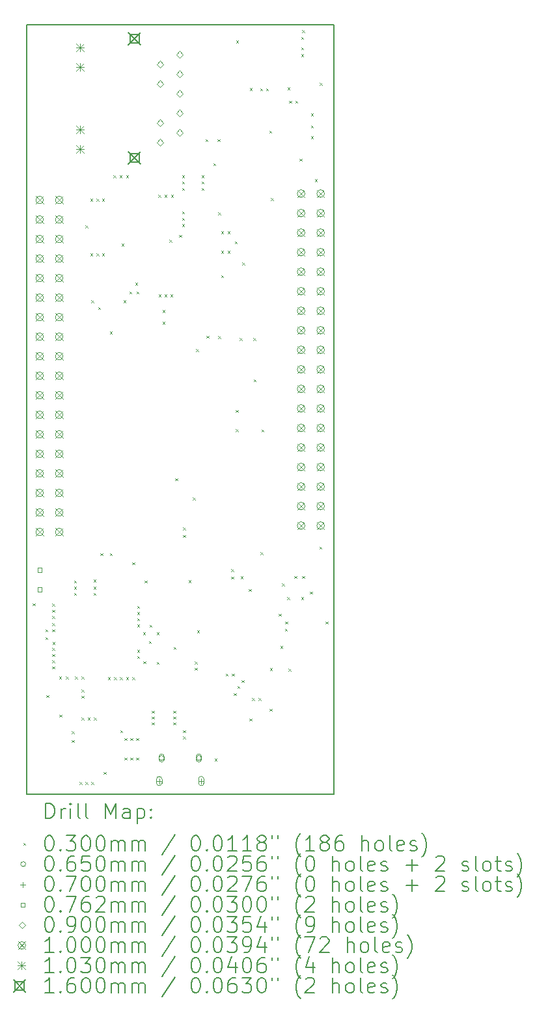
<source format=gbr>
%TF.GenerationSoftware,KiCad,Pcbnew,8.0.1*%
%TF.CreationDate,2024-10-08T23:28:39-07:00*%
%TF.ProjectId,POEPico,504f4550-6963-46f2-9e6b-696361645f70,rev?*%
%TF.SameCoordinates,Original*%
%TF.FileFunction,Drillmap*%
%TF.FilePolarity,Positive*%
%FSLAX45Y45*%
G04 Gerber Fmt 4.5, Leading zero omitted, Abs format (unit mm)*
G04 Created by KiCad (PCBNEW 8.0.1) date 2024-10-08 23:28:39*
%MOMM*%
%LPD*%
G01*
G04 APERTURE LIST*
%ADD10C,0.200000*%
%ADD11C,0.100000*%
%ADD12C,0.103000*%
%ADD13C,0.160000*%
G04 APERTURE END LIST*
D10*
X11436150Y-2546663D02*
X15436150Y-2546663D01*
X15436150Y-12546663D01*
X11436150Y-12546663D01*
X11436150Y-2546663D01*
D11*
X11516600Y-10068800D02*
X11546600Y-10098800D01*
X11546600Y-10068800D02*
X11516600Y-10098800D01*
X11681500Y-10405663D02*
X11711500Y-10435663D01*
X11711500Y-10405663D02*
X11681500Y-10435663D01*
X11681725Y-10509578D02*
X11711725Y-10539578D01*
X11711725Y-10509578D02*
X11681725Y-10539578D01*
X11694400Y-11262600D02*
X11724400Y-11292600D01*
X11724400Y-11262600D02*
X11694400Y-11292600D01*
X11770484Y-10153938D02*
X11800484Y-10183938D01*
X11800484Y-10153938D02*
X11770484Y-10183938D01*
X11770639Y-10073937D02*
X11800639Y-10103937D01*
X11800639Y-10073937D02*
X11770639Y-10103937D01*
X11772940Y-10233900D02*
X11802940Y-10263900D01*
X11802940Y-10233900D02*
X11772940Y-10263900D01*
X11772940Y-10324383D02*
X11802940Y-10354383D01*
X11802940Y-10324383D02*
X11772940Y-10354383D01*
X11772940Y-10405663D02*
X11802940Y-10435663D01*
X11802940Y-10405663D02*
X11772940Y-10435663D01*
X11772940Y-10649503D02*
X11802940Y-10679503D01*
X11802940Y-10649503D02*
X11772940Y-10679503D01*
X11772940Y-10729503D02*
X11802940Y-10759503D01*
X11802940Y-10729503D02*
X11772940Y-10759503D01*
X11772940Y-10809504D02*
X11802940Y-10839504D01*
X11802940Y-10809504D02*
X11772940Y-10839504D01*
X11772940Y-10889504D02*
X11802940Y-10919504D01*
X11802940Y-10889504D02*
X11772940Y-10919504D01*
X11776415Y-10569578D02*
X11806415Y-10599578D01*
X11806415Y-10569578D02*
X11776415Y-10599578D01*
X11861799Y-11020095D02*
X11891799Y-11050095D01*
X11891799Y-11020095D02*
X11861799Y-11050095D01*
X11864380Y-11516600D02*
X11894380Y-11546600D01*
X11894380Y-11516600D02*
X11864380Y-11546600D01*
X11949169Y-11020095D02*
X11979169Y-11050095D01*
X11979169Y-11020095D02*
X11949169Y-11050095D01*
X12024600Y-11732500D02*
X12054600Y-11762500D01*
X12054600Y-11732500D02*
X12024600Y-11762500D01*
X12025010Y-11846800D02*
X12055010Y-11876800D01*
X12055010Y-11846800D02*
X12025010Y-11876800D01*
X12054880Y-9770663D02*
X12084880Y-9800663D01*
X12084880Y-9770663D02*
X12054880Y-9800663D01*
X12054880Y-9850663D02*
X12084880Y-9880663D01*
X12084880Y-9850663D02*
X12054880Y-9880663D01*
X12054880Y-9930664D02*
X12084880Y-9960664D01*
X12084880Y-9930664D02*
X12054880Y-9960664D01*
X12069801Y-11020095D02*
X12099801Y-11050095D01*
X12099801Y-11020095D02*
X12069801Y-11050095D01*
X12126200Y-12392900D02*
X12156200Y-12422900D01*
X12156200Y-12392900D02*
X12126200Y-12422900D01*
X12151400Y-11187983D02*
X12181400Y-11217983D01*
X12181400Y-11187983D02*
X12151400Y-11217983D01*
X12151400Y-11271803D02*
X12181400Y-11301803D01*
X12181400Y-11271803D02*
X12151400Y-11301803D01*
X12152960Y-11554760D02*
X12182960Y-11584760D01*
X12182960Y-11554760D02*
X12152960Y-11584760D01*
X12153940Y-11020095D02*
X12183940Y-11050095D01*
X12183940Y-11020095D02*
X12153940Y-11050095D01*
X12202400Y-12392900D02*
X12232400Y-12422900D01*
X12232400Y-12392900D02*
X12202400Y-12422900D01*
X12204740Y-5151313D02*
X12234740Y-5181313D01*
X12234740Y-5151313D02*
X12204740Y-5181313D01*
X12232880Y-11554700D02*
X12262880Y-11584700D01*
X12262880Y-11554700D02*
X12232880Y-11584700D01*
X12268240Y-4804963D02*
X12298240Y-4834963D01*
X12298240Y-4804963D02*
X12268240Y-4834963D01*
X12268240Y-5516163D02*
X12298240Y-5546163D01*
X12298240Y-5516163D02*
X12268240Y-5546163D01*
X12278600Y-12392900D02*
X12308600Y-12422900D01*
X12308600Y-12392900D02*
X12278600Y-12422900D01*
X12280940Y-6125763D02*
X12310940Y-6155763D01*
X12310940Y-6125763D02*
X12280940Y-6155763D01*
X12311156Y-9757638D02*
X12341156Y-9787638D01*
X12341156Y-9757638D02*
X12311156Y-9787638D01*
X12311156Y-9850476D02*
X12341156Y-9880476D01*
X12341156Y-9850476D02*
X12311156Y-9880476D01*
X12311156Y-9930476D02*
X12341156Y-9960476D01*
X12341156Y-9930476D02*
X12311156Y-9960476D01*
X12312880Y-11554700D02*
X12342880Y-11584700D01*
X12342880Y-11554700D02*
X12312880Y-11584700D01*
X12345710Y-4804963D02*
X12375710Y-4834963D01*
X12375710Y-4804963D02*
X12345710Y-4834963D01*
X12345710Y-5516163D02*
X12375710Y-5546163D01*
X12375710Y-5516163D02*
X12345710Y-5546163D01*
X12369840Y-6214663D02*
X12399840Y-6244663D01*
X12399840Y-6214663D02*
X12369840Y-6244663D01*
X12397100Y-9415063D02*
X12427100Y-9445063D01*
X12427100Y-9415063D02*
X12397100Y-9445063D01*
X12420640Y-4804963D02*
X12450640Y-4834963D01*
X12450640Y-4804963D02*
X12420640Y-4834963D01*
X12420640Y-5516163D02*
X12450640Y-5546163D01*
X12450640Y-5516163D02*
X12420640Y-5546163D01*
X12438660Y-12261390D02*
X12468660Y-12291390D01*
X12468660Y-12261390D02*
X12438660Y-12291390D01*
X12494300Y-11030503D02*
X12524300Y-11060503D01*
X12524300Y-11030503D02*
X12494300Y-11060503D01*
X12519100Y-9415063D02*
X12549100Y-9445063D01*
X12549100Y-9415063D02*
X12519100Y-9445063D01*
X12520690Y-6532163D02*
X12550690Y-6562163D01*
X12550690Y-6532163D02*
X12520690Y-6562163D01*
X12565620Y-4500163D02*
X12595620Y-4530163D01*
X12595620Y-4500163D02*
X12565620Y-4530163D01*
X12574300Y-11030503D02*
X12604300Y-11060503D01*
X12604300Y-11030503D02*
X12574300Y-11060503D01*
X12646970Y-4500163D02*
X12676970Y-4530163D01*
X12676970Y-4500163D02*
X12646970Y-4530163D01*
X12654301Y-11030503D02*
X12684301Y-11060503D01*
X12684301Y-11030503D02*
X12654301Y-11060503D01*
X12657060Y-11719800D02*
X12687060Y-11749800D01*
X12687060Y-11719800D02*
X12657060Y-11749800D01*
X12674640Y-5389163D02*
X12704640Y-5419163D01*
X12704640Y-5389163D02*
X12674640Y-5419163D01*
X12700040Y-6125763D02*
X12730040Y-6155763D01*
X12730040Y-6125763D02*
X12700040Y-6155763D01*
X12710400Y-11821400D02*
X12740400Y-11851400D01*
X12740400Y-11821400D02*
X12710400Y-11851400D01*
X12710400Y-12075400D02*
X12740400Y-12105400D01*
X12740400Y-12075400D02*
X12710400Y-12105400D01*
X12730720Y-4500163D02*
X12760720Y-4530163D01*
X12760720Y-4500163D02*
X12730720Y-4530163D01*
X12734301Y-11030503D02*
X12764301Y-11060503D01*
X12764301Y-11030503D02*
X12734301Y-11060503D01*
X12776240Y-6011463D02*
X12806240Y-6041463D01*
X12806240Y-6011463D02*
X12776240Y-6041463D01*
X12786600Y-11821400D02*
X12816600Y-11851400D01*
X12816600Y-11821400D02*
X12786600Y-11851400D01*
X12786600Y-12075400D02*
X12816600Y-12105400D01*
X12816600Y-12075400D02*
X12786600Y-12105400D01*
X12812000Y-9535400D02*
X12842000Y-9565400D01*
X12842000Y-9535400D02*
X12812000Y-9565400D01*
X12814340Y-11030503D02*
X12844340Y-11060503D01*
X12844340Y-11030503D02*
X12814340Y-11060503D01*
X12852440Y-5897163D02*
X12882440Y-5927163D01*
X12882440Y-5897163D02*
X12852440Y-5927163D01*
X12862800Y-11821400D02*
X12892800Y-11851400D01*
X12892800Y-11821400D02*
X12862800Y-11851400D01*
X12862800Y-12075400D02*
X12892800Y-12105400D01*
X12892800Y-12075400D02*
X12862800Y-12105400D01*
X12869040Y-6011463D02*
X12899040Y-6041463D01*
X12899040Y-6011463D02*
X12869040Y-6041463D01*
X12875300Y-10100863D02*
X12905300Y-10130863D01*
X12905300Y-10100863D02*
X12875300Y-10130863D01*
X12875300Y-10180863D02*
X12905300Y-10210863D01*
X12905300Y-10180863D02*
X12875300Y-10210863D01*
X12875300Y-10260864D02*
X12905300Y-10290864D01*
X12905300Y-10260864D02*
X12875300Y-10290864D01*
X12875300Y-10340864D02*
X12905300Y-10370864D01*
X12905300Y-10340864D02*
X12875300Y-10370864D01*
X12875300Y-10672344D02*
X12905300Y-10702344D01*
X12905300Y-10672344D02*
X12875300Y-10702344D01*
X12875300Y-10752344D02*
X12905300Y-10782344D01*
X12905300Y-10752344D02*
X12875300Y-10782344D01*
X12951500Y-10446303D02*
X12981500Y-10476303D01*
X12981500Y-10446303D02*
X12951500Y-10476303D01*
X12955230Y-10823019D02*
X12985230Y-10853019D01*
X12985230Y-10823019D02*
X12955230Y-10853019D01*
X12975700Y-9770143D02*
X13005700Y-9800143D01*
X13005700Y-9770143D02*
X12975700Y-9800143D01*
X13028576Y-10560701D02*
X13058576Y-10590701D01*
X13058576Y-10560701D02*
X13028576Y-10590701D01*
X13035520Y-10345660D02*
X13065520Y-10375660D01*
X13065520Y-10345660D02*
X13035520Y-10375660D01*
X13066000Y-11465800D02*
X13096000Y-11495800D01*
X13096000Y-11465800D02*
X13066000Y-11495800D01*
X13066000Y-11542000D02*
X13096000Y-11572000D01*
X13096000Y-11542000D02*
X13066000Y-11572000D01*
X13066000Y-11618200D02*
X13096000Y-11648200D01*
X13096000Y-11618200D02*
X13066000Y-11648200D01*
X13129500Y-10446303D02*
X13159500Y-10476303D01*
X13159500Y-10446303D02*
X13129500Y-10476303D01*
X13129500Y-10830800D02*
X13159500Y-10860800D01*
X13159500Y-10830800D02*
X13129500Y-10860800D01*
X13152090Y-4754163D02*
X13182090Y-4784163D01*
X13182090Y-4754163D02*
X13152090Y-4784163D01*
X13157240Y-6049563D02*
X13187240Y-6079563D01*
X13187240Y-6049563D02*
X13157240Y-6079563D01*
X13208040Y-6252763D02*
X13238040Y-6282763D01*
X13238040Y-6252763D02*
X13208040Y-6282763D01*
X13208040Y-6407563D02*
X13238040Y-6437563D01*
X13238040Y-6407563D02*
X13208040Y-6437563D01*
X13233440Y-4754163D02*
X13263440Y-4784163D01*
X13263440Y-4754163D02*
X13233440Y-4784163D01*
X13233440Y-6049563D02*
X13263440Y-6079563D01*
X13263440Y-6049563D02*
X13233440Y-6079563D01*
X13296940Y-5338363D02*
X13326940Y-5368363D01*
X13326940Y-5338363D02*
X13296940Y-5368363D01*
X13309640Y-6049563D02*
X13339640Y-6079563D01*
X13339640Y-6049563D02*
X13309640Y-6079563D01*
X13317190Y-4754163D02*
X13347190Y-4784163D01*
X13347190Y-4754163D02*
X13317190Y-4784163D01*
X13345400Y-11465800D02*
X13375400Y-11495800D01*
X13375400Y-11465800D02*
X13345400Y-11495800D01*
X13345400Y-11542000D02*
X13375400Y-11572000D01*
X13375400Y-11542000D02*
X13345400Y-11572000D01*
X13345400Y-11618200D02*
X13375400Y-11648200D01*
X13375400Y-11618200D02*
X13345400Y-11648200D01*
X13350540Y-10633603D02*
X13380540Y-10663603D01*
X13380540Y-10633603D02*
X13350540Y-10663603D01*
X13370800Y-8443200D02*
X13400800Y-8473200D01*
X13400800Y-8443200D02*
X13370800Y-8473200D01*
X13423940Y-5274863D02*
X13453940Y-5304863D01*
X13453940Y-5274863D02*
X13423940Y-5304863D01*
X13462040Y-4500163D02*
X13492040Y-4530163D01*
X13492040Y-4500163D02*
X13462040Y-4530163D01*
X13462040Y-4581513D02*
X13492040Y-4611513D01*
X13492040Y-4581513D02*
X13462040Y-4611513D01*
X13462040Y-4665263D02*
X13492040Y-4695263D01*
X13492040Y-4665263D02*
X13462040Y-4695263D01*
X13462040Y-4970063D02*
X13492040Y-5000063D01*
X13492040Y-4970063D02*
X13462040Y-5000063D01*
X13462040Y-5053813D02*
X13492040Y-5083813D01*
X13492040Y-5053813D02*
X13462040Y-5083813D01*
X13462040Y-5135163D02*
X13492040Y-5165163D01*
X13492040Y-5135163D02*
X13462040Y-5165163D01*
X13472400Y-9079819D02*
X13502400Y-9109819D01*
X13502400Y-9079819D02*
X13472400Y-9109819D01*
X13472400Y-9179800D02*
X13502400Y-9209800D01*
X13502400Y-9179800D02*
X13472400Y-9209800D01*
X13472400Y-11719520D02*
X13502400Y-11749520D01*
X13502400Y-11719520D02*
X13472400Y-11749520D01*
X13472400Y-11799520D02*
X13502400Y-11829520D01*
X13502400Y-11799520D02*
X13472400Y-11829520D01*
X13547200Y-9768503D02*
X13577200Y-9798503D01*
X13577200Y-9768503D02*
X13547200Y-9798503D01*
X13599400Y-8691163D02*
X13629400Y-8721163D01*
X13629400Y-8691163D02*
X13599400Y-8721163D01*
X13624800Y-10827000D02*
X13654800Y-10857000D01*
X13654800Y-10827000D02*
X13624800Y-10857000D01*
X13624800Y-10907000D02*
X13654800Y-10937000D01*
X13654800Y-10907000D02*
X13624800Y-10937000D01*
X13642580Y-6760763D02*
X13672580Y-6790763D01*
X13672580Y-6760763D02*
X13642580Y-6790763D01*
X13655340Y-10420503D02*
X13685340Y-10450503D01*
X13685340Y-10420503D02*
X13655340Y-10450503D01*
X13716040Y-4500163D02*
X13746040Y-4530163D01*
X13746040Y-4500163D02*
X13716040Y-4530163D01*
X13716040Y-4581513D02*
X13746040Y-4611513D01*
X13746040Y-4581513D02*
X13716040Y-4611513D01*
X13716040Y-4665263D02*
X13746040Y-4695263D01*
X13746040Y-4665263D02*
X13716040Y-4695263D01*
X13766840Y-4030263D02*
X13796840Y-4060263D01*
X13796840Y-4030263D02*
X13766840Y-4060263D01*
X13777200Y-6589000D02*
X13807200Y-6619000D01*
X13807200Y-6589000D02*
X13777200Y-6619000D01*
X13868440Y-4344163D02*
X13898440Y-4374163D01*
X13898440Y-4344163D02*
X13868440Y-4374163D01*
X13883880Y-12088300D02*
X13913880Y-12118300D01*
X13913880Y-12088300D02*
X13883880Y-12118300D01*
X13920540Y-4030263D02*
X13950540Y-4060263D01*
X13950540Y-4030263D02*
X13920540Y-4060263D01*
X13931940Y-4982763D02*
X13961940Y-5012763D01*
X13961940Y-4982763D02*
X13931940Y-5012763D01*
X13931940Y-6590583D02*
X13961940Y-6620583D01*
X13961940Y-6590583D02*
X13931940Y-6620583D01*
X13967700Y-5801600D02*
X13997700Y-5831600D01*
X13997700Y-5801600D02*
X13967700Y-5831600D01*
X13970170Y-5481560D02*
X14000170Y-5511560D01*
X14000170Y-5481560D02*
X13970170Y-5511560D01*
X13970240Y-5227560D02*
X14000240Y-5257560D01*
X14000240Y-5227560D02*
X13970240Y-5257560D01*
X14027400Y-10983200D02*
X14057400Y-11013200D01*
X14057400Y-10983200D02*
X14027400Y-11013200D01*
X14051520Y-5227560D02*
X14081520Y-5257560D01*
X14081520Y-5227560D02*
X14051520Y-5257560D01*
X14051520Y-5481560D02*
X14081520Y-5511560D01*
X14081520Y-5481560D02*
X14051520Y-5511560D01*
X14099840Y-9623203D02*
X14129840Y-9653203D01*
X14129840Y-9623203D02*
X14099840Y-9653203D01*
X14099840Y-9719203D02*
X14129840Y-9749203D01*
X14129840Y-9719203D02*
X14099840Y-9749203D01*
X14107400Y-10983200D02*
X14137400Y-11013200D01*
X14137400Y-10983200D02*
X14107400Y-11013200D01*
X14132080Y-11237200D02*
X14162080Y-11267200D01*
X14162080Y-11237200D02*
X14132080Y-11267200D01*
X14147840Y-5360513D02*
X14177840Y-5390513D01*
X14177840Y-5360513D02*
X14147840Y-5390513D01*
X14160540Y-7552863D02*
X14190540Y-7582863D01*
X14190540Y-7552863D02*
X14160540Y-7582863D01*
X14160540Y-7802163D02*
X14190540Y-7832163D01*
X14190540Y-7802163D02*
X14160540Y-7832163D01*
X14162540Y-2749993D02*
X14192540Y-2779993D01*
X14192540Y-2749993D02*
X14162540Y-2779993D01*
X14180860Y-11142560D02*
X14210860Y-11172560D01*
X14210860Y-11142560D02*
X14180860Y-11172560D01*
X14211340Y-6618463D02*
X14241340Y-6648463D01*
X14241340Y-6618463D02*
X14211340Y-6648463D01*
X14223340Y-9718703D02*
X14253340Y-9748703D01*
X14253340Y-9718703D02*
X14223340Y-9748703D01*
X14236340Y-11066360D02*
X14266340Y-11096360D01*
X14266340Y-11066360D02*
X14236340Y-11096360D01*
X14244560Y-5633263D02*
X14274560Y-5663263D01*
X14274560Y-5633263D02*
X14244560Y-5663263D01*
X14326340Y-9880303D02*
X14356340Y-9910303D01*
X14356340Y-9880303D02*
X14326340Y-9910303D01*
X14335800Y-11567400D02*
X14365800Y-11597400D01*
X14365800Y-11567400D02*
X14335800Y-11597400D01*
X14340021Y-3367221D02*
X14370021Y-3397221D01*
X14370021Y-3367221D02*
X14340021Y-3397221D01*
X14368820Y-11298160D02*
X14398820Y-11328160D01*
X14398820Y-11298160D02*
X14368820Y-11328160D01*
X14389140Y-6618463D02*
X14419140Y-6648463D01*
X14419140Y-6618463D02*
X14389140Y-6648463D01*
X14391680Y-7154563D02*
X14421680Y-7184563D01*
X14421680Y-7154563D02*
X14391680Y-7184563D01*
X14455180Y-11298160D02*
X14485180Y-11328160D01*
X14485180Y-11298160D02*
X14455180Y-11328160D01*
X14475500Y-3369863D02*
X14505500Y-3399863D01*
X14505500Y-3369863D02*
X14475500Y-3399863D01*
X14480840Y-9401703D02*
X14510840Y-9431703D01*
X14510840Y-9401703D02*
X14480840Y-9431703D01*
X14494540Y-7807243D02*
X14524540Y-7837243D01*
X14524540Y-7807243D02*
X14494540Y-7837243D01*
X14554240Y-3369863D02*
X14584240Y-3399863D01*
X14584240Y-3369863D02*
X14554240Y-3399863D01*
X14594880Y-3921043D02*
X14624880Y-3951043D01*
X14624880Y-3921043D02*
X14594880Y-3951043D01*
X14599003Y-11440400D02*
X14629003Y-11470400D01*
X14629003Y-11440400D02*
X14599003Y-11470400D01*
X14605493Y-10908217D02*
X14635493Y-10938217D01*
X14635493Y-10908217D02*
X14605493Y-10938217D01*
X14615400Y-4798300D02*
X14645400Y-4828300D01*
X14645400Y-4798300D02*
X14615400Y-4828300D01*
X14719340Y-10204043D02*
X14749340Y-10234043D01*
X14749340Y-10204043D02*
X14719340Y-10234043D01*
X14739660Y-10620503D02*
X14769660Y-10650503D01*
X14769660Y-10620503D02*
X14739660Y-10650503D01*
X14760240Y-9810903D02*
X14790240Y-9840903D01*
X14790240Y-9810903D02*
X14760240Y-9840903D01*
X14798340Y-10399403D02*
X14828340Y-10429403D01*
X14828340Y-10399403D02*
X14798340Y-10429403D01*
X14800620Y-10303403D02*
X14830620Y-10333403D01*
X14830620Y-10303403D02*
X14800620Y-10333403D01*
X14826020Y-9989103D02*
X14856020Y-10019103D01*
X14856020Y-9989103D02*
X14826020Y-10019103D01*
X14832140Y-3357163D02*
X14862140Y-3387163D01*
X14862140Y-3357163D02*
X14832140Y-3387163D01*
X14846340Y-10918603D02*
X14876340Y-10948603D01*
X14876340Y-10918603D02*
X14846340Y-10948603D01*
X14851360Y-3529883D02*
X14881360Y-3559883D01*
X14881360Y-3529883D02*
X14851360Y-3559883D01*
X14920200Y-9713200D02*
X14950200Y-9743200D01*
X14950200Y-9713200D02*
X14920200Y-9743200D01*
X14935240Y-3529883D02*
X14965240Y-3559883D01*
X14965240Y-3529883D02*
X14935240Y-3559883D01*
X14987298Y-4284263D02*
X15017298Y-4314263D01*
X15017298Y-4284263D02*
X14987298Y-4314263D01*
X15008873Y-2703027D02*
X15038873Y-2733027D01*
X15038873Y-2703027D02*
X15008873Y-2733027D01*
X15010240Y-2923895D02*
X15040240Y-2953895D01*
X15040240Y-2923895D02*
X15010240Y-2953895D01*
X15011440Y-2836463D02*
X15041440Y-2866463D01*
X15041440Y-2836463D02*
X15011440Y-2866463D01*
X15011440Y-9989103D02*
X15041440Y-10019103D01*
X15041440Y-9989103D02*
X15011440Y-10019103D01*
X15021800Y-9713200D02*
X15051800Y-9743200D01*
X15051800Y-9713200D02*
X15021800Y-9743200D01*
X15024140Y-2611663D02*
X15054140Y-2641663D01*
X15054140Y-2611663D02*
X15024140Y-2641663D01*
X15125740Y-9916400D02*
X15155740Y-9946400D01*
X15155740Y-9916400D02*
X15125740Y-9946400D01*
X15138440Y-3695003D02*
X15168440Y-3725003D01*
X15168440Y-3695003D02*
X15138440Y-3725003D01*
X15138440Y-3852463D02*
X15168440Y-3882463D01*
X15168440Y-3852463D02*
X15138440Y-3882463D01*
X15138440Y-3992163D02*
X15168440Y-4022163D01*
X15168440Y-3992163D02*
X15138440Y-4022163D01*
X15189240Y-4553503D02*
X15219240Y-4583503D01*
X15219240Y-4553503D02*
X15189240Y-4583503D01*
X15247860Y-9332200D02*
X15277860Y-9362200D01*
X15277860Y-9332200D02*
X15247860Y-9362200D01*
X15250400Y-3299700D02*
X15280400Y-3329700D01*
X15280400Y-3299700D02*
X15250400Y-3329700D01*
X15326600Y-10306403D02*
X15356600Y-10336403D01*
X15356600Y-10306403D02*
X15326600Y-10336403D01*
X13226650Y-12079943D02*
G75*
G02*
X13161650Y-12079943I-32500J0D01*
G01*
X13161650Y-12079943D02*
G75*
G02*
X13226650Y-12079943I32500J0D01*
G01*
X13226650Y-12099943D02*
X13226650Y-12059943D01*
X13161650Y-12059943D02*
G75*
G02*
X13226650Y-12059943I32500J0D01*
G01*
X13161650Y-12059943D02*
X13161650Y-12099943D01*
X13161650Y-12099943D02*
G75*
G03*
X13226650Y-12099943I32500J0D01*
G01*
X13710650Y-12079943D02*
G75*
G02*
X13645650Y-12079943I-32500J0D01*
G01*
X13645650Y-12079943D02*
G75*
G02*
X13710650Y-12079943I32500J0D01*
G01*
X13710650Y-12099943D02*
X13710650Y-12059943D01*
X13645650Y-12059943D02*
G75*
G02*
X13710650Y-12059943I32500J0D01*
G01*
X13645650Y-12059943D02*
X13645650Y-12099943D01*
X13645650Y-12099943D02*
G75*
G03*
X13710650Y-12099943I32500J0D01*
G01*
X13163150Y-12344943D02*
X13163150Y-12414943D01*
X13128150Y-12379943D02*
X13198150Y-12379943D01*
X13198150Y-12404943D02*
X13198150Y-12354943D01*
X13128150Y-12354943D02*
G75*
G02*
X13198150Y-12354943I35000J0D01*
G01*
X13128150Y-12354943D02*
X13128150Y-12404943D01*
X13128150Y-12404943D02*
G75*
G03*
X13198150Y-12404943I35000J0D01*
G01*
X13709150Y-12344943D02*
X13709150Y-12414943D01*
X13674150Y-12379943D02*
X13744150Y-12379943D01*
X13744150Y-12404943D02*
X13744150Y-12354943D01*
X13674150Y-12354943D02*
G75*
G02*
X13744150Y-12354943I35000J0D01*
G01*
X13674150Y-12354943D02*
X13674150Y-12404943D01*
X13674150Y-12404943D02*
G75*
G03*
X13744150Y-12404943I35000J0D01*
G01*
X11633341Y-9916144D02*
X11633341Y-9862262D01*
X11579459Y-9862262D01*
X11579459Y-9916144D01*
X11633341Y-9916144D01*
X11635341Y-9662144D02*
X11635341Y-9608262D01*
X11581459Y-9608262D01*
X11581459Y-9662144D01*
X11635341Y-9662144D01*
X13173840Y-3101763D02*
X13218840Y-3056763D01*
X13173840Y-3011763D01*
X13128840Y-3056763D01*
X13173840Y-3101763D01*
X13173840Y-3355763D02*
X13218840Y-3310763D01*
X13173840Y-3265763D01*
X13128840Y-3310763D01*
X13173840Y-3355763D01*
X13173840Y-3863763D02*
X13218840Y-3818763D01*
X13173840Y-3773763D01*
X13128840Y-3818763D01*
X13173840Y-3863763D01*
X13173840Y-4117763D02*
X13218840Y-4072763D01*
X13173840Y-4027763D01*
X13128840Y-4072763D01*
X13173840Y-4117763D01*
X13427840Y-2974763D02*
X13472840Y-2929763D01*
X13427840Y-2884763D01*
X13382840Y-2929763D01*
X13427840Y-2974763D01*
X13427840Y-3228763D02*
X13472840Y-3183763D01*
X13427840Y-3138763D01*
X13382840Y-3183763D01*
X13427840Y-3228763D01*
X13427840Y-3482763D02*
X13472840Y-3437763D01*
X13427840Y-3392763D01*
X13382840Y-3437763D01*
X13427840Y-3482763D01*
X13427840Y-3736763D02*
X13472840Y-3691763D01*
X13427840Y-3646763D01*
X13382840Y-3691763D01*
X13427840Y-3736763D01*
X13427840Y-3990763D02*
X13472840Y-3945763D01*
X13427840Y-3900763D01*
X13382840Y-3945763D01*
X13427840Y-3990763D01*
X11557800Y-4772043D02*
X11657800Y-4872043D01*
X11657800Y-4772043D02*
X11557800Y-4872043D01*
X11657800Y-4822043D02*
G75*
G02*
X11557800Y-4822043I-50000J0D01*
G01*
X11557800Y-4822043D02*
G75*
G02*
X11657800Y-4822043I50000J0D01*
G01*
X11557800Y-5026043D02*
X11657800Y-5126043D01*
X11657800Y-5026043D02*
X11557800Y-5126043D01*
X11657800Y-5076043D02*
G75*
G02*
X11557800Y-5076043I-50000J0D01*
G01*
X11557800Y-5076043D02*
G75*
G02*
X11657800Y-5076043I50000J0D01*
G01*
X11557800Y-5280043D02*
X11657800Y-5380043D01*
X11657800Y-5280043D02*
X11557800Y-5380043D01*
X11657800Y-5330043D02*
G75*
G02*
X11557800Y-5330043I-50000J0D01*
G01*
X11557800Y-5330043D02*
G75*
G02*
X11657800Y-5330043I50000J0D01*
G01*
X11557800Y-5534043D02*
X11657800Y-5634043D01*
X11657800Y-5534043D02*
X11557800Y-5634043D01*
X11657800Y-5584043D02*
G75*
G02*
X11557800Y-5584043I-50000J0D01*
G01*
X11557800Y-5584043D02*
G75*
G02*
X11657800Y-5584043I50000J0D01*
G01*
X11557800Y-5788043D02*
X11657800Y-5888043D01*
X11657800Y-5788043D02*
X11557800Y-5888043D01*
X11657800Y-5838043D02*
G75*
G02*
X11557800Y-5838043I-50000J0D01*
G01*
X11557800Y-5838043D02*
G75*
G02*
X11657800Y-5838043I50000J0D01*
G01*
X11557800Y-6042043D02*
X11657800Y-6142043D01*
X11657800Y-6042043D02*
X11557800Y-6142043D01*
X11657800Y-6092043D02*
G75*
G02*
X11557800Y-6092043I-50000J0D01*
G01*
X11557800Y-6092043D02*
G75*
G02*
X11657800Y-6092043I50000J0D01*
G01*
X11557800Y-6296043D02*
X11657800Y-6396043D01*
X11657800Y-6296043D02*
X11557800Y-6396043D01*
X11657800Y-6346043D02*
G75*
G02*
X11557800Y-6346043I-50000J0D01*
G01*
X11557800Y-6346043D02*
G75*
G02*
X11657800Y-6346043I50000J0D01*
G01*
X11557800Y-6550043D02*
X11657800Y-6650043D01*
X11657800Y-6550043D02*
X11557800Y-6650043D01*
X11657800Y-6600043D02*
G75*
G02*
X11557800Y-6600043I-50000J0D01*
G01*
X11557800Y-6600043D02*
G75*
G02*
X11657800Y-6600043I50000J0D01*
G01*
X11557800Y-6804043D02*
X11657800Y-6904043D01*
X11657800Y-6804043D02*
X11557800Y-6904043D01*
X11657800Y-6854043D02*
G75*
G02*
X11557800Y-6854043I-50000J0D01*
G01*
X11557800Y-6854043D02*
G75*
G02*
X11657800Y-6854043I50000J0D01*
G01*
X11557800Y-7058043D02*
X11657800Y-7158043D01*
X11657800Y-7058043D02*
X11557800Y-7158043D01*
X11657800Y-7108043D02*
G75*
G02*
X11557800Y-7108043I-50000J0D01*
G01*
X11557800Y-7108043D02*
G75*
G02*
X11657800Y-7108043I50000J0D01*
G01*
X11557800Y-7312043D02*
X11657800Y-7412043D01*
X11657800Y-7312043D02*
X11557800Y-7412043D01*
X11657800Y-7362043D02*
G75*
G02*
X11557800Y-7362043I-50000J0D01*
G01*
X11557800Y-7362043D02*
G75*
G02*
X11657800Y-7362043I50000J0D01*
G01*
X11557800Y-7566043D02*
X11657800Y-7666043D01*
X11657800Y-7566043D02*
X11557800Y-7666043D01*
X11657800Y-7616043D02*
G75*
G02*
X11557800Y-7616043I-50000J0D01*
G01*
X11557800Y-7616043D02*
G75*
G02*
X11657800Y-7616043I50000J0D01*
G01*
X11557800Y-7820043D02*
X11657800Y-7920043D01*
X11657800Y-7820043D02*
X11557800Y-7920043D01*
X11657800Y-7870043D02*
G75*
G02*
X11557800Y-7870043I-50000J0D01*
G01*
X11557800Y-7870043D02*
G75*
G02*
X11657800Y-7870043I50000J0D01*
G01*
X11557800Y-8074043D02*
X11657800Y-8174043D01*
X11657800Y-8074043D02*
X11557800Y-8174043D01*
X11657800Y-8124043D02*
G75*
G02*
X11557800Y-8124043I-50000J0D01*
G01*
X11557800Y-8124043D02*
G75*
G02*
X11657800Y-8124043I50000J0D01*
G01*
X11557800Y-8328043D02*
X11657800Y-8428043D01*
X11657800Y-8328043D02*
X11557800Y-8428043D01*
X11657800Y-8378043D02*
G75*
G02*
X11557800Y-8378043I-50000J0D01*
G01*
X11557800Y-8378043D02*
G75*
G02*
X11657800Y-8378043I50000J0D01*
G01*
X11557800Y-8582043D02*
X11657800Y-8682043D01*
X11657800Y-8582043D02*
X11557800Y-8682043D01*
X11657800Y-8632043D02*
G75*
G02*
X11557800Y-8632043I-50000J0D01*
G01*
X11557800Y-8632043D02*
G75*
G02*
X11657800Y-8632043I50000J0D01*
G01*
X11557800Y-8836043D02*
X11657800Y-8936043D01*
X11657800Y-8836043D02*
X11557800Y-8936043D01*
X11657800Y-8886043D02*
G75*
G02*
X11557800Y-8886043I-50000J0D01*
G01*
X11557800Y-8886043D02*
G75*
G02*
X11657800Y-8886043I50000J0D01*
G01*
X11557800Y-9090043D02*
X11657800Y-9190043D01*
X11657800Y-9090043D02*
X11557800Y-9190043D01*
X11657800Y-9140043D02*
G75*
G02*
X11557800Y-9140043I-50000J0D01*
G01*
X11557800Y-9140043D02*
G75*
G02*
X11657800Y-9140043I50000J0D01*
G01*
X11811800Y-4772043D02*
X11911800Y-4872043D01*
X11911800Y-4772043D02*
X11811800Y-4872043D01*
X11911800Y-4822043D02*
G75*
G02*
X11811800Y-4822043I-50000J0D01*
G01*
X11811800Y-4822043D02*
G75*
G02*
X11911800Y-4822043I50000J0D01*
G01*
X11811800Y-5026043D02*
X11911800Y-5126043D01*
X11911800Y-5026043D02*
X11811800Y-5126043D01*
X11911800Y-5076043D02*
G75*
G02*
X11811800Y-5076043I-50000J0D01*
G01*
X11811800Y-5076043D02*
G75*
G02*
X11911800Y-5076043I50000J0D01*
G01*
X11811800Y-5280043D02*
X11911800Y-5380043D01*
X11911800Y-5280043D02*
X11811800Y-5380043D01*
X11911800Y-5330043D02*
G75*
G02*
X11811800Y-5330043I-50000J0D01*
G01*
X11811800Y-5330043D02*
G75*
G02*
X11911800Y-5330043I50000J0D01*
G01*
X11811800Y-5534043D02*
X11911800Y-5634043D01*
X11911800Y-5534043D02*
X11811800Y-5634043D01*
X11911800Y-5584043D02*
G75*
G02*
X11811800Y-5584043I-50000J0D01*
G01*
X11811800Y-5584043D02*
G75*
G02*
X11911800Y-5584043I50000J0D01*
G01*
X11811800Y-5788043D02*
X11911800Y-5888043D01*
X11911800Y-5788043D02*
X11811800Y-5888043D01*
X11911800Y-5838043D02*
G75*
G02*
X11811800Y-5838043I-50000J0D01*
G01*
X11811800Y-5838043D02*
G75*
G02*
X11911800Y-5838043I50000J0D01*
G01*
X11811800Y-6042043D02*
X11911800Y-6142043D01*
X11911800Y-6042043D02*
X11811800Y-6142043D01*
X11911800Y-6092043D02*
G75*
G02*
X11811800Y-6092043I-50000J0D01*
G01*
X11811800Y-6092043D02*
G75*
G02*
X11911800Y-6092043I50000J0D01*
G01*
X11811800Y-6296043D02*
X11911800Y-6396043D01*
X11911800Y-6296043D02*
X11811800Y-6396043D01*
X11911800Y-6346043D02*
G75*
G02*
X11811800Y-6346043I-50000J0D01*
G01*
X11811800Y-6346043D02*
G75*
G02*
X11911800Y-6346043I50000J0D01*
G01*
X11811800Y-6550043D02*
X11911800Y-6650043D01*
X11911800Y-6550043D02*
X11811800Y-6650043D01*
X11911800Y-6600043D02*
G75*
G02*
X11811800Y-6600043I-50000J0D01*
G01*
X11811800Y-6600043D02*
G75*
G02*
X11911800Y-6600043I50000J0D01*
G01*
X11811800Y-6804043D02*
X11911800Y-6904043D01*
X11911800Y-6804043D02*
X11811800Y-6904043D01*
X11911800Y-6854043D02*
G75*
G02*
X11811800Y-6854043I-50000J0D01*
G01*
X11811800Y-6854043D02*
G75*
G02*
X11911800Y-6854043I50000J0D01*
G01*
X11811800Y-7058043D02*
X11911800Y-7158043D01*
X11911800Y-7058043D02*
X11811800Y-7158043D01*
X11911800Y-7108043D02*
G75*
G02*
X11811800Y-7108043I-50000J0D01*
G01*
X11811800Y-7108043D02*
G75*
G02*
X11911800Y-7108043I50000J0D01*
G01*
X11811800Y-7312043D02*
X11911800Y-7412043D01*
X11911800Y-7312043D02*
X11811800Y-7412043D01*
X11911800Y-7362043D02*
G75*
G02*
X11811800Y-7362043I-50000J0D01*
G01*
X11811800Y-7362043D02*
G75*
G02*
X11911800Y-7362043I50000J0D01*
G01*
X11811800Y-7566043D02*
X11911800Y-7666043D01*
X11911800Y-7566043D02*
X11811800Y-7666043D01*
X11911800Y-7616043D02*
G75*
G02*
X11811800Y-7616043I-50000J0D01*
G01*
X11811800Y-7616043D02*
G75*
G02*
X11911800Y-7616043I50000J0D01*
G01*
X11811800Y-7820043D02*
X11911800Y-7920043D01*
X11911800Y-7820043D02*
X11811800Y-7920043D01*
X11911800Y-7870043D02*
G75*
G02*
X11811800Y-7870043I-50000J0D01*
G01*
X11811800Y-7870043D02*
G75*
G02*
X11911800Y-7870043I50000J0D01*
G01*
X11811800Y-8074043D02*
X11911800Y-8174043D01*
X11911800Y-8074043D02*
X11811800Y-8174043D01*
X11911800Y-8124043D02*
G75*
G02*
X11811800Y-8124043I-50000J0D01*
G01*
X11811800Y-8124043D02*
G75*
G02*
X11911800Y-8124043I50000J0D01*
G01*
X11811800Y-8328043D02*
X11911800Y-8428043D01*
X11911800Y-8328043D02*
X11811800Y-8428043D01*
X11911800Y-8378043D02*
G75*
G02*
X11811800Y-8378043I-50000J0D01*
G01*
X11811800Y-8378043D02*
G75*
G02*
X11911800Y-8378043I50000J0D01*
G01*
X11811800Y-8582043D02*
X11911800Y-8682043D01*
X11911800Y-8582043D02*
X11811800Y-8682043D01*
X11911800Y-8632043D02*
G75*
G02*
X11811800Y-8632043I-50000J0D01*
G01*
X11811800Y-8632043D02*
G75*
G02*
X11911800Y-8632043I50000J0D01*
G01*
X11811800Y-8836043D02*
X11911800Y-8936043D01*
X11911800Y-8836043D02*
X11811800Y-8936043D01*
X11911800Y-8886043D02*
G75*
G02*
X11811800Y-8886043I-50000J0D01*
G01*
X11811800Y-8886043D02*
G75*
G02*
X11911800Y-8886043I50000J0D01*
G01*
X11811800Y-9090043D02*
X11911800Y-9190043D01*
X11911800Y-9090043D02*
X11811800Y-9190043D01*
X11911800Y-9140043D02*
G75*
G02*
X11811800Y-9140043I-50000J0D01*
G01*
X11811800Y-9140043D02*
G75*
G02*
X11911800Y-9140043I50000J0D01*
G01*
X14958860Y-4689640D02*
X15058860Y-4789640D01*
X15058860Y-4689640D02*
X14958860Y-4789640D01*
X15058860Y-4739640D02*
G75*
G02*
X14958860Y-4739640I-50000J0D01*
G01*
X14958860Y-4739640D02*
G75*
G02*
X15058860Y-4739640I50000J0D01*
G01*
X14958860Y-4943640D02*
X15058860Y-5043640D01*
X15058860Y-4943640D02*
X14958860Y-5043640D01*
X15058860Y-4993640D02*
G75*
G02*
X14958860Y-4993640I-50000J0D01*
G01*
X14958860Y-4993640D02*
G75*
G02*
X15058860Y-4993640I50000J0D01*
G01*
X14958860Y-5197640D02*
X15058860Y-5297640D01*
X15058860Y-5197640D02*
X14958860Y-5297640D01*
X15058860Y-5247640D02*
G75*
G02*
X14958860Y-5247640I-50000J0D01*
G01*
X14958860Y-5247640D02*
G75*
G02*
X15058860Y-5247640I50000J0D01*
G01*
X14958860Y-5451640D02*
X15058860Y-5551640D01*
X15058860Y-5451640D02*
X14958860Y-5551640D01*
X15058860Y-5501640D02*
G75*
G02*
X14958860Y-5501640I-50000J0D01*
G01*
X14958860Y-5501640D02*
G75*
G02*
X15058860Y-5501640I50000J0D01*
G01*
X14958860Y-5705640D02*
X15058860Y-5805640D01*
X15058860Y-5705640D02*
X14958860Y-5805640D01*
X15058860Y-5755640D02*
G75*
G02*
X14958860Y-5755640I-50000J0D01*
G01*
X14958860Y-5755640D02*
G75*
G02*
X15058860Y-5755640I50000J0D01*
G01*
X14958860Y-5959640D02*
X15058860Y-6059640D01*
X15058860Y-5959640D02*
X14958860Y-6059640D01*
X15058860Y-6009640D02*
G75*
G02*
X14958860Y-6009640I-50000J0D01*
G01*
X14958860Y-6009640D02*
G75*
G02*
X15058860Y-6009640I50000J0D01*
G01*
X14958860Y-6213640D02*
X15058860Y-6313640D01*
X15058860Y-6213640D02*
X14958860Y-6313640D01*
X15058860Y-6263640D02*
G75*
G02*
X14958860Y-6263640I-50000J0D01*
G01*
X14958860Y-6263640D02*
G75*
G02*
X15058860Y-6263640I50000J0D01*
G01*
X14958860Y-6467640D02*
X15058860Y-6567640D01*
X15058860Y-6467640D02*
X14958860Y-6567640D01*
X15058860Y-6517640D02*
G75*
G02*
X14958860Y-6517640I-50000J0D01*
G01*
X14958860Y-6517640D02*
G75*
G02*
X15058860Y-6517640I50000J0D01*
G01*
X14958860Y-6721640D02*
X15058860Y-6821640D01*
X15058860Y-6721640D02*
X14958860Y-6821640D01*
X15058860Y-6771640D02*
G75*
G02*
X14958860Y-6771640I-50000J0D01*
G01*
X14958860Y-6771640D02*
G75*
G02*
X15058860Y-6771640I50000J0D01*
G01*
X14958860Y-6975640D02*
X15058860Y-7075640D01*
X15058860Y-6975640D02*
X14958860Y-7075640D01*
X15058860Y-7025640D02*
G75*
G02*
X14958860Y-7025640I-50000J0D01*
G01*
X14958860Y-7025640D02*
G75*
G02*
X15058860Y-7025640I50000J0D01*
G01*
X14958860Y-7229640D02*
X15058860Y-7329640D01*
X15058860Y-7229640D02*
X14958860Y-7329640D01*
X15058860Y-7279640D02*
G75*
G02*
X14958860Y-7279640I-50000J0D01*
G01*
X14958860Y-7279640D02*
G75*
G02*
X15058860Y-7279640I50000J0D01*
G01*
X14958860Y-7483640D02*
X15058860Y-7583640D01*
X15058860Y-7483640D02*
X14958860Y-7583640D01*
X15058860Y-7533640D02*
G75*
G02*
X14958860Y-7533640I-50000J0D01*
G01*
X14958860Y-7533640D02*
G75*
G02*
X15058860Y-7533640I50000J0D01*
G01*
X14958860Y-7737640D02*
X15058860Y-7837640D01*
X15058860Y-7737640D02*
X14958860Y-7837640D01*
X15058860Y-7787640D02*
G75*
G02*
X14958860Y-7787640I-50000J0D01*
G01*
X14958860Y-7787640D02*
G75*
G02*
X15058860Y-7787640I50000J0D01*
G01*
X14958860Y-7991640D02*
X15058860Y-8091640D01*
X15058860Y-7991640D02*
X14958860Y-8091640D01*
X15058860Y-8041640D02*
G75*
G02*
X14958860Y-8041640I-50000J0D01*
G01*
X14958860Y-8041640D02*
G75*
G02*
X15058860Y-8041640I50000J0D01*
G01*
X14958860Y-8245640D02*
X15058860Y-8345640D01*
X15058860Y-8245640D02*
X14958860Y-8345640D01*
X15058860Y-8295640D02*
G75*
G02*
X14958860Y-8295640I-50000J0D01*
G01*
X14958860Y-8295640D02*
G75*
G02*
X15058860Y-8295640I50000J0D01*
G01*
X14958860Y-8499640D02*
X15058860Y-8599640D01*
X15058860Y-8499640D02*
X14958860Y-8599640D01*
X15058860Y-8549640D02*
G75*
G02*
X14958860Y-8549640I-50000J0D01*
G01*
X14958860Y-8549640D02*
G75*
G02*
X15058860Y-8549640I50000J0D01*
G01*
X14958860Y-8753640D02*
X15058860Y-8853640D01*
X15058860Y-8753640D02*
X14958860Y-8853640D01*
X15058860Y-8803640D02*
G75*
G02*
X14958860Y-8803640I-50000J0D01*
G01*
X14958860Y-8803640D02*
G75*
G02*
X15058860Y-8803640I50000J0D01*
G01*
X14958860Y-9007640D02*
X15058860Y-9107640D01*
X15058860Y-9007640D02*
X14958860Y-9107640D01*
X15058860Y-9057640D02*
G75*
G02*
X14958860Y-9057640I-50000J0D01*
G01*
X14958860Y-9057640D02*
G75*
G02*
X15058860Y-9057640I50000J0D01*
G01*
X15212860Y-4689640D02*
X15312860Y-4789640D01*
X15312860Y-4689640D02*
X15212860Y-4789640D01*
X15312860Y-4739640D02*
G75*
G02*
X15212860Y-4739640I-50000J0D01*
G01*
X15212860Y-4739640D02*
G75*
G02*
X15312860Y-4739640I50000J0D01*
G01*
X15212860Y-4943640D02*
X15312860Y-5043640D01*
X15312860Y-4943640D02*
X15212860Y-5043640D01*
X15312860Y-4993640D02*
G75*
G02*
X15212860Y-4993640I-50000J0D01*
G01*
X15212860Y-4993640D02*
G75*
G02*
X15312860Y-4993640I50000J0D01*
G01*
X15212860Y-5197640D02*
X15312860Y-5297640D01*
X15312860Y-5197640D02*
X15212860Y-5297640D01*
X15312860Y-5247640D02*
G75*
G02*
X15212860Y-5247640I-50000J0D01*
G01*
X15212860Y-5247640D02*
G75*
G02*
X15312860Y-5247640I50000J0D01*
G01*
X15212860Y-5451640D02*
X15312860Y-5551640D01*
X15312860Y-5451640D02*
X15212860Y-5551640D01*
X15312860Y-5501640D02*
G75*
G02*
X15212860Y-5501640I-50000J0D01*
G01*
X15212860Y-5501640D02*
G75*
G02*
X15312860Y-5501640I50000J0D01*
G01*
X15212860Y-5705640D02*
X15312860Y-5805640D01*
X15312860Y-5705640D02*
X15212860Y-5805640D01*
X15312860Y-5755640D02*
G75*
G02*
X15212860Y-5755640I-50000J0D01*
G01*
X15212860Y-5755640D02*
G75*
G02*
X15312860Y-5755640I50000J0D01*
G01*
X15212860Y-5959640D02*
X15312860Y-6059640D01*
X15312860Y-5959640D02*
X15212860Y-6059640D01*
X15312860Y-6009640D02*
G75*
G02*
X15212860Y-6009640I-50000J0D01*
G01*
X15212860Y-6009640D02*
G75*
G02*
X15312860Y-6009640I50000J0D01*
G01*
X15212860Y-6213640D02*
X15312860Y-6313640D01*
X15312860Y-6213640D02*
X15212860Y-6313640D01*
X15312860Y-6263640D02*
G75*
G02*
X15212860Y-6263640I-50000J0D01*
G01*
X15212860Y-6263640D02*
G75*
G02*
X15312860Y-6263640I50000J0D01*
G01*
X15212860Y-6467640D02*
X15312860Y-6567640D01*
X15312860Y-6467640D02*
X15212860Y-6567640D01*
X15312860Y-6517640D02*
G75*
G02*
X15212860Y-6517640I-50000J0D01*
G01*
X15212860Y-6517640D02*
G75*
G02*
X15312860Y-6517640I50000J0D01*
G01*
X15212860Y-6721640D02*
X15312860Y-6821640D01*
X15312860Y-6721640D02*
X15212860Y-6821640D01*
X15312860Y-6771640D02*
G75*
G02*
X15212860Y-6771640I-50000J0D01*
G01*
X15212860Y-6771640D02*
G75*
G02*
X15312860Y-6771640I50000J0D01*
G01*
X15212860Y-6975640D02*
X15312860Y-7075640D01*
X15312860Y-6975640D02*
X15212860Y-7075640D01*
X15312860Y-7025640D02*
G75*
G02*
X15212860Y-7025640I-50000J0D01*
G01*
X15212860Y-7025640D02*
G75*
G02*
X15312860Y-7025640I50000J0D01*
G01*
X15212860Y-7229640D02*
X15312860Y-7329640D01*
X15312860Y-7229640D02*
X15212860Y-7329640D01*
X15312860Y-7279640D02*
G75*
G02*
X15212860Y-7279640I-50000J0D01*
G01*
X15212860Y-7279640D02*
G75*
G02*
X15312860Y-7279640I50000J0D01*
G01*
X15212860Y-7483640D02*
X15312860Y-7583640D01*
X15312860Y-7483640D02*
X15212860Y-7583640D01*
X15312860Y-7533640D02*
G75*
G02*
X15212860Y-7533640I-50000J0D01*
G01*
X15212860Y-7533640D02*
G75*
G02*
X15312860Y-7533640I50000J0D01*
G01*
X15212860Y-7737640D02*
X15312860Y-7837640D01*
X15312860Y-7737640D02*
X15212860Y-7837640D01*
X15312860Y-7787640D02*
G75*
G02*
X15212860Y-7787640I-50000J0D01*
G01*
X15212860Y-7787640D02*
G75*
G02*
X15312860Y-7787640I50000J0D01*
G01*
X15212860Y-7991640D02*
X15312860Y-8091640D01*
X15312860Y-7991640D02*
X15212860Y-8091640D01*
X15312860Y-8041640D02*
G75*
G02*
X15212860Y-8041640I-50000J0D01*
G01*
X15212860Y-8041640D02*
G75*
G02*
X15312860Y-8041640I50000J0D01*
G01*
X15212860Y-8245640D02*
X15312860Y-8345640D01*
X15312860Y-8245640D02*
X15212860Y-8345640D01*
X15312860Y-8295640D02*
G75*
G02*
X15212860Y-8295640I-50000J0D01*
G01*
X15212860Y-8295640D02*
G75*
G02*
X15312860Y-8295640I50000J0D01*
G01*
X15212860Y-8499640D02*
X15312860Y-8599640D01*
X15312860Y-8499640D02*
X15212860Y-8599640D01*
X15312860Y-8549640D02*
G75*
G02*
X15212860Y-8549640I-50000J0D01*
G01*
X15212860Y-8549640D02*
G75*
G02*
X15312860Y-8549640I50000J0D01*
G01*
X15212860Y-8753640D02*
X15312860Y-8853640D01*
X15312860Y-8753640D02*
X15212860Y-8853640D01*
X15312860Y-8803640D02*
G75*
G02*
X15212860Y-8803640I-50000J0D01*
G01*
X15212860Y-8803640D02*
G75*
G02*
X15312860Y-8803640I50000J0D01*
G01*
X15212860Y-9007640D02*
X15312860Y-9107640D01*
X15312860Y-9007640D02*
X15212860Y-9107640D01*
X15312860Y-9057640D02*
G75*
G02*
X15212860Y-9057640I-50000J0D01*
G01*
X15212860Y-9057640D02*
G75*
G02*
X15312860Y-9057640I50000J0D01*
G01*
D12*
X12079340Y-2787263D02*
X12182340Y-2890263D01*
X12182340Y-2787263D02*
X12079340Y-2890263D01*
X12130840Y-2787263D02*
X12130840Y-2890263D01*
X12079340Y-2838763D02*
X12182340Y-2838763D01*
X12079340Y-3041263D02*
X12182340Y-3144263D01*
X12182340Y-3041263D02*
X12079340Y-3144263D01*
X12130840Y-3041263D02*
X12130840Y-3144263D01*
X12079340Y-3092763D02*
X12182340Y-3092763D01*
X12079340Y-3858263D02*
X12182340Y-3961263D01*
X12182340Y-3858263D02*
X12079340Y-3961263D01*
X12130840Y-3858263D02*
X12130840Y-3961263D01*
X12079340Y-3909763D02*
X12182340Y-3909763D01*
X12079340Y-4112263D02*
X12182340Y-4215263D01*
X12182340Y-4112263D02*
X12079340Y-4215263D01*
X12130840Y-4112263D02*
X12130840Y-4215263D01*
X12079340Y-4163763D02*
X12182340Y-4163763D01*
D13*
X12763840Y-2646763D02*
X12923840Y-2806763D01*
X12923840Y-2646763D02*
X12763840Y-2806763D01*
X12900409Y-2783332D02*
X12900409Y-2670194D01*
X12787271Y-2670194D01*
X12787271Y-2783332D01*
X12900409Y-2783332D01*
X12763840Y-4195763D02*
X12923840Y-4355763D01*
X12923840Y-4195763D02*
X12763840Y-4355763D01*
X12900409Y-4332332D02*
X12900409Y-4219194D01*
X12787271Y-4219194D01*
X12787271Y-4332332D01*
X12900409Y-4332332D01*
D10*
X11686927Y-12868147D02*
X11686927Y-12668147D01*
X11686927Y-12668147D02*
X11734546Y-12668147D01*
X11734546Y-12668147D02*
X11763117Y-12677670D01*
X11763117Y-12677670D02*
X11782165Y-12696718D01*
X11782165Y-12696718D02*
X11791689Y-12715766D01*
X11791689Y-12715766D02*
X11801213Y-12753861D01*
X11801213Y-12753861D02*
X11801213Y-12782432D01*
X11801213Y-12782432D02*
X11791689Y-12820528D01*
X11791689Y-12820528D02*
X11782165Y-12839575D01*
X11782165Y-12839575D02*
X11763117Y-12858623D01*
X11763117Y-12858623D02*
X11734546Y-12868147D01*
X11734546Y-12868147D02*
X11686927Y-12868147D01*
X11886927Y-12868147D02*
X11886927Y-12734813D01*
X11886927Y-12772909D02*
X11896451Y-12753861D01*
X11896451Y-12753861D02*
X11905974Y-12744337D01*
X11905974Y-12744337D02*
X11925022Y-12734813D01*
X11925022Y-12734813D02*
X11944070Y-12734813D01*
X12010736Y-12868147D02*
X12010736Y-12734813D01*
X12010736Y-12668147D02*
X12001213Y-12677670D01*
X12001213Y-12677670D02*
X12010736Y-12687194D01*
X12010736Y-12687194D02*
X12020260Y-12677670D01*
X12020260Y-12677670D02*
X12010736Y-12668147D01*
X12010736Y-12668147D02*
X12010736Y-12687194D01*
X12134546Y-12868147D02*
X12115498Y-12858623D01*
X12115498Y-12858623D02*
X12105974Y-12839575D01*
X12105974Y-12839575D02*
X12105974Y-12668147D01*
X12239308Y-12868147D02*
X12220260Y-12858623D01*
X12220260Y-12858623D02*
X12210736Y-12839575D01*
X12210736Y-12839575D02*
X12210736Y-12668147D01*
X12467879Y-12868147D02*
X12467879Y-12668147D01*
X12467879Y-12668147D02*
X12534546Y-12811004D01*
X12534546Y-12811004D02*
X12601213Y-12668147D01*
X12601213Y-12668147D02*
X12601213Y-12868147D01*
X12782165Y-12868147D02*
X12782165Y-12763385D01*
X12782165Y-12763385D02*
X12772641Y-12744337D01*
X12772641Y-12744337D02*
X12753594Y-12734813D01*
X12753594Y-12734813D02*
X12715498Y-12734813D01*
X12715498Y-12734813D02*
X12696451Y-12744337D01*
X12782165Y-12858623D02*
X12763117Y-12868147D01*
X12763117Y-12868147D02*
X12715498Y-12868147D01*
X12715498Y-12868147D02*
X12696451Y-12858623D01*
X12696451Y-12858623D02*
X12686927Y-12839575D01*
X12686927Y-12839575D02*
X12686927Y-12820528D01*
X12686927Y-12820528D02*
X12696451Y-12801480D01*
X12696451Y-12801480D02*
X12715498Y-12791956D01*
X12715498Y-12791956D02*
X12763117Y-12791956D01*
X12763117Y-12791956D02*
X12782165Y-12782432D01*
X12877403Y-12734813D02*
X12877403Y-12934813D01*
X12877403Y-12744337D02*
X12896451Y-12734813D01*
X12896451Y-12734813D02*
X12934546Y-12734813D01*
X12934546Y-12734813D02*
X12953594Y-12744337D01*
X12953594Y-12744337D02*
X12963117Y-12753861D01*
X12963117Y-12753861D02*
X12972641Y-12772909D01*
X12972641Y-12772909D02*
X12972641Y-12830051D01*
X12972641Y-12830051D02*
X12963117Y-12849099D01*
X12963117Y-12849099D02*
X12953594Y-12858623D01*
X12953594Y-12858623D02*
X12934546Y-12868147D01*
X12934546Y-12868147D02*
X12896451Y-12868147D01*
X12896451Y-12868147D02*
X12877403Y-12858623D01*
X13058355Y-12849099D02*
X13067879Y-12858623D01*
X13067879Y-12858623D02*
X13058355Y-12868147D01*
X13058355Y-12868147D02*
X13048832Y-12858623D01*
X13048832Y-12858623D02*
X13058355Y-12849099D01*
X13058355Y-12849099D02*
X13058355Y-12868147D01*
X13058355Y-12744337D02*
X13067879Y-12753861D01*
X13067879Y-12753861D02*
X13058355Y-12763385D01*
X13058355Y-12763385D02*
X13048832Y-12753861D01*
X13048832Y-12753861D02*
X13058355Y-12744337D01*
X13058355Y-12744337D02*
X13058355Y-12763385D01*
D11*
X11396150Y-13181663D02*
X11426150Y-13211663D01*
X11426150Y-13181663D02*
X11396150Y-13211663D01*
D10*
X11725022Y-13088147D02*
X11744070Y-13088147D01*
X11744070Y-13088147D02*
X11763117Y-13097670D01*
X11763117Y-13097670D02*
X11772641Y-13107194D01*
X11772641Y-13107194D02*
X11782165Y-13126242D01*
X11782165Y-13126242D02*
X11791689Y-13164337D01*
X11791689Y-13164337D02*
X11791689Y-13211956D01*
X11791689Y-13211956D02*
X11782165Y-13250051D01*
X11782165Y-13250051D02*
X11772641Y-13269099D01*
X11772641Y-13269099D02*
X11763117Y-13278623D01*
X11763117Y-13278623D02*
X11744070Y-13288147D01*
X11744070Y-13288147D02*
X11725022Y-13288147D01*
X11725022Y-13288147D02*
X11705974Y-13278623D01*
X11705974Y-13278623D02*
X11696451Y-13269099D01*
X11696451Y-13269099D02*
X11686927Y-13250051D01*
X11686927Y-13250051D02*
X11677403Y-13211956D01*
X11677403Y-13211956D02*
X11677403Y-13164337D01*
X11677403Y-13164337D02*
X11686927Y-13126242D01*
X11686927Y-13126242D02*
X11696451Y-13107194D01*
X11696451Y-13107194D02*
X11705974Y-13097670D01*
X11705974Y-13097670D02*
X11725022Y-13088147D01*
X11877403Y-13269099D02*
X11886927Y-13278623D01*
X11886927Y-13278623D02*
X11877403Y-13288147D01*
X11877403Y-13288147D02*
X11867879Y-13278623D01*
X11867879Y-13278623D02*
X11877403Y-13269099D01*
X11877403Y-13269099D02*
X11877403Y-13288147D01*
X11953594Y-13088147D02*
X12077403Y-13088147D01*
X12077403Y-13088147D02*
X12010736Y-13164337D01*
X12010736Y-13164337D02*
X12039308Y-13164337D01*
X12039308Y-13164337D02*
X12058355Y-13173861D01*
X12058355Y-13173861D02*
X12067879Y-13183385D01*
X12067879Y-13183385D02*
X12077403Y-13202432D01*
X12077403Y-13202432D02*
X12077403Y-13250051D01*
X12077403Y-13250051D02*
X12067879Y-13269099D01*
X12067879Y-13269099D02*
X12058355Y-13278623D01*
X12058355Y-13278623D02*
X12039308Y-13288147D01*
X12039308Y-13288147D02*
X11982165Y-13288147D01*
X11982165Y-13288147D02*
X11963117Y-13278623D01*
X11963117Y-13278623D02*
X11953594Y-13269099D01*
X12201213Y-13088147D02*
X12220260Y-13088147D01*
X12220260Y-13088147D02*
X12239308Y-13097670D01*
X12239308Y-13097670D02*
X12248832Y-13107194D01*
X12248832Y-13107194D02*
X12258355Y-13126242D01*
X12258355Y-13126242D02*
X12267879Y-13164337D01*
X12267879Y-13164337D02*
X12267879Y-13211956D01*
X12267879Y-13211956D02*
X12258355Y-13250051D01*
X12258355Y-13250051D02*
X12248832Y-13269099D01*
X12248832Y-13269099D02*
X12239308Y-13278623D01*
X12239308Y-13278623D02*
X12220260Y-13288147D01*
X12220260Y-13288147D02*
X12201213Y-13288147D01*
X12201213Y-13288147D02*
X12182165Y-13278623D01*
X12182165Y-13278623D02*
X12172641Y-13269099D01*
X12172641Y-13269099D02*
X12163117Y-13250051D01*
X12163117Y-13250051D02*
X12153594Y-13211956D01*
X12153594Y-13211956D02*
X12153594Y-13164337D01*
X12153594Y-13164337D02*
X12163117Y-13126242D01*
X12163117Y-13126242D02*
X12172641Y-13107194D01*
X12172641Y-13107194D02*
X12182165Y-13097670D01*
X12182165Y-13097670D02*
X12201213Y-13088147D01*
X12391689Y-13088147D02*
X12410736Y-13088147D01*
X12410736Y-13088147D02*
X12429784Y-13097670D01*
X12429784Y-13097670D02*
X12439308Y-13107194D01*
X12439308Y-13107194D02*
X12448832Y-13126242D01*
X12448832Y-13126242D02*
X12458355Y-13164337D01*
X12458355Y-13164337D02*
X12458355Y-13211956D01*
X12458355Y-13211956D02*
X12448832Y-13250051D01*
X12448832Y-13250051D02*
X12439308Y-13269099D01*
X12439308Y-13269099D02*
X12429784Y-13278623D01*
X12429784Y-13278623D02*
X12410736Y-13288147D01*
X12410736Y-13288147D02*
X12391689Y-13288147D01*
X12391689Y-13288147D02*
X12372641Y-13278623D01*
X12372641Y-13278623D02*
X12363117Y-13269099D01*
X12363117Y-13269099D02*
X12353594Y-13250051D01*
X12353594Y-13250051D02*
X12344070Y-13211956D01*
X12344070Y-13211956D02*
X12344070Y-13164337D01*
X12344070Y-13164337D02*
X12353594Y-13126242D01*
X12353594Y-13126242D02*
X12363117Y-13107194D01*
X12363117Y-13107194D02*
X12372641Y-13097670D01*
X12372641Y-13097670D02*
X12391689Y-13088147D01*
X12544070Y-13288147D02*
X12544070Y-13154813D01*
X12544070Y-13173861D02*
X12553594Y-13164337D01*
X12553594Y-13164337D02*
X12572641Y-13154813D01*
X12572641Y-13154813D02*
X12601213Y-13154813D01*
X12601213Y-13154813D02*
X12620260Y-13164337D01*
X12620260Y-13164337D02*
X12629784Y-13183385D01*
X12629784Y-13183385D02*
X12629784Y-13288147D01*
X12629784Y-13183385D02*
X12639308Y-13164337D01*
X12639308Y-13164337D02*
X12658355Y-13154813D01*
X12658355Y-13154813D02*
X12686927Y-13154813D01*
X12686927Y-13154813D02*
X12705975Y-13164337D01*
X12705975Y-13164337D02*
X12715498Y-13183385D01*
X12715498Y-13183385D02*
X12715498Y-13288147D01*
X12810736Y-13288147D02*
X12810736Y-13154813D01*
X12810736Y-13173861D02*
X12820260Y-13164337D01*
X12820260Y-13164337D02*
X12839308Y-13154813D01*
X12839308Y-13154813D02*
X12867879Y-13154813D01*
X12867879Y-13154813D02*
X12886927Y-13164337D01*
X12886927Y-13164337D02*
X12896451Y-13183385D01*
X12896451Y-13183385D02*
X12896451Y-13288147D01*
X12896451Y-13183385D02*
X12905975Y-13164337D01*
X12905975Y-13164337D02*
X12925022Y-13154813D01*
X12925022Y-13154813D02*
X12953594Y-13154813D01*
X12953594Y-13154813D02*
X12972641Y-13164337D01*
X12972641Y-13164337D02*
X12982165Y-13183385D01*
X12982165Y-13183385D02*
X12982165Y-13288147D01*
X13372641Y-13078623D02*
X13201213Y-13335766D01*
X13629784Y-13088147D02*
X13648832Y-13088147D01*
X13648832Y-13088147D02*
X13667879Y-13097670D01*
X13667879Y-13097670D02*
X13677403Y-13107194D01*
X13677403Y-13107194D02*
X13686927Y-13126242D01*
X13686927Y-13126242D02*
X13696451Y-13164337D01*
X13696451Y-13164337D02*
X13696451Y-13211956D01*
X13696451Y-13211956D02*
X13686927Y-13250051D01*
X13686927Y-13250051D02*
X13677403Y-13269099D01*
X13677403Y-13269099D02*
X13667879Y-13278623D01*
X13667879Y-13278623D02*
X13648832Y-13288147D01*
X13648832Y-13288147D02*
X13629784Y-13288147D01*
X13629784Y-13288147D02*
X13610737Y-13278623D01*
X13610737Y-13278623D02*
X13601213Y-13269099D01*
X13601213Y-13269099D02*
X13591689Y-13250051D01*
X13591689Y-13250051D02*
X13582165Y-13211956D01*
X13582165Y-13211956D02*
X13582165Y-13164337D01*
X13582165Y-13164337D02*
X13591689Y-13126242D01*
X13591689Y-13126242D02*
X13601213Y-13107194D01*
X13601213Y-13107194D02*
X13610737Y-13097670D01*
X13610737Y-13097670D02*
X13629784Y-13088147D01*
X13782165Y-13269099D02*
X13791689Y-13278623D01*
X13791689Y-13278623D02*
X13782165Y-13288147D01*
X13782165Y-13288147D02*
X13772641Y-13278623D01*
X13772641Y-13278623D02*
X13782165Y-13269099D01*
X13782165Y-13269099D02*
X13782165Y-13288147D01*
X13915498Y-13088147D02*
X13934546Y-13088147D01*
X13934546Y-13088147D02*
X13953594Y-13097670D01*
X13953594Y-13097670D02*
X13963118Y-13107194D01*
X13963118Y-13107194D02*
X13972641Y-13126242D01*
X13972641Y-13126242D02*
X13982165Y-13164337D01*
X13982165Y-13164337D02*
X13982165Y-13211956D01*
X13982165Y-13211956D02*
X13972641Y-13250051D01*
X13972641Y-13250051D02*
X13963118Y-13269099D01*
X13963118Y-13269099D02*
X13953594Y-13278623D01*
X13953594Y-13278623D02*
X13934546Y-13288147D01*
X13934546Y-13288147D02*
X13915498Y-13288147D01*
X13915498Y-13288147D02*
X13896451Y-13278623D01*
X13896451Y-13278623D02*
X13886927Y-13269099D01*
X13886927Y-13269099D02*
X13877403Y-13250051D01*
X13877403Y-13250051D02*
X13867879Y-13211956D01*
X13867879Y-13211956D02*
X13867879Y-13164337D01*
X13867879Y-13164337D02*
X13877403Y-13126242D01*
X13877403Y-13126242D02*
X13886927Y-13107194D01*
X13886927Y-13107194D02*
X13896451Y-13097670D01*
X13896451Y-13097670D02*
X13915498Y-13088147D01*
X14172641Y-13288147D02*
X14058356Y-13288147D01*
X14115498Y-13288147D02*
X14115498Y-13088147D01*
X14115498Y-13088147D02*
X14096451Y-13116718D01*
X14096451Y-13116718D02*
X14077403Y-13135766D01*
X14077403Y-13135766D02*
X14058356Y-13145289D01*
X14363118Y-13288147D02*
X14248832Y-13288147D01*
X14305975Y-13288147D02*
X14305975Y-13088147D01*
X14305975Y-13088147D02*
X14286927Y-13116718D01*
X14286927Y-13116718D02*
X14267879Y-13135766D01*
X14267879Y-13135766D02*
X14248832Y-13145289D01*
X14477403Y-13173861D02*
X14458356Y-13164337D01*
X14458356Y-13164337D02*
X14448832Y-13154813D01*
X14448832Y-13154813D02*
X14439308Y-13135766D01*
X14439308Y-13135766D02*
X14439308Y-13126242D01*
X14439308Y-13126242D02*
X14448832Y-13107194D01*
X14448832Y-13107194D02*
X14458356Y-13097670D01*
X14458356Y-13097670D02*
X14477403Y-13088147D01*
X14477403Y-13088147D02*
X14515499Y-13088147D01*
X14515499Y-13088147D02*
X14534546Y-13097670D01*
X14534546Y-13097670D02*
X14544070Y-13107194D01*
X14544070Y-13107194D02*
X14553594Y-13126242D01*
X14553594Y-13126242D02*
X14553594Y-13135766D01*
X14553594Y-13135766D02*
X14544070Y-13154813D01*
X14544070Y-13154813D02*
X14534546Y-13164337D01*
X14534546Y-13164337D02*
X14515499Y-13173861D01*
X14515499Y-13173861D02*
X14477403Y-13173861D01*
X14477403Y-13173861D02*
X14458356Y-13183385D01*
X14458356Y-13183385D02*
X14448832Y-13192909D01*
X14448832Y-13192909D02*
X14439308Y-13211956D01*
X14439308Y-13211956D02*
X14439308Y-13250051D01*
X14439308Y-13250051D02*
X14448832Y-13269099D01*
X14448832Y-13269099D02*
X14458356Y-13278623D01*
X14458356Y-13278623D02*
X14477403Y-13288147D01*
X14477403Y-13288147D02*
X14515499Y-13288147D01*
X14515499Y-13288147D02*
X14534546Y-13278623D01*
X14534546Y-13278623D02*
X14544070Y-13269099D01*
X14544070Y-13269099D02*
X14553594Y-13250051D01*
X14553594Y-13250051D02*
X14553594Y-13211956D01*
X14553594Y-13211956D02*
X14544070Y-13192909D01*
X14544070Y-13192909D02*
X14534546Y-13183385D01*
X14534546Y-13183385D02*
X14515499Y-13173861D01*
X14629784Y-13088147D02*
X14629784Y-13126242D01*
X14705975Y-13088147D02*
X14705975Y-13126242D01*
X15001213Y-13364337D02*
X14991689Y-13354813D01*
X14991689Y-13354813D02*
X14972641Y-13326242D01*
X14972641Y-13326242D02*
X14963118Y-13307194D01*
X14963118Y-13307194D02*
X14953594Y-13278623D01*
X14953594Y-13278623D02*
X14944070Y-13231004D01*
X14944070Y-13231004D02*
X14944070Y-13192909D01*
X14944070Y-13192909D02*
X14953594Y-13145289D01*
X14953594Y-13145289D02*
X14963118Y-13116718D01*
X14963118Y-13116718D02*
X14972641Y-13097670D01*
X14972641Y-13097670D02*
X14991689Y-13069099D01*
X14991689Y-13069099D02*
X15001213Y-13059575D01*
X15182165Y-13288147D02*
X15067880Y-13288147D01*
X15125022Y-13288147D02*
X15125022Y-13088147D01*
X15125022Y-13088147D02*
X15105975Y-13116718D01*
X15105975Y-13116718D02*
X15086927Y-13135766D01*
X15086927Y-13135766D02*
X15067880Y-13145289D01*
X15296451Y-13173861D02*
X15277403Y-13164337D01*
X15277403Y-13164337D02*
X15267880Y-13154813D01*
X15267880Y-13154813D02*
X15258356Y-13135766D01*
X15258356Y-13135766D02*
X15258356Y-13126242D01*
X15258356Y-13126242D02*
X15267880Y-13107194D01*
X15267880Y-13107194D02*
X15277403Y-13097670D01*
X15277403Y-13097670D02*
X15296451Y-13088147D01*
X15296451Y-13088147D02*
X15334546Y-13088147D01*
X15334546Y-13088147D02*
X15353594Y-13097670D01*
X15353594Y-13097670D02*
X15363118Y-13107194D01*
X15363118Y-13107194D02*
X15372641Y-13126242D01*
X15372641Y-13126242D02*
X15372641Y-13135766D01*
X15372641Y-13135766D02*
X15363118Y-13154813D01*
X15363118Y-13154813D02*
X15353594Y-13164337D01*
X15353594Y-13164337D02*
X15334546Y-13173861D01*
X15334546Y-13173861D02*
X15296451Y-13173861D01*
X15296451Y-13173861D02*
X15277403Y-13183385D01*
X15277403Y-13183385D02*
X15267880Y-13192909D01*
X15267880Y-13192909D02*
X15258356Y-13211956D01*
X15258356Y-13211956D02*
X15258356Y-13250051D01*
X15258356Y-13250051D02*
X15267880Y-13269099D01*
X15267880Y-13269099D02*
X15277403Y-13278623D01*
X15277403Y-13278623D02*
X15296451Y-13288147D01*
X15296451Y-13288147D02*
X15334546Y-13288147D01*
X15334546Y-13288147D02*
X15353594Y-13278623D01*
X15353594Y-13278623D02*
X15363118Y-13269099D01*
X15363118Y-13269099D02*
X15372641Y-13250051D01*
X15372641Y-13250051D02*
X15372641Y-13211956D01*
X15372641Y-13211956D02*
X15363118Y-13192909D01*
X15363118Y-13192909D02*
X15353594Y-13183385D01*
X15353594Y-13183385D02*
X15334546Y-13173861D01*
X15544070Y-13088147D02*
X15505975Y-13088147D01*
X15505975Y-13088147D02*
X15486927Y-13097670D01*
X15486927Y-13097670D02*
X15477403Y-13107194D01*
X15477403Y-13107194D02*
X15458356Y-13135766D01*
X15458356Y-13135766D02*
X15448832Y-13173861D01*
X15448832Y-13173861D02*
X15448832Y-13250051D01*
X15448832Y-13250051D02*
X15458356Y-13269099D01*
X15458356Y-13269099D02*
X15467880Y-13278623D01*
X15467880Y-13278623D02*
X15486927Y-13288147D01*
X15486927Y-13288147D02*
X15525022Y-13288147D01*
X15525022Y-13288147D02*
X15544070Y-13278623D01*
X15544070Y-13278623D02*
X15553594Y-13269099D01*
X15553594Y-13269099D02*
X15563118Y-13250051D01*
X15563118Y-13250051D02*
X15563118Y-13202432D01*
X15563118Y-13202432D02*
X15553594Y-13183385D01*
X15553594Y-13183385D02*
X15544070Y-13173861D01*
X15544070Y-13173861D02*
X15525022Y-13164337D01*
X15525022Y-13164337D02*
X15486927Y-13164337D01*
X15486927Y-13164337D02*
X15467880Y-13173861D01*
X15467880Y-13173861D02*
X15458356Y-13183385D01*
X15458356Y-13183385D02*
X15448832Y-13202432D01*
X15801213Y-13288147D02*
X15801213Y-13088147D01*
X15886927Y-13288147D02*
X15886927Y-13183385D01*
X15886927Y-13183385D02*
X15877403Y-13164337D01*
X15877403Y-13164337D02*
X15858356Y-13154813D01*
X15858356Y-13154813D02*
X15829784Y-13154813D01*
X15829784Y-13154813D02*
X15810737Y-13164337D01*
X15810737Y-13164337D02*
X15801213Y-13173861D01*
X16010737Y-13288147D02*
X15991689Y-13278623D01*
X15991689Y-13278623D02*
X15982165Y-13269099D01*
X15982165Y-13269099D02*
X15972642Y-13250051D01*
X15972642Y-13250051D02*
X15972642Y-13192909D01*
X15972642Y-13192909D02*
X15982165Y-13173861D01*
X15982165Y-13173861D02*
X15991689Y-13164337D01*
X15991689Y-13164337D02*
X16010737Y-13154813D01*
X16010737Y-13154813D02*
X16039308Y-13154813D01*
X16039308Y-13154813D02*
X16058356Y-13164337D01*
X16058356Y-13164337D02*
X16067880Y-13173861D01*
X16067880Y-13173861D02*
X16077403Y-13192909D01*
X16077403Y-13192909D02*
X16077403Y-13250051D01*
X16077403Y-13250051D02*
X16067880Y-13269099D01*
X16067880Y-13269099D02*
X16058356Y-13278623D01*
X16058356Y-13278623D02*
X16039308Y-13288147D01*
X16039308Y-13288147D02*
X16010737Y-13288147D01*
X16191689Y-13288147D02*
X16172642Y-13278623D01*
X16172642Y-13278623D02*
X16163118Y-13259575D01*
X16163118Y-13259575D02*
X16163118Y-13088147D01*
X16344070Y-13278623D02*
X16325023Y-13288147D01*
X16325023Y-13288147D02*
X16286927Y-13288147D01*
X16286927Y-13288147D02*
X16267880Y-13278623D01*
X16267880Y-13278623D02*
X16258356Y-13259575D01*
X16258356Y-13259575D02*
X16258356Y-13183385D01*
X16258356Y-13183385D02*
X16267880Y-13164337D01*
X16267880Y-13164337D02*
X16286927Y-13154813D01*
X16286927Y-13154813D02*
X16325023Y-13154813D01*
X16325023Y-13154813D02*
X16344070Y-13164337D01*
X16344070Y-13164337D02*
X16353594Y-13183385D01*
X16353594Y-13183385D02*
X16353594Y-13202432D01*
X16353594Y-13202432D02*
X16258356Y-13221480D01*
X16429784Y-13278623D02*
X16448832Y-13288147D01*
X16448832Y-13288147D02*
X16486927Y-13288147D01*
X16486927Y-13288147D02*
X16505975Y-13278623D01*
X16505975Y-13278623D02*
X16515499Y-13259575D01*
X16515499Y-13259575D02*
X16515499Y-13250051D01*
X16515499Y-13250051D02*
X16505975Y-13231004D01*
X16505975Y-13231004D02*
X16486927Y-13221480D01*
X16486927Y-13221480D02*
X16458356Y-13221480D01*
X16458356Y-13221480D02*
X16439308Y-13211956D01*
X16439308Y-13211956D02*
X16429784Y-13192909D01*
X16429784Y-13192909D02*
X16429784Y-13183385D01*
X16429784Y-13183385D02*
X16439308Y-13164337D01*
X16439308Y-13164337D02*
X16458356Y-13154813D01*
X16458356Y-13154813D02*
X16486927Y-13154813D01*
X16486927Y-13154813D02*
X16505975Y-13164337D01*
X16582165Y-13364337D02*
X16591689Y-13354813D01*
X16591689Y-13354813D02*
X16610737Y-13326242D01*
X16610737Y-13326242D02*
X16620261Y-13307194D01*
X16620261Y-13307194D02*
X16629784Y-13278623D01*
X16629784Y-13278623D02*
X16639308Y-13231004D01*
X16639308Y-13231004D02*
X16639308Y-13192909D01*
X16639308Y-13192909D02*
X16629784Y-13145289D01*
X16629784Y-13145289D02*
X16620261Y-13116718D01*
X16620261Y-13116718D02*
X16610737Y-13097670D01*
X16610737Y-13097670D02*
X16591689Y-13069099D01*
X16591689Y-13069099D02*
X16582165Y-13059575D01*
D11*
X11426150Y-13460663D02*
G75*
G02*
X11361150Y-13460663I-32500J0D01*
G01*
X11361150Y-13460663D02*
G75*
G02*
X11426150Y-13460663I32500J0D01*
G01*
D10*
X11725022Y-13352147D02*
X11744070Y-13352147D01*
X11744070Y-13352147D02*
X11763117Y-13361670D01*
X11763117Y-13361670D02*
X11772641Y-13371194D01*
X11772641Y-13371194D02*
X11782165Y-13390242D01*
X11782165Y-13390242D02*
X11791689Y-13428337D01*
X11791689Y-13428337D02*
X11791689Y-13475956D01*
X11791689Y-13475956D02*
X11782165Y-13514051D01*
X11782165Y-13514051D02*
X11772641Y-13533099D01*
X11772641Y-13533099D02*
X11763117Y-13542623D01*
X11763117Y-13542623D02*
X11744070Y-13552147D01*
X11744070Y-13552147D02*
X11725022Y-13552147D01*
X11725022Y-13552147D02*
X11705974Y-13542623D01*
X11705974Y-13542623D02*
X11696451Y-13533099D01*
X11696451Y-13533099D02*
X11686927Y-13514051D01*
X11686927Y-13514051D02*
X11677403Y-13475956D01*
X11677403Y-13475956D02*
X11677403Y-13428337D01*
X11677403Y-13428337D02*
X11686927Y-13390242D01*
X11686927Y-13390242D02*
X11696451Y-13371194D01*
X11696451Y-13371194D02*
X11705974Y-13361670D01*
X11705974Y-13361670D02*
X11725022Y-13352147D01*
X11877403Y-13533099D02*
X11886927Y-13542623D01*
X11886927Y-13542623D02*
X11877403Y-13552147D01*
X11877403Y-13552147D02*
X11867879Y-13542623D01*
X11867879Y-13542623D02*
X11877403Y-13533099D01*
X11877403Y-13533099D02*
X11877403Y-13552147D01*
X12058355Y-13352147D02*
X12020260Y-13352147D01*
X12020260Y-13352147D02*
X12001213Y-13361670D01*
X12001213Y-13361670D02*
X11991689Y-13371194D01*
X11991689Y-13371194D02*
X11972641Y-13399766D01*
X11972641Y-13399766D02*
X11963117Y-13437861D01*
X11963117Y-13437861D02*
X11963117Y-13514051D01*
X11963117Y-13514051D02*
X11972641Y-13533099D01*
X11972641Y-13533099D02*
X11982165Y-13542623D01*
X11982165Y-13542623D02*
X12001213Y-13552147D01*
X12001213Y-13552147D02*
X12039308Y-13552147D01*
X12039308Y-13552147D02*
X12058355Y-13542623D01*
X12058355Y-13542623D02*
X12067879Y-13533099D01*
X12067879Y-13533099D02*
X12077403Y-13514051D01*
X12077403Y-13514051D02*
X12077403Y-13466432D01*
X12077403Y-13466432D02*
X12067879Y-13447385D01*
X12067879Y-13447385D02*
X12058355Y-13437861D01*
X12058355Y-13437861D02*
X12039308Y-13428337D01*
X12039308Y-13428337D02*
X12001213Y-13428337D01*
X12001213Y-13428337D02*
X11982165Y-13437861D01*
X11982165Y-13437861D02*
X11972641Y-13447385D01*
X11972641Y-13447385D02*
X11963117Y-13466432D01*
X12258355Y-13352147D02*
X12163117Y-13352147D01*
X12163117Y-13352147D02*
X12153594Y-13447385D01*
X12153594Y-13447385D02*
X12163117Y-13437861D01*
X12163117Y-13437861D02*
X12182165Y-13428337D01*
X12182165Y-13428337D02*
X12229784Y-13428337D01*
X12229784Y-13428337D02*
X12248832Y-13437861D01*
X12248832Y-13437861D02*
X12258355Y-13447385D01*
X12258355Y-13447385D02*
X12267879Y-13466432D01*
X12267879Y-13466432D02*
X12267879Y-13514051D01*
X12267879Y-13514051D02*
X12258355Y-13533099D01*
X12258355Y-13533099D02*
X12248832Y-13542623D01*
X12248832Y-13542623D02*
X12229784Y-13552147D01*
X12229784Y-13552147D02*
X12182165Y-13552147D01*
X12182165Y-13552147D02*
X12163117Y-13542623D01*
X12163117Y-13542623D02*
X12153594Y-13533099D01*
X12391689Y-13352147D02*
X12410736Y-13352147D01*
X12410736Y-13352147D02*
X12429784Y-13361670D01*
X12429784Y-13361670D02*
X12439308Y-13371194D01*
X12439308Y-13371194D02*
X12448832Y-13390242D01*
X12448832Y-13390242D02*
X12458355Y-13428337D01*
X12458355Y-13428337D02*
X12458355Y-13475956D01*
X12458355Y-13475956D02*
X12448832Y-13514051D01*
X12448832Y-13514051D02*
X12439308Y-13533099D01*
X12439308Y-13533099D02*
X12429784Y-13542623D01*
X12429784Y-13542623D02*
X12410736Y-13552147D01*
X12410736Y-13552147D02*
X12391689Y-13552147D01*
X12391689Y-13552147D02*
X12372641Y-13542623D01*
X12372641Y-13542623D02*
X12363117Y-13533099D01*
X12363117Y-13533099D02*
X12353594Y-13514051D01*
X12353594Y-13514051D02*
X12344070Y-13475956D01*
X12344070Y-13475956D02*
X12344070Y-13428337D01*
X12344070Y-13428337D02*
X12353594Y-13390242D01*
X12353594Y-13390242D02*
X12363117Y-13371194D01*
X12363117Y-13371194D02*
X12372641Y-13361670D01*
X12372641Y-13361670D02*
X12391689Y-13352147D01*
X12544070Y-13552147D02*
X12544070Y-13418813D01*
X12544070Y-13437861D02*
X12553594Y-13428337D01*
X12553594Y-13428337D02*
X12572641Y-13418813D01*
X12572641Y-13418813D02*
X12601213Y-13418813D01*
X12601213Y-13418813D02*
X12620260Y-13428337D01*
X12620260Y-13428337D02*
X12629784Y-13447385D01*
X12629784Y-13447385D02*
X12629784Y-13552147D01*
X12629784Y-13447385D02*
X12639308Y-13428337D01*
X12639308Y-13428337D02*
X12658355Y-13418813D01*
X12658355Y-13418813D02*
X12686927Y-13418813D01*
X12686927Y-13418813D02*
X12705975Y-13428337D01*
X12705975Y-13428337D02*
X12715498Y-13447385D01*
X12715498Y-13447385D02*
X12715498Y-13552147D01*
X12810736Y-13552147D02*
X12810736Y-13418813D01*
X12810736Y-13437861D02*
X12820260Y-13428337D01*
X12820260Y-13428337D02*
X12839308Y-13418813D01*
X12839308Y-13418813D02*
X12867879Y-13418813D01*
X12867879Y-13418813D02*
X12886927Y-13428337D01*
X12886927Y-13428337D02*
X12896451Y-13447385D01*
X12896451Y-13447385D02*
X12896451Y-13552147D01*
X12896451Y-13447385D02*
X12905975Y-13428337D01*
X12905975Y-13428337D02*
X12925022Y-13418813D01*
X12925022Y-13418813D02*
X12953594Y-13418813D01*
X12953594Y-13418813D02*
X12972641Y-13428337D01*
X12972641Y-13428337D02*
X12982165Y-13447385D01*
X12982165Y-13447385D02*
X12982165Y-13552147D01*
X13372641Y-13342623D02*
X13201213Y-13599766D01*
X13629784Y-13352147D02*
X13648832Y-13352147D01*
X13648832Y-13352147D02*
X13667879Y-13361670D01*
X13667879Y-13361670D02*
X13677403Y-13371194D01*
X13677403Y-13371194D02*
X13686927Y-13390242D01*
X13686927Y-13390242D02*
X13696451Y-13428337D01*
X13696451Y-13428337D02*
X13696451Y-13475956D01*
X13696451Y-13475956D02*
X13686927Y-13514051D01*
X13686927Y-13514051D02*
X13677403Y-13533099D01*
X13677403Y-13533099D02*
X13667879Y-13542623D01*
X13667879Y-13542623D02*
X13648832Y-13552147D01*
X13648832Y-13552147D02*
X13629784Y-13552147D01*
X13629784Y-13552147D02*
X13610737Y-13542623D01*
X13610737Y-13542623D02*
X13601213Y-13533099D01*
X13601213Y-13533099D02*
X13591689Y-13514051D01*
X13591689Y-13514051D02*
X13582165Y-13475956D01*
X13582165Y-13475956D02*
X13582165Y-13428337D01*
X13582165Y-13428337D02*
X13591689Y-13390242D01*
X13591689Y-13390242D02*
X13601213Y-13371194D01*
X13601213Y-13371194D02*
X13610737Y-13361670D01*
X13610737Y-13361670D02*
X13629784Y-13352147D01*
X13782165Y-13533099D02*
X13791689Y-13542623D01*
X13791689Y-13542623D02*
X13782165Y-13552147D01*
X13782165Y-13552147D02*
X13772641Y-13542623D01*
X13772641Y-13542623D02*
X13782165Y-13533099D01*
X13782165Y-13533099D02*
X13782165Y-13552147D01*
X13915498Y-13352147D02*
X13934546Y-13352147D01*
X13934546Y-13352147D02*
X13953594Y-13361670D01*
X13953594Y-13361670D02*
X13963118Y-13371194D01*
X13963118Y-13371194D02*
X13972641Y-13390242D01*
X13972641Y-13390242D02*
X13982165Y-13428337D01*
X13982165Y-13428337D02*
X13982165Y-13475956D01*
X13982165Y-13475956D02*
X13972641Y-13514051D01*
X13972641Y-13514051D02*
X13963118Y-13533099D01*
X13963118Y-13533099D02*
X13953594Y-13542623D01*
X13953594Y-13542623D02*
X13934546Y-13552147D01*
X13934546Y-13552147D02*
X13915498Y-13552147D01*
X13915498Y-13552147D02*
X13896451Y-13542623D01*
X13896451Y-13542623D02*
X13886927Y-13533099D01*
X13886927Y-13533099D02*
X13877403Y-13514051D01*
X13877403Y-13514051D02*
X13867879Y-13475956D01*
X13867879Y-13475956D02*
X13867879Y-13428337D01*
X13867879Y-13428337D02*
X13877403Y-13390242D01*
X13877403Y-13390242D02*
X13886927Y-13371194D01*
X13886927Y-13371194D02*
X13896451Y-13361670D01*
X13896451Y-13361670D02*
X13915498Y-13352147D01*
X14058356Y-13371194D02*
X14067879Y-13361670D01*
X14067879Y-13361670D02*
X14086927Y-13352147D01*
X14086927Y-13352147D02*
X14134546Y-13352147D01*
X14134546Y-13352147D02*
X14153594Y-13361670D01*
X14153594Y-13361670D02*
X14163118Y-13371194D01*
X14163118Y-13371194D02*
X14172641Y-13390242D01*
X14172641Y-13390242D02*
X14172641Y-13409289D01*
X14172641Y-13409289D02*
X14163118Y-13437861D01*
X14163118Y-13437861D02*
X14048832Y-13552147D01*
X14048832Y-13552147D02*
X14172641Y-13552147D01*
X14353594Y-13352147D02*
X14258356Y-13352147D01*
X14258356Y-13352147D02*
X14248832Y-13447385D01*
X14248832Y-13447385D02*
X14258356Y-13437861D01*
X14258356Y-13437861D02*
X14277403Y-13428337D01*
X14277403Y-13428337D02*
X14325022Y-13428337D01*
X14325022Y-13428337D02*
X14344070Y-13437861D01*
X14344070Y-13437861D02*
X14353594Y-13447385D01*
X14353594Y-13447385D02*
X14363118Y-13466432D01*
X14363118Y-13466432D02*
X14363118Y-13514051D01*
X14363118Y-13514051D02*
X14353594Y-13533099D01*
X14353594Y-13533099D02*
X14344070Y-13542623D01*
X14344070Y-13542623D02*
X14325022Y-13552147D01*
X14325022Y-13552147D02*
X14277403Y-13552147D01*
X14277403Y-13552147D02*
X14258356Y-13542623D01*
X14258356Y-13542623D02*
X14248832Y-13533099D01*
X14534546Y-13352147D02*
X14496451Y-13352147D01*
X14496451Y-13352147D02*
X14477403Y-13361670D01*
X14477403Y-13361670D02*
X14467879Y-13371194D01*
X14467879Y-13371194D02*
X14448832Y-13399766D01*
X14448832Y-13399766D02*
X14439308Y-13437861D01*
X14439308Y-13437861D02*
X14439308Y-13514051D01*
X14439308Y-13514051D02*
X14448832Y-13533099D01*
X14448832Y-13533099D02*
X14458356Y-13542623D01*
X14458356Y-13542623D02*
X14477403Y-13552147D01*
X14477403Y-13552147D02*
X14515499Y-13552147D01*
X14515499Y-13552147D02*
X14534546Y-13542623D01*
X14534546Y-13542623D02*
X14544070Y-13533099D01*
X14544070Y-13533099D02*
X14553594Y-13514051D01*
X14553594Y-13514051D02*
X14553594Y-13466432D01*
X14553594Y-13466432D02*
X14544070Y-13447385D01*
X14544070Y-13447385D02*
X14534546Y-13437861D01*
X14534546Y-13437861D02*
X14515499Y-13428337D01*
X14515499Y-13428337D02*
X14477403Y-13428337D01*
X14477403Y-13428337D02*
X14458356Y-13437861D01*
X14458356Y-13437861D02*
X14448832Y-13447385D01*
X14448832Y-13447385D02*
X14439308Y-13466432D01*
X14629784Y-13352147D02*
X14629784Y-13390242D01*
X14705975Y-13352147D02*
X14705975Y-13390242D01*
X15001213Y-13628337D02*
X14991689Y-13618813D01*
X14991689Y-13618813D02*
X14972641Y-13590242D01*
X14972641Y-13590242D02*
X14963118Y-13571194D01*
X14963118Y-13571194D02*
X14953594Y-13542623D01*
X14953594Y-13542623D02*
X14944070Y-13495004D01*
X14944070Y-13495004D02*
X14944070Y-13456909D01*
X14944070Y-13456909D02*
X14953594Y-13409289D01*
X14953594Y-13409289D02*
X14963118Y-13380718D01*
X14963118Y-13380718D02*
X14972641Y-13361670D01*
X14972641Y-13361670D02*
X14991689Y-13333099D01*
X14991689Y-13333099D02*
X15001213Y-13323575D01*
X15115499Y-13352147D02*
X15134546Y-13352147D01*
X15134546Y-13352147D02*
X15153594Y-13361670D01*
X15153594Y-13361670D02*
X15163118Y-13371194D01*
X15163118Y-13371194D02*
X15172641Y-13390242D01*
X15172641Y-13390242D02*
X15182165Y-13428337D01*
X15182165Y-13428337D02*
X15182165Y-13475956D01*
X15182165Y-13475956D02*
X15172641Y-13514051D01*
X15172641Y-13514051D02*
X15163118Y-13533099D01*
X15163118Y-13533099D02*
X15153594Y-13542623D01*
X15153594Y-13542623D02*
X15134546Y-13552147D01*
X15134546Y-13552147D02*
X15115499Y-13552147D01*
X15115499Y-13552147D02*
X15096451Y-13542623D01*
X15096451Y-13542623D02*
X15086927Y-13533099D01*
X15086927Y-13533099D02*
X15077403Y-13514051D01*
X15077403Y-13514051D02*
X15067880Y-13475956D01*
X15067880Y-13475956D02*
X15067880Y-13428337D01*
X15067880Y-13428337D02*
X15077403Y-13390242D01*
X15077403Y-13390242D02*
X15086927Y-13371194D01*
X15086927Y-13371194D02*
X15096451Y-13361670D01*
X15096451Y-13361670D02*
X15115499Y-13352147D01*
X15420261Y-13552147D02*
X15420261Y-13352147D01*
X15505975Y-13552147D02*
X15505975Y-13447385D01*
X15505975Y-13447385D02*
X15496451Y-13428337D01*
X15496451Y-13428337D02*
X15477403Y-13418813D01*
X15477403Y-13418813D02*
X15448832Y-13418813D01*
X15448832Y-13418813D02*
X15429784Y-13428337D01*
X15429784Y-13428337D02*
X15420261Y-13437861D01*
X15629784Y-13552147D02*
X15610737Y-13542623D01*
X15610737Y-13542623D02*
X15601213Y-13533099D01*
X15601213Y-13533099D02*
X15591689Y-13514051D01*
X15591689Y-13514051D02*
X15591689Y-13456909D01*
X15591689Y-13456909D02*
X15601213Y-13437861D01*
X15601213Y-13437861D02*
X15610737Y-13428337D01*
X15610737Y-13428337D02*
X15629784Y-13418813D01*
X15629784Y-13418813D02*
X15658356Y-13418813D01*
X15658356Y-13418813D02*
X15677403Y-13428337D01*
X15677403Y-13428337D02*
X15686927Y-13437861D01*
X15686927Y-13437861D02*
X15696451Y-13456909D01*
X15696451Y-13456909D02*
X15696451Y-13514051D01*
X15696451Y-13514051D02*
X15686927Y-13533099D01*
X15686927Y-13533099D02*
X15677403Y-13542623D01*
X15677403Y-13542623D02*
X15658356Y-13552147D01*
X15658356Y-13552147D02*
X15629784Y-13552147D01*
X15810737Y-13552147D02*
X15791689Y-13542623D01*
X15791689Y-13542623D02*
X15782165Y-13523575D01*
X15782165Y-13523575D02*
X15782165Y-13352147D01*
X15963118Y-13542623D02*
X15944070Y-13552147D01*
X15944070Y-13552147D02*
X15905975Y-13552147D01*
X15905975Y-13552147D02*
X15886927Y-13542623D01*
X15886927Y-13542623D02*
X15877403Y-13523575D01*
X15877403Y-13523575D02*
X15877403Y-13447385D01*
X15877403Y-13447385D02*
X15886927Y-13428337D01*
X15886927Y-13428337D02*
X15905975Y-13418813D01*
X15905975Y-13418813D02*
X15944070Y-13418813D01*
X15944070Y-13418813D02*
X15963118Y-13428337D01*
X15963118Y-13428337D02*
X15972642Y-13447385D01*
X15972642Y-13447385D02*
X15972642Y-13466432D01*
X15972642Y-13466432D02*
X15877403Y-13485480D01*
X16048832Y-13542623D02*
X16067880Y-13552147D01*
X16067880Y-13552147D02*
X16105975Y-13552147D01*
X16105975Y-13552147D02*
X16125023Y-13542623D01*
X16125023Y-13542623D02*
X16134546Y-13523575D01*
X16134546Y-13523575D02*
X16134546Y-13514051D01*
X16134546Y-13514051D02*
X16125023Y-13495004D01*
X16125023Y-13495004D02*
X16105975Y-13485480D01*
X16105975Y-13485480D02*
X16077403Y-13485480D01*
X16077403Y-13485480D02*
X16058356Y-13475956D01*
X16058356Y-13475956D02*
X16048832Y-13456909D01*
X16048832Y-13456909D02*
X16048832Y-13447385D01*
X16048832Y-13447385D02*
X16058356Y-13428337D01*
X16058356Y-13428337D02*
X16077403Y-13418813D01*
X16077403Y-13418813D02*
X16105975Y-13418813D01*
X16105975Y-13418813D02*
X16125023Y-13428337D01*
X16372642Y-13475956D02*
X16525023Y-13475956D01*
X16448832Y-13552147D02*
X16448832Y-13399766D01*
X16763118Y-13371194D02*
X16772642Y-13361670D01*
X16772642Y-13361670D02*
X16791689Y-13352147D01*
X16791689Y-13352147D02*
X16839308Y-13352147D01*
X16839308Y-13352147D02*
X16858356Y-13361670D01*
X16858356Y-13361670D02*
X16867880Y-13371194D01*
X16867880Y-13371194D02*
X16877404Y-13390242D01*
X16877404Y-13390242D02*
X16877404Y-13409289D01*
X16877404Y-13409289D02*
X16867880Y-13437861D01*
X16867880Y-13437861D02*
X16753594Y-13552147D01*
X16753594Y-13552147D02*
X16877404Y-13552147D01*
X17105975Y-13542623D02*
X17125023Y-13552147D01*
X17125023Y-13552147D02*
X17163118Y-13552147D01*
X17163118Y-13552147D02*
X17182166Y-13542623D01*
X17182166Y-13542623D02*
X17191689Y-13523575D01*
X17191689Y-13523575D02*
X17191689Y-13514051D01*
X17191689Y-13514051D02*
X17182166Y-13495004D01*
X17182166Y-13495004D02*
X17163118Y-13485480D01*
X17163118Y-13485480D02*
X17134547Y-13485480D01*
X17134547Y-13485480D02*
X17115499Y-13475956D01*
X17115499Y-13475956D02*
X17105975Y-13456909D01*
X17105975Y-13456909D02*
X17105975Y-13447385D01*
X17105975Y-13447385D02*
X17115499Y-13428337D01*
X17115499Y-13428337D02*
X17134547Y-13418813D01*
X17134547Y-13418813D02*
X17163118Y-13418813D01*
X17163118Y-13418813D02*
X17182166Y-13428337D01*
X17305975Y-13552147D02*
X17286928Y-13542623D01*
X17286928Y-13542623D02*
X17277404Y-13523575D01*
X17277404Y-13523575D02*
X17277404Y-13352147D01*
X17410737Y-13552147D02*
X17391689Y-13542623D01*
X17391689Y-13542623D02*
X17382166Y-13533099D01*
X17382166Y-13533099D02*
X17372642Y-13514051D01*
X17372642Y-13514051D02*
X17372642Y-13456909D01*
X17372642Y-13456909D02*
X17382166Y-13437861D01*
X17382166Y-13437861D02*
X17391689Y-13428337D01*
X17391689Y-13428337D02*
X17410737Y-13418813D01*
X17410737Y-13418813D02*
X17439309Y-13418813D01*
X17439309Y-13418813D02*
X17458356Y-13428337D01*
X17458356Y-13428337D02*
X17467880Y-13437861D01*
X17467880Y-13437861D02*
X17477404Y-13456909D01*
X17477404Y-13456909D02*
X17477404Y-13514051D01*
X17477404Y-13514051D02*
X17467880Y-13533099D01*
X17467880Y-13533099D02*
X17458356Y-13542623D01*
X17458356Y-13542623D02*
X17439309Y-13552147D01*
X17439309Y-13552147D02*
X17410737Y-13552147D01*
X17534547Y-13418813D02*
X17610737Y-13418813D01*
X17563118Y-13352147D02*
X17563118Y-13523575D01*
X17563118Y-13523575D02*
X17572642Y-13542623D01*
X17572642Y-13542623D02*
X17591689Y-13552147D01*
X17591689Y-13552147D02*
X17610737Y-13552147D01*
X17667880Y-13542623D02*
X17686928Y-13552147D01*
X17686928Y-13552147D02*
X17725023Y-13552147D01*
X17725023Y-13552147D02*
X17744070Y-13542623D01*
X17744070Y-13542623D02*
X17753594Y-13523575D01*
X17753594Y-13523575D02*
X17753594Y-13514051D01*
X17753594Y-13514051D02*
X17744070Y-13495004D01*
X17744070Y-13495004D02*
X17725023Y-13485480D01*
X17725023Y-13485480D02*
X17696451Y-13485480D01*
X17696451Y-13485480D02*
X17677404Y-13475956D01*
X17677404Y-13475956D02*
X17667880Y-13456909D01*
X17667880Y-13456909D02*
X17667880Y-13447385D01*
X17667880Y-13447385D02*
X17677404Y-13428337D01*
X17677404Y-13428337D02*
X17696451Y-13418813D01*
X17696451Y-13418813D02*
X17725023Y-13418813D01*
X17725023Y-13418813D02*
X17744070Y-13428337D01*
X17820261Y-13628337D02*
X17829785Y-13618813D01*
X17829785Y-13618813D02*
X17848832Y-13590242D01*
X17848832Y-13590242D02*
X17858356Y-13571194D01*
X17858356Y-13571194D02*
X17867880Y-13542623D01*
X17867880Y-13542623D02*
X17877404Y-13495004D01*
X17877404Y-13495004D02*
X17877404Y-13456909D01*
X17877404Y-13456909D02*
X17867880Y-13409289D01*
X17867880Y-13409289D02*
X17858356Y-13380718D01*
X17858356Y-13380718D02*
X17848832Y-13361670D01*
X17848832Y-13361670D02*
X17829785Y-13333099D01*
X17829785Y-13333099D02*
X17820261Y-13323575D01*
D11*
X11391150Y-13689663D02*
X11391150Y-13759663D01*
X11356150Y-13724663D02*
X11426150Y-13724663D01*
D10*
X11725022Y-13616147D02*
X11744070Y-13616147D01*
X11744070Y-13616147D02*
X11763117Y-13625670D01*
X11763117Y-13625670D02*
X11772641Y-13635194D01*
X11772641Y-13635194D02*
X11782165Y-13654242D01*
X11782165Y-13654242D02*
X11791689Y-13692337D01*
X11791689Y-13692337D02*
X11791689Y-13739956D01*
X11791689Y-13739956D02*
X11782165Y-13778051D01*
X11782165Y-13778051D02*
X11772641Y-13797099D01*
X11772641Y-13797099D02*
X11763117Y-13806623D01*
X11763117Y-13806623D02*
X11744070Y-13816147D01*
X11744070Y-13816147D02*
X11725022Y-13816147D01*
X11725022Y-13816147D02*
X11705974Y-13806623D01*
X11705974Y-13806623D02*
X11696451Y-13797099D01*
X11696451Y-13797099D02*
X11686927Y-13778051D01*
X11686927Y-13778051D02*
X11677403Y-13739956D01*
X11677403Y-13739956D02*
X11677403Y-13692337D01*
X11677403Y-13692337D02*
X11686927Y-13654242D01*
X11686927Y-13654242D02*
X11696451Y-13635194D01*
X11696451Y-13635194D02*
X11705974Y-13625670D01*
X11705974Y-13625670D02*
X11725022Y-13616147D01*
X11877403Y-13797099D02*
X11886927Y-13806623D01*
X11886927Y-13806623D02*
X11877403Y-13816147D01*
X11877403Y-13816147D02*
X11867879Y-13806623D01*
X11867879Y-13806623D02*
X11877403Y-13797099D01*
X11877403Y-13797099D02*
X11877403Y-13816147D01*
X11953594Y-13616147D02*
X12086927Y-13616147D01*
X12086927Y-13616147D02*
X12001213Y-13816147D01*
X12201213Y-13616147D02*
X12220260Y-13616147D01*
X12220260Y-13616147D02*
X12239308Y-13625670D01*
X12239308Y-13625670D02*
X12248832Y-13635194D01*
X12248832Y-13635194D02*
X12258355Y-13654242D01*
X12258355Y-13654242D02*
X12267879Y-13692337D01*
X12267879Y-13692337D02*
X12267879Y-13739956D01*
X12267879Y-13739956D02*
X12258355Y-13778051D01*
X12258355Y-13778051D02*
X12248832Y-13797099D01*
X12248832Y-13797099D02*
X12239308Y-13806623D01*
X12239308Y-13806623D02*
X12220260Y-13816147D01*
X12220260Y-13816147D02*
X12201213Y-13816147D01*
X12201213Y-13816147D02*
X12182165Y-13806623D01*
X12182165Y-13806623D02*
X12172641Y-13797099D01*
X12172641Y-13797099D02*
X12163117Y-13778051D01*
X12163117Y-13778051D02*
X12153594Y-13739956D01*
X12153594Y-13739956D02*
X12153594Y-13692337D01*
X12153594Y-13692337D02*
X12163117Y-13654242D01*
X12163117Y-13654242D02*
X12172641Y-13635194D01*
X12172641Y-13635194D02*
X12182165Y-13625670D01*
X12182165Y-13625670D02*
X12201213Y-13616147D01*
X12391689Y-13616147D02*
X12410736Y-13616147D01*
X12410736Y-13616147D02*
X12429784Y-13625670D01*
X12429784Y-13625670D02*
X12439308Y-13635194D01*
X12439308Y-13635194D02*
X12448832Y-13654242D01*
X12448832Y-13654242D02*
X12458355Y-13692337D01*
X12458355Y-13692337D02*
X12458355Y-13739956D01*
X12458355Y-13739956D02*
X12448832Y-13778051D01*
X12448832Y-13778051D02*
X12439308Y-13797099D01*
X12439308Y-13797099D02*
X12429784Y-13806623D01*
X12429784Y-13806623D02*
X12410736Y-13816147D01*
X12410736Y-13816147D02*
X12391689Y-13816147D01*
X12391689Y-13816147D02*
X12372641Y-13806623D01*
X12372641Y-13806623D02*
X12363117Y-13797099D01*
X12363117Y-13797099D02*
X12353594Y-13778051D01*
X12353594Y-13778051D02*
X12344070Y-13739956D01*
X12344070Y-13739956D02*
X12344070Y-13692337D01*
X12344070Y-13692337D02*
X12353594Y-13654242D01*
X12353594Y-13654242D02*
X12363117Y-13635194D01*
X12363117Y-13635194D02*
X12372641Y-13625670D01*
X12372641Y-13625670D02*
X12391689Y-13616147D01*
X12544070Y-13816147D02*
X12544070Y-13682813D01*
X12544070Y-13701861D02*
X12553594Y-13692337D01*
X12553594Y-13692337D02*
X12572641Y-13682813D01*
X12572641Y-13682813D02*
X12601213Y-13682813D01*
X12601213Y-13682813D02*
X12620260Y-13692337D01*
X12620260Y-13692337D02*
X12629784Y-13711385D01*
X12629784Y-13711385D02*
X12629784Y-13816147D01*
X12629784Y-13711385D02*
X12639308Y-13692337D01*
X12639308Y-13692337D02*
X12658355Y-13682813D01*
X12658355Y-13682813D02*
X12686927Y-13682813D01*
X12686927Y-13682813D02*
X12705975Y-13692337D01*
X12705975Y-13692337D02*
X12715498Y-13711385D01*
X12715498Y-13711385D02*
X12715498Y-13816147D01*
X12810736Y-13816147D02*
X12810736Y-13682813D01*
X12810736Y-13701861D02*
X12820260Y-13692337D01*
X12820260Y-13692337D02*
X12839308Y-13682813D01*
X12839308Y-13682813D02*
X12867879Y-13682813D01*
X12867879Y-13682813D02*
X12886927Y-13692337D01*
X12886927Y-13692337D02*
X12896451Y-13711385D01*
X12896451Y-13711385D02*
X12896451Y-13816147D01*
X12896451Y-13711385D02*
X12905975Y-13692337D01*
X12905975Y-13692337D02*
X12925022Y-13682813D01*
X12925022Y-13682813D02*
X12953594Y-13682813D01*
X12953594Y-13682813D02*
X12972641Y-13692337D01*
X12972641Y-13692337D02*
X12982165Y-13711385D01*
X12982165Y-13711385D02*
X12982165Y-13816147D01*
X13372641Y-13606623D02*
X13201213Y-13863766D01*
X13629784Y-13616147D02*
X13648832Y-13616147D01*
X13648832Y-13616147D02*
X13667879Y-13625670D01*
X13667879Y-13625670D02*
X13677403Y-13635194D01*
X13677403Y-13635194D02*
X13686927Y-13654242D01*
X13686927Y-13654242D02*
X13696451Y-13692337D01*
X13696451Y-13692337D02*
X13696451Y-13739956D01*
X13696451Y-13739956D02*
X13686927Y-13778051D01*
X13686927Y-13778051D02*
X13677403Y-13797099D01*
X13677403Y-13797099D02*
X13667879Y-13806623D01*
X13667879Y-13806623D02*
X13648832Y-13816147D01*
X13648832Y-13816147D02*
X13629784Y-13816147D01*
X13629784Y-13816147D02*
X13610737Y-13806623D01*
X13610737Y-13806623D02*
X13601213Y-13797099D01*
X13601213Y-13797099D02*
X13591689Y-13778051D01*
X13591689Y-13778051D02*
X13582165Y-13739956D01*
X13582165Y-13739956D02*
X13582165Y-13692337D01*
X13582165Y-13692337D02*
X13591689Y-13654242D01*
X13591689Y-13654242D02*
X13601213Y-13635194D01*
X13601213Y-13635194D02*
X13610737Y-13625670D01*
X13610737Y-13625670D02*
X13629784Y-13616147D01*
X13782165Y-13797099D02*
X13791689Y-13806623D01*
X13791689Y-13806623D02*
X13782165Y-13816147D01*
X13782165Y-13816147D02*
X13772641Y-13806623D01*
X13772641Y-13806623D02*
X13782165Y-13797099D01*
X13782165Y-13797099D02*
X13782165Y-13816147D01*
X13915498Y-13616147D02*
X13934546Y-13616147D01*
X13934546Y-13616147D02*
X13953594Y-13625670D01*
X13953594Y-13625670D02*
X13963118Y-13635194D01*
X13963118Y-13635194D02*
X13972641Y-13654242D01*
X13972641Y-13654242D02*
X13982165Y-13692337D01*
X13982165Y-13692337D02*
X13982165Y-13739956D01*
X13982165Y-13739956D02*
X13972641Y-13778051D01*
X13972641Y-13778051D02*
X13963118Y-13797099D01*
X13963118Y-13797099D02*
X13953594Y-13806623D01*
X13953594Y-13806623D02*
X13934546Y-13816147D01*
X13934546Y-13816147D02*
X13915498Y-13816147D01*
X13915498Y-13816147D02*
X13896451Y-13806623D01*
X13896451Y-13806623D02*
X13886927Y-13797099D01*
X13886927Y-13797099D02*
X13877403Y-13778051D01*
X13877403Y-13778051D02*
X13867879Y-13739956D01*
X13867879Y-13739956D02*
X13867879Y-13692337D01*
X13867879Y-13692337D02*
X13877403Y-13654242D01*
X13877403Y-13654242D02*
X13886927Y-13635194D01*
X13886927Y-13635194D02*
X13896451Y-13625670D01*
X13896451Y-13625670D02*
X13915498Y-13616147D01*
X14058356Y-13635194D02*
X14067879Y-13625670D01*
X14067879Y-13625670D02*
X14086927Y-13616147D01*
X14086927Y-13616147D02*
X14134546Y-13616147D01*
X14134546Y-13616147D02*
X14153594Y-13625670D01*
X14153594Y-13625670D02*
X14163118Y-13635194D01*
X14163118Y-13635194D02*
X14172641Y-13654242D01*
X14172641Y-13654242D02*
X14172641Y-13673289D01*
X14172641Y-13673289D02*
X14163118Y-13701861D01*
X14163118Y-13701861D02*
X14048832Y-13816147D01*
X14048832Y-13816147D02*
X14172641Y-13816147D01*
X14239308Y-13616147D02*
X14372641Y-13616147D01*
X14372641Y-13616147D02*
X14286927Y-13816147D01*
X14534546Y-13616147D02*
X14496451Y-13616147D01*
X14496451Y-13616147D02*
X14477403Y-13625670D01*
X14477403Y-13625670D02*
X14467879Y-13635194D01*
X14467879Y-13635194D02*
X14448832Y-13663766D01*
X14448832Y-13663766D02*
X14439308Y-13701861D01*
X14439308Y-13701861D02*
X14439308Y-13778051D01*
X14439308Y-13778051D02*
X14448832Y-13797099D01*
X14448832Y-13797099D02*
X14458356Y-13806623D01*
X14458356Y-13806623D02*
X14477403Y-13816147D01*
X14477403Y-13816147D02*
X14515499Y-13816147D01*
X14515499Y-13816147D02*
X14534546Y-13806623D01*
X14534546Y-13806623D02*
X14544070Y-13797099D01*
X14544070Y-13797099D02*
X14553594Y-13778051D01*
X14553594Y-13778051D02*
X14553594Y-13730432D01*
X14553594Y-13730432D02*
X14544070Y-13711385D01*
X14544070Y-13711385D02*
X14534546Y-13701861D01*
X14534546Y-13701861D02*
X14515499Y-13692337D01*
X14515499Y-13692337D02*
X14477403Y-13692337D01*
X14477403Y-13692337D02*
X14458356Y-13701861D01*
X14458356Y-13701861D02*
X14448832Y-13711385D01*
X14448832Y-13711385D02*
X14439308Y-13730432D01*
X14629784Y-13616147D02*
X14629784Y-13654242D01*
X14705975Y-13616147D02*
X14705975Y-13654242D01*
X15001213Y-13892337D02*
X14991689Y-13882813D01*
X14991689Y-13882813D02*
X14972641Y-13854242D01*
X14972641Y-13854242D02*
X14963118Y-13835194D01*
X14963118Y-13835194D02*
X14953594Y-13806623D01*
X14953594Y-13806623D02*
X14944070Y-13759004D01*
X14944070Y-13759004D02*
X14944070Y-13720909D01*
X14944070Y-13720909D02*
X14953594Y-13673289D01*
X14953594Y-13673289D02*
X14963118Y-13644718D01*
X14963118Y-13644718D02*
X14972641Y-13625670D01*
X14972641Y-13625670D02*
X14991689Y-13597099D01*
X14991689Y-13597099D02*
X15001213Y-13587575D01*
X15115499Y-13616147D02*
X15134546Y-13616147D01*
X15134546Y-13616147D02*
X15153594Y-13625670D01*
X15153594Y-13625670D02*
X15163118Y-13635194D01*
X15163118Y-13635194D02*
X15172641Y-13654242D01*
X15172641Y-13654242D02*
X15182165Y-13692337D01*
X15182165Y-13692337D02*
X15182165Y-13739956D01*
X15182165Y-13739956D02*
X15172641Y-13778051D01*
X15172641Y-13778051D02*
X15163118Y-13797099D01*
X15163118Y-13797099D02*
X15153594Y-13806623D01*
X15153594Y-13806623D02*
X15134546Y-13816147D01*
X15134546Y-13816147D02*
X15115499Y-13816147D01*
X15115499Y-13816147D02*
X15096451Y-13806623D01*
X15096451Y-13806623D02*
X15086927Y-13797099D01*
X15086927Y-13797099D02*
X15077403Y-13778051D01*
X15077403Y-13778051D02*
X15067880Y-13739956D01*
X15067880Y-13739956D02*
X15067880Y-13692337D01*
X15067880Y-13692337D02*
X15077403Y-13654242D01*
X15077403Y-13654242D02*
X15086927Y-13635194D01*
X15086927Y-13635194D02*
X15096451Y-13625670D01*
X15096451Y-13625670D02*
X15115499Y-13616147D01*
X15420261Y-13816147D02*
X15420261Y-13616147D01*
X15505975Y-13816147D02*
X15505975Y-13711385D01*
X15505975Y-13711385D02*
X15496451Y-13692337D01*
X15496451Y-13692337D02*
X15477403Y-13682813D01*
X15477403Y-13682813D02*
X15448832Y-13682813D01*
X15448832Y-13682813D02*
X15429784Y-13692337D01*
X15429784Y-13692337D02*
X15420261Y-13701861D01*
X15629784Y-13816147D02*
X15610737Y-13806623D01*
X15610737Y-13806623D02*
X15601213Y-13797099D01*
X15601213Y-13797099D02*
X15591689Y-13778051D01*
X15591689Y-13778051D02*
X15591689Y-13720909D01*
X15591689Y-13720909D02*
X15601213Y-13701861D01*
X15601213Y-13701861D02*
X15610737Y-13692337D01*
X15610737Y-13692337D02*
X15629784Y-13682813D01*
X15629784Y-13682813D02*
X15658356Y-13682813D01*
X15658356Y-13682813D02*
X15677403Y-13692337D01*
X15677403Y-13692337D02*
X15686927Y-13701861D01*
X15686927Y-13701861D02*
X15696451Y-13720909D01*
X15696451Y-13720909D02*
X15696451Y-13778051D01*
X15696451Y-13778051D02*
X15686927Y-13797099D01*
X15686927Y-13797099D02*
X15677403Y-13806623D01*
X15677403Y-13806623D02*
X15658356Y-13816147D01*
X15658356Y-13816147D02*
X15629784Y-13816147D01*
X15810737Y-13816147D02*
X15791689Y-13806623D01*
X15791689Y-13806623D02*
X15782165Y-13787575D01*
X15782165Y-13787575D02*
X15782165Y-13616147D01*
X15963118Y-13806623D02*
X15944070Y-13816147D01*
X15944070Y-13816147D02*
X15905975Y-13816147D01*
X15905975Y-13816147D02*
X15886927Y-13806623D01*
X15886927Y-13806623D02*
X15877403Y-13787575D01*
X15877403Y-13787575D02*
X15877403Y-13711385D01*
X15877403Y-13711385D02*
X15886927Y-13692337D01*
X15886927Y-13692337D02*
X15905975Y-13682813D01*
X15905975Y-13682813D02*
X15944070Y-13682813D01*
X15944070Y-13682813D02*
X15963118Y-13692337D01*
X15963118Y-13692337D02*
X15972642Y-13711385D01*
X15972642Y-13711385D02*
X15972642Y-13730432D01*
X15972642Y-13730432D02*
X15877403Y-13749480D01*
X16048832Y-13806623D02*
X16067880Y-13816147D01*
X16067880Y-13816147D02*
X16105975Y-13816147D01*
X16105975Y-13816147D02*
X16125023Y-13806623D01*
X16125023Y-13806623D02*
X16134546Y-13787575D01*
X16134546Y-13787575D02*
X16134546Y-13778051D01*
X16134546Y-13778051D02*
X16125023Y-13759004D01*
X16125023Y-13759004D02*
X16105975Y-13749480D01*
X16105975Y-13749480D02*
X16077403Y-13749480D01*
X16077403Y-13749480D02*
X16058356Y-13739956D01*
X16058356Y-13739956D02*
X16048832Y-13720909D01*
X16048832Y-13720909D02*
X16048832Y-13711385D01*
X16048832Y-13711385D02*
X16058356Y-13692337D01*
X16058356Y-13692337D02*
X16077403Y-13682813D01*
X16077403Y-13682813D02*
X16105975Y-13682813D01*
X16105975Y-13682813D02*
X16125023Y-13692337D01*
X16372642Y-13739956D02*
X16525023Y-13739956D01*
X16448832Y-13816147D02*
X16448832Y-13663766D01*
X16763118Y-13635194D02*
X16772642Y-13625670D01*
X16772642Y-13625670D02*
X16791689Y-13616147D01*
X16791689Y-13616147D02*
X16839308Y-13616147D01*
X16839308Y-13616147D02*
X16858356Y-13625670D01*
X16858356Y-13625670D02*
X16867880Y-13635194D01*
X16867880Y-13635194D02*
X16877404Y-13654242D01*
X16877404Y-13654242D02*
X16877404Y-13673289D01*
X16877404Y-13673289D02*
X16867880Y-13701861D01*
X16867880Y-13701861D02*
X16753594Y-13816147D01*
X16753594Y-13816147D02*
X16877404Y-13816147D01*
X17105975Y-13806623D02*
X17125023Y-13816147D01*
X17125023Y-13816147D02*
X17163118Y-13816147D01*
X17163118Y-13816147D02*
X17182166Y-13806623D01*
X17182166Y-13806623D02*
X17191689Y-13787575D01*
X17191689Y-13787575D02*
X17191689Y-13778051D01*
X17191689Y-13778051D02*
X17182166Y-13759004D01*
X17182166Y-13759004D02*
X17163118Y-13749480D01*
X17163118Y-13749480D02*
X17134547Y-13749480D01*
X17134547Y-13749480D02*
X17115499Y-13739956D01*
X17115499Y-13739956D02*
X17105975Y-13720909D01*
X17105975Y-13720909D02*
X17105975Y-13711385D01*
X17105975Y-13711385D02*
X17115499Y-13692337D01*
X17115499Y-13692337D02*
X17134547Y-13682813D01*
X17134547Y-13682813D02*
X17163118Y-13682813D01*
X17163118Y-13682813D02*
X17182166Y-13692337D01*
X17305975Y-13816147D02*
X17286928Y-13806623D01*
X17286928Y-13806623D02*
X17277404Y-13787575D01*
X17277404Y-13787575D02*
X17277404Y-13616147D01*
X17410737Y-13816147D02*
X17391689Y-13806623D01*
X17391689Y-13806623D02*
X17382166Y-13797099D01*
X17382166Y-13797099D02*
X17372642Y-13778051D01*
X17372642Y-13778051D02*
X17372642Y-13720909D01*
X17372642Y-13720909D02*
X17382166Y-13701861D01*
X17382166Y-13701861D02*
X17391689Y-13692337D01*
X17391689Y-13692337D02*
X17410737Y-13682813D01*
X17410737Y-13682813D02*
X17439309Y-13682813D01*
X17439309Y-13682813D02*
X17458356Y-13692337D01*
X17458356Y-13692337D02*
X17467880Y-13701861D01*
X17467880Y-13701861D02*
X17477404Y-13720909D01*
X17477404Y-13720909D02*
X17477404Y-13778051D01*
X17477404Y-13778051D02*
X17467880Y-13797099D01*
X17467880Y-13797099D02*
X17458356Y-13806623D01*
X17458356Y-13806623D02*
X17439309Y-13816147D01*
X17439309Y-13816147D02*
X17410737Y-13816147D01*
X17534547Y-13682813D02*
X17610737Y-13682813D01*
X17563118Y-13616147D02*
X17563118Y-13787575D01*
X17563118Y-13787575D02*
X17572642Y-13806623D01*
X17572642Y-13806623D02*
X17591689Y-13816147D01*
X17591689Y-13816147D02*
X17610737Y-13816147D01*
X17667880Y-13806623D02*
X17686928Y-13816147D01*
X17686928Y-13816147D02*
X17725023Y-13816147D01*
X17725023Y-13816147D02*
X17744070Y-13806623D01*
X17744070Y-13806623D02*
X17753594Y-13787575D01*
X17753594Y-13787575D02*
X17753594Y-13778051D01*
X17753594Y-13778051D02*
X17744070Y-13759004D01*
X17744070Y-13759004D02*
X17725023Y-13749480D01*
X17725023Y-13749480D02*
X17696451Y-13749480D01*
X17696451Y-13749480D02*
X17677404Y-13739956D01*
X17677404Y-13739956D02*
X17667880Y-13720909D01*
X17667880Y-13720909D02*
X17667880Y-13711385D01*
X17667880Y-13711385D02*
X17677404Y-13692337D01*
X17677404Y-13692337D02*
X17696451Y-13682813D01*
X17696451Y-13682813D02*
X17725023Y-13682813D01*
X17725023Y-13682813D02*
X17744070Y-13692337D01*
X17820261Y-13892337D02*
X17829785Y-13882813D01*
X17829785Y-13882813D02*
X17848832Y-13854242D01*
X17848832Y-13854242D02*
X17858356Y-13835194D01*
X17858356Y-13835194D02*
X17867880Y-13806623D01*
X17867880Y-13806623D02*
X17877404Y-13759004D01*
X17877404Y-13759004D02*
X17877404Y-13720909D01*
X17877404Y-13720909D02*
X17867880Y-13673289D01*
X17867880Y-13673289D02*
X17858356Y-13644718D01*
X17858356Y-13644718D02*
X17848832Y-13625670D01*
X17848832Y-13625670D02*
X17829785Y-13597099D01*
X17829785Y-13597099D02*
X17820261Y-13587575D01*
D11*
X11414991Y-14015604D02*
X11414991Y-13961722D01*
X11361109Y-13961722D01*
X11361109Y-14015604D01*
X11414991Y-14015604D01*
D10*
X11725022Y-13880147D02*
X11744070Y-13880147D01*
X11744070Y-13880147D02*
X11763117Y-13889670D01*
X11763117Y-13889670D02*
X11772641Y-13899194D01*
X11772641Y-13899194D02*
X11782165Y-13918242D01*
X11782165Y-13918242D02*
X11791689Y-13956337D01*
X11791689Y-13956337D02*
X11791689Y-14003956D01*
X11791689Y-14003956D02*
X11782165Y-14042051D01*
X11782165Y-14042051D02*
X11772641Y-14061099D01*
X11772641Y-14061099D02*
X11763117Y-14070623D01*
X11763117Y-14070623D02*
X11744070Y-14080147D01*
X11744070Y-14080147D02*
X11725022Y-14080147D01*
X11725022Y-14080147D02*
X11705974Y-14070623D01*
X11705974Y-14070623D02*
X11696451Y-14061099D01*
X11696451Y-14061099D02*
X11686927Y-14042051D01*
X11686927Y-14042051D02*
X11677403Y-14003956D01*
X11677403Y-14003956D02*
X11677403Y-13956337D01*
X11677403Y-13956337D02*
X11686927Y-13918242D01*
X11686927Y-13918242D02*
X11696451Y-13899194D01*
X11696451Y-13899194D02*
X11705974Y-13889670D01*
X11705974Y-13889670D02*
X11725022Y-13880147D01*
X11877403Y-14061099D02*
X11886927Y-14070623D01*
X11886927Y-14070623D02*
X11877403Y-14080147D01*
X11877403Y-14080147D02*
X11867879Y-14070623D01*
X11867879Y-14070623D02*
X11877403Y-14061099D01*
X11877403Y-14061099D02*
X11877403Y-14080147D01*
X11953594Y-13880147D02*
X12086927Y-13880147D01*
X12086927Y-13880147D02*
X12001213Y-14080147D01*
X12248832Y-13880147D02*
X12210736Y-13880147D01*
X12210736Y-13880147D02*
X12191689Y-13889670D01*
X12191689Y-13889670D02*
X12182165Y-13899194D01*
X12182165Y-13899194D02*
X12163117Y-13927766D01*
X12163117Y-13927766D02*
X12153594Y-13965861D01*
X12153594Y-13965861D02*
X12153594Y-14042051D01*
X12153594Y-14042051D02*
X12163117Y-14061099D01*
X12163117Y-14061099D02*
X12172641Y-14070623D01*
X12172641Y-14070623D02*
X12191689Y-14080147D01*
X12191689Y-14080147D02*
X12229784Y-14080147D01*
X12229784Y-14080147D02*
X12248832Y-14070623D01*
X12248832Y-14070623D02*
X12258355Y-14061099D01*
X12258355Y-14061099D02*
X12267879Y-14042051D01*
X12267879Y-14042051D02*
X12267879Y-13994432D01*
X12267879Y-13994432D02*
X12258355Y-13975385D01*
X12258355Y-13975385D02*
X12248832Y-13965861D01*
X12248832Y-13965861D02*
X12229784Y-13956337D01*
X12229784Y-13956337D02*
X12191689Y-13956337D01*
X12191689Y-13956337D02*
X12172641Y-13965861D01*
X12172641Y-13965861D02*
X12163117Y-13975385D01*
X12163117Y-13975385D02*
X12153594Y-13994432D01*
X12344070Y-13899194D02*
X12353594Y-13889670D01*
X12353594Y-13889670D02*
X12372641Y-13880147D01*
X12372641Y-13880147D02*
X12420260Y-13880147D01*
X12420260Y-13880147D02*
X12439308Y-13889670D01*
X12439308Y-13889670D02*
X12448832Y-13899194D01*
X12448832Y-13899194D02*
X12458355Y-13918242D01*
X12458355Y-13918242D02*
X12458355Y-13937289D01*
X12458355Y-13937289D02*
X12448832Y-13965861D01*
X12448832Y-13965861D02*
X12334546Y-14080147D01*
X12334546Y-14080147D02*
X12458355Y-14080147D01*
X12544070Y-14080147D02*
X12544070Y-13946813D01*
X12544070Y-13965861D02*
X12553594Y-13956337D01*
X12553594Y-13956337D02*
X12572641Y-13946813D01*
X12572641Y-13946813D02*
X12601213Y-13946813D01*
X12601213Y-13946813D02*
X12620260Y-13956337D01*
X12620260Y-13956337D02*
X12629784Y-13975385D01*
X12629784Y-13975385D02*
X12629784Y-14080147D01*
X12629784Y-13975385D02*
X12639308Y-13956337D01*
X12639308Y-13956337D02*
X12658355Y-13946813D01*
X12658355Y-13946813D02*
X12686927Y-13946813D01*
X12686927Y-13946813D02*
X12705975Y-13956337D01*
X12705975Y-13956337D02*
X12715498Y-13975385D01*
X12715498Y-13975385D02*
X12715498Y-14080147D01*
X12810736Y-14080147D02*
X12810736Y-13946813D01*
X12810736Y-13965861D02*
X12820260Y-13956337D01*
X12820260Y-13956337D02*
X12839308Y-13946813D01*
X12839308Y-13946813D02*
X12867879Y-13946813D01*
X12867879Y-13946813D02*
X12886927Y-13956337D01*
X12886927Y-13956337D02*
X12896451Y-13975385D01*
X12896451Y-13975385D02*
X12896451Y-14080147D01*
X12896451Y-13975385D02*
X12905975Y-13956337D01*
X12905975Y-13956337D02*
X12925022Y-13946813D01*
X12925022Y-13946813D02*
X12953594Y-13946813D01*
X12953594Y-13946813D02*
X12972641Y-13956337D01*
X12972641Y-13956337D02*
X12982165Y-13975385D01*
X12982165Y-13975385D02*
X12982165Y-14080147D01*
X13372641Y-13870623D02*
X13201213Y-14127766D01*
X13629784Y-13880147D02*
X13648832Y-13880147D01*
X13648832Y-13880147D02*
X13667879Y-13889670D01*
X13667879Y-13889670D02*
X13677403Y-13899194D01*
X13677403Y-13899194D02*
X13686927Y-13918242D01*
X13686927Y-13918242D02*
X13696451Y-13956337D01*
X13696451Y-13956337D02*
X13696451Y-14003956D01*
X13696451Y-14003956D02*
X13686927Y-14042051D01*
X13686927Y-14042051D02*
X13677403Y-14061099D01*
X13677403Y-14061099D02*
X13667879Y-14070623D01*
X13667879Y-14070623D02*
X13648832Y-14080147D01*
X13648832Y-14080147D02*
X13629784Y-14080147D01*
X13629784Y-14080147D02*
X13610737Y-14070623D01*
X13610737Y-14070623D02*
X13601213Y-14061099D01*
X13601213Y-14061099D02*
X13591689Y-14042051D01*
X13591689Y-14042051D02*
X13582165Y-14003956D01*
X13582165Y-14003956D02*
X13582165Y-13956337D01*
X13582165Y-13956337D02*
X13591689Y-13918242D01*
X13591689Y-13918242D02*
X13601213Y-13899194D01*
X13601213Y-13899194D02*
X13610737Y-13889670D01*
X13610737Y-13889670D02*
X13629784Y-13880147D01*
X13782165Y-14061099D02*
X13791689Y-14070623D01*
X13791689Y-14070623D02*
X13782165Y-14080147D01*
X13782165Y-14080147D02*
X13772641Y-14070623D01*
X13772641Y-14070623D02*
X13782165Y-14061099D01*
X13782165Y-14061099D02*
X13782165Y-14080147D01*
X13915498Y-13880147D02*
X13934546Y-13880147D01*
X13934546Y-13880147D02*
X13953594Y-13889670D01*
X13953594Y-13889670D02*
X13963118Y-13899194D01*
X13963118Y-13899194D02*
X13972641Y-13918242D01*
X13972641Y-13918242D02*
X13982165Y-13956337D01*
X13982165Y-13956337D02*
X13982165Y-14003956D01*
X13982165Y-14003956D02*
X13972641Y-14042051D01*
X13972641Y-14042051D02*
X13963118Y-14061099D01*
X13963118Y-14061099D02*
X13953594Y-14070623D01*
X13953594Y-14070623D02*
X13934546Y-14080147D01*
X13934546Y-14080147D02*
X13915498Y-14080147D01*
X13915498Y-14080147D02*
X13896451Y-14070623D01*
X13896451Y-14070623D02*
X13886927Y-14061099D01*
X13886927Y-14061099D02*
X13877403Y-14042051D01*
X13877403Y-14042051D02*
X13867879Y-14003956D01*
X13867879Y-14003956D02*
X13867879Y-13956337D01*
X13867879Y-13956337D02*
X13877403Y-13918242D01*
X13877403Y-13918242D02*
X13886927Y-13899194D01*
X13886927Y-13899194D02*
X13896451Y-13889670D01*
X13896451Y-13889670D02*
X13915498Y-13880147D01*
X14048832Y-13880147D02*
X14172641Y-13880147D01*
X14172641Y-13880147D02*
X14105975Y-13956337D01*
X14105975Y-13956337D02*
X14134546Y-13956337D01*
X14134546Y-13956337D02*
X14153594Y-13965861D01*
X14153594Y-13965861D02*
X14163118Y-13975385D01*
X14163118Y-13975385D02*
X14172641Y-13994432D01*
X14172641Y-13994432D02*
X14172641Y-14042051D01*
X14172641Y-14042051D02*
X14163118Y-14061099D01*
X14163118Y-14061099D02*
X14153594Y-14070623D01*
X14153594Y-14070623D02*
X14134546Y-14080147D01*
X14134546Y-14080147D02*
X14077403Y-14080147D01*
X14077403Y-14080147D02*
X14058356Y-14070623D01*
X14058356Y-14070623D02*
X14048832Y-14061099D01*
X14296451Y-13880147D02*
X14315499Y-13880147D01*
X14315499Y-13880147D02*
X14334546Y-13889670D01*
X14334546Y-13889670D02*
X14344070Y-13899194D01*
X14344070Y-13899194D02*
X14353594Y-13918242D01*
X14353594Y-13918242D02*
X14363118Y-13956337D01*
X14363118Y-13956337D02*
X14363118Y-14003956D01*
X14363118Y-14003956D02*
X14353594Y-14042051D01*
X14353594Y-14042051D02*
X14344070Y-14061099D01*
X14344070Y-14061099D02*
X14334546Y-14070623D01*
X14334546Y-14070623D02*
X14315499Y-14080147D01*
X14315499Y-14080147D02*
X14296451Y-14080147D01*
X14296451Y-14080147D02*
X14277403Y-14070623D01*
X14277403Y-14070623D02*
X14267879Y-14061099D01*
X14267879Y-14061099D02*
X14258356Y-14042051D01*
X14258356Y-14042051D02*
X14248832Y-14003956D01*
X14248832Y-14003956D02*
X14248832Y-13956337D01*
X14248832Y-13956337D02*
X14258356Y-13918242D01*
X14258356Y-13918242D02*
X14267879Y-13899194D01*
X14267879Y-13899194D02*
X14277403Y-13889670D01*
X14277403Y-13889670D02*
X14296451Y-13880147D01*
X14486927Y-13880147D02*
X14505975Y-13880147D01*
X14505975Y-13880147D02*
X14525022Y-13889670D01*
X14525022Y-13889670D02*
X14534546Y-13899194D01*
X14534546Y-13899194D02*
X14544070Y-13918242D01*
X14544070Y-13918242D02*
X14553594Y-13956337D01*
X14553594Y-13956337D02*
X14553594Y-14003956D01*
X14553594Y-14003956D02*
X14544070Y-14042051D01*
X14544070Y-14042051D02*
X14534546Y-14061099D01*
X14534546Y-14061099D02*
X14525022Y-14070623D01*
X14525022Y-14070623D02*
X14505975Y-14080147D01*
X14505975Y-14080147D02*
X14486927Y-14080147D01*
X14486927Y-14080147D02*
X14467879Y-14070623D01*
X14467879Y-14070623D02*
X14458356Y-14061099D01*
X14458356Y-14061099D02*
X14448832Y-14042051D01*
X14448832Y-14042051D02*
X14439308Y-14003956D01*
X14439308Y-14003956D02*
X14439308Y-13956337D01*
X14439308Y-13956337D02*
X14448832Y-13918242D01*
X14448832Y-13918242D02*
X14458356Y-13899194D01*
X14458356Y-13899194D02*
X14467879Y-13889670D01*
X14467879Y-13889670D02*
X14486927Y-13880147D01*
X14629784Y-13880147D02*
X14629784Y-13918242D01*
X14705975Y-13880147D02*
X14705975Y-13918242D01*
X15001213Y-14156337D02*
X14991689Y-14146813D01*
X14991689Y-14146813D02*
X14972641Y-14118242D01*
X14972641Y-14118242D02*
X14963118Y-14099194D01*
X14963118Y-14099194D02*
X14953594Y-14070623D01*
X14953594Y-14070623D02*
X14944070Y-14023004D01*
X14944070Y-14023004D02*
X14944070Y-13984909D01*
X14944070Y-13984909D02*
X14953594Y-13937289D01*
X14953594Y-13937289D02*
X14963118Y-13908718D01*
X14963118Y-13908718D02*
X14972641Y-13889670D01*
X14972641Y-13889670D02*
X14991689Y-13861099D01*
X14991689Y-13861099D02*
X15001213Y-13851575D01*
X15067880Y-13899194D02*
X15077403Y-13889670D01*
X15077403Y-13889670D02*
X15096451Y-13880147D01*
X15096451Y-13880147D02*
X15144070Y-13880147D01*
X15144070Y-13880147D02*
X15163118Y-13889670D01*
X15163118Y-13889670D02*
X15172641Y-13899194D01*
X15172641Y-13899194D02*
X15182165Y-13918242D01*
X15182165Y-13918242D02*
X15182165Y-13937289D01*
X15182165Y-13937289D02*
X15172641Y-13965861D01*
X15172641Y-13965861D02*
X15058356Y-14080147D01*
X15058356Y-14080147D02*
X15182165Y-14080147D01*
X15420261Y-14080147D02*
X15420261Y-13880147D01*
X15505975Y-14080147D02*
X15505975Y-13975385D01*
X15505975Y-13975385D02*
X15496451Y-13956337D01*
X15496451Y-13956337D02*
X15477403Y-13946813D01*
X15477403Y-13946813D02*
X15448832Y-13946813D01*
X15448832Y-13946813D02*
X15429784Y-13956337D01*
X15429784Y-13956337D02*
X15420261Y-13965861D01*
X15629784Y-14080147D02*
X15610737Y-14070623D01*
X15610737Y-14070623D02*
X15601213Y-14061099D01*
X15601213Y-14061099D02*
X15591689Y-14042051D01*
X15591689Y-14042051D02*
X15591689Y-13984909D01*
X15591689Y-13984909D02*
X15601213Y-13965861D01*
X15601213Y-13965861D02*
X15610737Y-13956337D01*
X15610737Y-13956337D02*
X15629784Y-13946813D01*
X15629784Y-13946813D02*
X15658356Y-13946813D01*
X15658356Y-13946813D02*
X15677403Y-13956337D01*
X15677403Y-13956337D02*
X15686927Y-13965861D01*
X15686927Y-13965861D02*
X15696451Y-13984909D01*
X15696451Y-13984909D02*
X15696451Y-14042051D01*
X15696451Y-14042051D02*
X15686927Y-14061099D01*
X15686927Y-14061099D02*
X15677403Y-14070623D01*
X15677403Y-14070623D02*
X15658356Y-14080147D01*
X15658356Y-14080147D02*
X15629784Y-14080147D01*
X15810737Y-14080147D02*
X15791689Y-14070623D01*
X15791689Y-14070623D02*
X15782165Y-14051575D01*
X15782165Y-14051575D02*
X15782165Y-13880147D01*
X15963118Y-14070623D02*
X15944070Y-14080147D01*
X15944070Y-14080147D02*
X15905975Y-14080147D01*
X15905975Y-14080147D02*
X15886927Y-14070623D01*
X15886927Y-14070623D02*
X15877403Y-14051575D01*
X15877403Y-14051575D02*
X15877403Y-13975385D01*
X15877403Y-13975385D02*
X15886927Y-13956337D01*
X15886927Y-13956337D02*
X15905975Y-13946813D01*
X15905975Y-13946813D02*
X15944070Y-13946813D01*
X15944070Y-13946813D02*
X15963118Y-13956337D01*
X15963118Y-13956337D02*
X15972642Y-13975385D01*
X15972642Y-13975385D02*
X15972642Y-13994432D01*
X15972642Y-13994432D02*
X15877403Y-14013480D01*
X16048832Y-14070623D02*
X16067880Y-14080147D01*
X16067880Y-14080147D02*
X16105975Y-14080147D01*
X16105975Y-14080147D02*
X16125023Y-14070623D01*
X16125023Y-14070623D02*
X16134546Y-14051575D01*
X16134546Y-14051575D02*
X16134546Y-14042051D01*
X16134546Y-14042051D02*
X16125023Y-14023004D01*
X16125023Y-14023004D02*
X16105975Y-14013480D01*
X16105975Y-14013480D02*
X16077403Y-14013480D01*
X16077403Y-14013480D02*
X16058356Y-14003956D01*
X16058356Y-14003956D02*
X16048832Y-13984909D01*
X16048832Y-13984909D02*
X16048832Y-13975385D01*
X16048832Y-13975385D02*
X16058356Y-13956337D01*
X16058356Y-13956337D02*
X16077403Y-13946813D01*
X16077403Y-13946813D02*
X16105975Y-13946813D01*
X16105975Y-13946813D02*
X16125023Y-13956337D01*
X16201213Y-14156337D02*
X16210737Y-14146813D01*
X16210737Y-14146813D02*
X16229784Y-14118242D01*
X16229784Y-14118242D02*
X16239308Y-14099194D01*
X16239308Y-14099194D02*
X16248832Y-14070623D01*
X16248832Y-14070623D02*
X16258356Y-14023004D01*
X16258356Y-14023004D02*
X16258356Y-13984909D01*
X16258356Y-13984909D02*
X16248832Y-13937289D01*
X16248832Y-13937289D02*
X16239308Y-13908718D01*
X16239308Y-13908718D02*
X16229784Y-13889670D01*
X16229784Y-13889670D02*
X16210737Y-13861099D01*
X16210737Y-13861099D02*
X16201213Y-13851575D01*
D11*
X11381150Y-14297663D02*
X11426150Y-14252663D01*
X11381150Y-14207663D01*
X11336150Y-14252663D01*
X11381150Y-14297663D01*
D10*
X11725022Y-14144147D02*
X11744070Y-14144147D01*
X11744070Y-14144147D02*
X11763117Y-14153670D01*
X11763117Y-14153670D02*
X11772641Y-14163194D01*
X11772641Y-14163194D02*
X11782165Y-14182242D01*
X11782165Y-14182242D02*
X11791689Y-14220337D01*
X11791689Y-14220337D02*
X11791689Y-14267956D01*
X11791689Y-14267956D02*
X11782165Y-14306051D01*
X11782165Y-14306051D02*
X11772641Y-14325099D01*
X11772641Y-14325099D02*
X11763117Y-14334623D01*
X11763117Y-14334623D02*
X11744070Y-14344147D01*
X11744070Y-14344147D02*
X11725022Y-14344147D01*
X11725022Y-14344147D02*
X11705974Y-14334623D01*
X11705974Y-14334623D02*
X11696451Y-14325099D01*
X11696451Y-14325099D02*
X11686927Y-14306051D01*
X11686927Y-14306051D02*
X11677403Y-14267956D01*
X11677403Y-14267956D02*
X11677403Y-14220337D01*
X11677403Y-14220337D02*
X11686927Y-14182242D01*
X11686927Y-14182242D02*
X11696451Y-14163194D01*
X11696451Y-14163194D02*
X11705974Y-14153670D01*
X11705974Y-14153670D02*
X11725022Y-14144147D01*
X11877403Y-14325099D02*
X11886927Y-14334623D01*
X11886927Y-14334623D02*
X11877403Y-14344147D01*
X11877403Y-14344147D02*
X11867879Y-14334623D01*
X11867879Y-14334623D02*
X11877403Y-14325099D01*
X11877403Y-14325099D02*
X11877403Y-14344147D01*
X11982165Y-14344147D02*
X12020260Y-14344147D01*
X12020260Y-14344147D02*
X12039308Y-14334623D01*
X12039308Y-14334623D02*
X12048832Y-14325099D01*
X12048832Y-14325099D02*
X12067879Y-14296528D01*
X12067879Y-14296528D02*
X12077403Y-14258432D01*
X12077403Y-14258432D02*
X12077403Y-14182242D01*
X12077403Y-14182242D02*
X12067879Y-14163194D01*
X12067879Y-14163194D02*
X12058355Y-14153670D01*
X12058355Y-14153670D02*
X12039308Y-14144147D01*
X12039308Y-14144147D02*
X12001213Y-14144147D01*
X12001213Y-14144147D02*
X11982165Y-14153670D01*
X11982165Y-14153670D02*
X11972641Y-14163194D01*
X11972641Y-14163194D02*
X11963117Y-14182242D01*
X11963117Y-14182242D02*
X11963117Y-14229861D01*
X11963117Y-14229861D02*
X11972641Y-14248909D01*
X11972641Y-14248909D02*
X11982165Y-14258432D01*
X11982165Y-14258432D02*
X12001213Y-14267956D01*
X12001213Y-14267956D02*
X12039308Y-14267956D01*
X12039308Y-14267956D02*
X12058355Y-14258432D01*
X12058355Y-14258432D02*
X12067879Y-14248909D01*
X12067879Y-14248909D02*
X12077403Y-14229861D01*
X12201213Y-14144147D02*
X12220260Y-14144147D01*
X12220260Y-14144147D02*
X12239308Y-14153670D01*
X12239308Y-14153670D02*
X12248832Y-14163194D01*
X12248832Y-14163194D02*
X12258355Y-14182242D01*
X12258355Y-14182242D02*
X12267879Y-14220337D01*
X12267879Y-14220337D02*
X12267879Y-14267956D01*
X12267879Y-14267956D02*
X12258355Y-14306051D01*
X12258355Y-14306051D02*
X12248832Y-14325099D01*
X12248832Y-14325099D02*
X12239308Y-14334623D01*
X12239308Y-14334623D02*
X12220260Y-14344147D01*
X12220260Y-14344147D02*
X12201213Y-14344147D01*
X12201213Y-14344147D02*
X12182165Y-14334623D01*
X12182165Y-14334623D02*
X12172641Y-14325099D01*
X12172641Y-14325099D02*
X12163117Y-14306051D01*
X12163117Y-14306051D02*
X12153594Y-14267956D01*
X12153594Y-14267956D02*
X12153594Y-14220337D01*
X12153594Y-14220337D02*
X12163117Y-14182242D01*
X12163117Y-14182242D02*
X12172641Y-14163194D01*
X12172641Y-14163194D02*
X12182165Y-14153670D01*
X12182165Y-14153670D02*
X12201213Y-14144147D01*
X12391689Y-14144147D02*
X12410736Y-14144147D01*
X12410736Y-14144147D02*
X12429784Y-14153670D01*
X12429784Y-14153670D02*
X12439308Y-14163194D01*
X12439308Y-14163194D02*
X12448832Y-14182242D01*
X12448832Y-14182242D02*
X12458355Y-14220337D01*
X12458355Y-14220337D02*
X12458355Y-14267956D01*
X12458355Y-14267956D02*
X12448832Y-14306051D01*
X12448832Y-14306051D02*
X12439308Y-14325099D01*
X12439308Y-14325099D02*
X12429784Y-14334623D01*
X12429784Y-14334623D02*
X12410736Y-14344147D01*
X12410736Y-14344147D02*
X12391689Y-14344147D01*
X12391689Y-14344147D02*
X12372641Y-14334623D01*
X12372641Y-14334623D02*
X12363117Y-14325099D01*
X12363117Y-14325099D02*
X12353594Y-14306051D01*
X12353594Y-14306051D02*
X12344070Y-14267956D01*
X12344070Y-14267956D02*
X12344070Y-14220337D01*
X12344070Y-14220337D02*
X12353594Y-14182242D01*
X12353594Y-14182242D02*
X12363117Y-14163194D01*
X12363117Y-14163194D02*
X12372641Y-14153670D01*
X12372641Y-14153670D02*
X12391689Y-14144147D01*
X12544070Y-14344147D02*
X12544070Y-14210813D01*
X12544070Y-14229861D02*
X12553594Y-14220337D01*
X12553594Y-14220337D02*
X12572641Y-14210813D01*
X12572641Y-14210813D02*
X12601213Y-14210813D01*
X12601213Y-14210813D02*
X12620260Y-14220337D01*
X12620260Y-14220337D02*
X12629784Y-14239385D01*
X12629784Y-14239385D02*
X12629784Y-14344147D01*
X12629784Y-14239385D02*
X12639308Y-14220337D01*
X12639308Y-14220337D02*
X12658355Y-14210813D01*
X12658355Y-14210813D02*
X12686927Y-14210813D01*
X12686927Y-14210813D02*
X12705975Y-14220337D01*
X12705975Y-14220337D02*
X12715498Y-14239385D01*
X12715498Y-14239385D02*
X12715498Y-14344147D01*
X12810736Y-14344147D02*
X12810736Y-14210813D01*
X12810736Y-14229861D02*
X12820260Y-14220337D01*
X12820260Y-14220337D02*
X12839308Y-14210813D01*
X12839308Y-14210813D02*
X12867879Y-14210813D01*
X12867879Y-14210813D02*
X12886927Y-14220337D01*
X12886927Y-14220337D02*
X12896451Y-14239385D01*
X12896451Y-14239385D02*
X12896451Y-14344147D01*
X12896451Y-14239385D02*
X12905975Y-14220337D01*
X12905975Y-14220337D02*
X12925022Y-14210813D01*
X12925022Y-14210813D02*
X12953594Y-14210813D01*
X12953594Y-14210813D02*
X12972641Y-14220337D01*
X12972641Y-14220337D02*
X12982165Y-14239385D01*
X12982165Y-14239385D02*
X12982165Y-14344147D01*
X13372641Y-14134623D02*
X13201213Y-14391766D01*
X13629784Y-14144147D02*
X13648832Y-14144147D01*
X13648832Y-14144147D02*
X13667879Y-14153670D01*
X13667879Y-14153670D02*
X13677403Y-14163194D01*
X13677403Y-14163194D02*
X13686927Y-14182242D01*
X13686927Y-14182242D02*
X13696451Y-14220337D01*
X13696451Y-14220337D02*
X13696451Y-14267956D01*
X13696451Y-14267956D02*
X13686927Y-14306051D01*
X13686927Y-14306051D02*
X13677403Y-14325099D01*
X13677403Y-14325099D02*
X13667879Y-14334623D01*
X13667879Y-14334623D02*
X13648832Y-14344147D01*
X13648832Y-14344147D02*
X13629784Y-14344147D01*
X13629784Y-14344147D02*
X13610737Y-14334623D01*
X13610737Y-14334623D02*
X13601213Y-14325099D01*
X13601213Y-14325099D02*
X13591689Y-14306051D01*
X13591689Y-14306051D02*
X13582165Y-14267956D01*
X13582165Y-14267956D02*
X13582165Y-14220337D01*
X13582165Y-14220337D02*
X13591689Y-14182242D01*
X13591689Y-14182242D02*
X13601213Y-14163194D01*
X13601213Y-14163194D02*
X13610737Y-14153670D01*
X13610737Y-14153670D02*
X13629784Y-14144147D01*
X13782165Y-14325099D02*
X13791689Y-14334623D01*
X13791689Y-14334623D02*
X13782165Y-14344147D01*
X13782165Y-14344147D02*
X13772641Y-14334623D01*
X13772641Y-14334623D02*
X13782165Y-14325099D01*
X13782165Y-14325099D02*
X13782165Y-14344147D01*
X13915498Y-14144147D02*
X13934546Y-14144147D01*
X13934546Y-14144147D02*
X13953594Y-14153670D01*
X13953594Y-14153670D02*
X13963118Y-14163194D01*
X13963118Y-14163194D02*
X13972641Y-14182242D01*
X13972641Y-14182242D02*
X13982165Y-14220337D01*
X13982165Y-14220337D02*
X13982165Y-14267956D01*
X13982165Y-14267956D02*
X13972641Y-14306051D01*
X13972641Y-14306051D02*
X13963118Y-14325099D01*
X13963118Y-14325099D02*
X13953594Y-14334623D01*
X13953594Y-14334623D02*
X13934546Y-14344147D01*
X13934546Y-14344147D02*
X13915498Y-14344147D01*
X13915498Y-14344147D02*
X13896451Y-14334623D01*
X13896451Y-14334623D02*
X13886927Y-14325099D01*
X13886927Y-14325099D02*
X13877403Y-14306051D01*
X13877403Y-14306051D02*
X13867879Y-14267956D01*
X13867879Y-14267956D02*
X13867879Y-14220337D01*
X13867879Y-14220337D02*
X13877403Y-14182242D01*
X13877403Y-14182242D02*
X13886927Y-14163194D01*
X13886927Y-14163194D02*
X13896451Y-14153670D01*
X13896451Y-14153670D02*
X13915498Y-14144147D01*
X14048832Y-14144147D02*
X14172641Y-14144147D01*
X14172641Y-14144147D02*
X14105975Y-14220337D01*
X14105975Y-14220337D02*
X14134546Y-14220337D01*
X14134546Y-14220337D02*
X14153594Y-14229861D01*
X14153594Y-14229861D02*
X14163118Y-14239385D01*
X14163118Y-14239385D02*
X14172641Y-14258432D01*
X14172641Y-14258432D02*
X14172641Y-14306051D01*
X14172641Y-14306051D02*
X14163118Y-14325099D01*
X14163118Y-14325099D02*
X14153594Y-14334623D01*
X14153594Y-14334623D02*
X14134546Y-14344147D01*
X14134546Y-14344147D02*
X14077403Y-14344147D01*
X14077403Y-14344147D02*
X14058356Y-14334623D01*
X14058356Y-14334623D02*
X14048832Y-14325099D01*
X14353594Y-14144147D02*
X14258356Y-14144147D01*
X14258356Y-14144147D02*
X14248832Y-14239385D01*
X14248832Y-14239385D02*
X14258356Y-14229861D01*
X14258356Y-14229861D02*
X14277403Y-14220337D01*
X14277403Y-14220337D02*
X14325022Y-14220337D01*
X14325022Y-14220337D02*
X14344070Y-14229861D01*
X14344070Y-14229861D02*
X14353594Y-14239385D01*
X14353594Y-14239385D02*
X14363118Y-14258432D01*
X14363118Y-14258432D02*
X14363118Y-14306051D01*
X14363118Y-14306051D02*
X14353594Y-14325099D01*
X14353594Y-14325099D02*
X14344070Y-14334623D01*
X14344070Y-14334623D02*
X14325022Y-14344147D01*
X14325022Y-14344147D02*
X14277403Y-14344147D01*
X14277403Y-14344147D02*
X14258356Y-14334623D01*
X14258356Y-14334623D02*
X14248832Y-14325099D01*
X14534546Y-14210813D02*
X14534546Y-14344147D01*
X14486927Y-14134623D02*
X14439308Y-14277480D01*
X14439308Y-14277480D02*
X14563118Y-14277480D01*
X14629784Y-14144147D02*
X14629784Y-14182242D01*
X14705975Y-14144147D02*
X14705975Y-14182242D01*
X15001213Y-14420337D02*
X14991689Y-14410813D01*
X14991689Y-14410813D02*
X14972641Y-14382242D01*
X14972641Y-14382242D02*
X14963118Y-14363194D01*
X14963118Y-14363194D02*
X14953594Y-14334623D01*
X14953594Y-14334623D02*
X14944070Y-14287004D01*
X14944070Y-14287004D02*
X14944070Y-14248909D01*
X14944070Y-14248909D02*
X14953594Y-14201289D01*
X14953594Y-14201289D02*
X14963118Y-14172718D01*
X14963118Y-14172718D02*
X14972641Y-14153670D01*
X14972641Y-14153670D02*
X14991689Y-14125099D01*
X14991689Y-14125099D02*
X15001213Y-14115575D01*
X15086927Y-14344147D02*
X15125022Y-14344147D01*
X15125022Y-14344147D02*
X15144070Y-14334623D01*
X15144070Y-14334623D02*
X15153594Y-14325099D01*
X15153594Y-14325099D02*
X15172641Y-14296528D01*
X15172641Y-14296528D02*
X15182165Y-14258432D01*
X15182165Y-14258432D02*
X15182165Y-14182242D01*
X15182165Y-14182242D02*
X15172641Y-14163194D01*
X15172641Y-14163194D02*
X15163118Y-14153670D01*
X15163118Y-14153670D02*
X15144070Y-14144147D01*
X15144070Y-14144147D02*
X15105975Y-14144147D01*
X15105975Y-14144147D02*
X15086927Y-14153670D01*
X15086927Y-14153670D02*
X15077403Y-14163194D01*
X15077403Y-14163194D02*
X15067880Y-14182242D01*
X15067880Y-14182242D02*
X15067880Y-14229861D01*
X15067880Y-14229861D02*
X15077403Y-14248909D01*
X15077403Y-14248909D02*
X15086927Y-14258432D01*
X15086927Y-14258432D02*
X15105975Y-14267956D01*
X15105975Y-14267956D02*
X15144070Y-14267956D01*
X15144070Y-14267956D02*
X15163118Y-14258432D01*
X15163118Y-14258432D02*
X15172641Y-14248909D01*
X15172641Y-14248909D02*
X15182165Y-14229861D01*
X15420261Y-14344147D02*
X15420261Y-14144147D01*
X15505975Y-14344147D02*
X15505975Y-14239385D01*
X15505975Y-14239385D02*
X15496451Y-14220337D01*
X15496451Y-14220337D02*
X15477403Y-14210813D01*
X15477403Y-14210813D02*
X15448832Y-14210813D01*
X15448832Y-14210813D02*
X15429784Y-14220337D01*
X15429784Y-14220337D02*
X15420261Y-14229861D01*
X15629784Y-14344147D02*
X15610737Y-14334623D01*
X15610737Y-14334623D02*
X15601213Y-14325099D01*
X15601213Y-14325099D02*
X15591689Y-14306051D01*
X15591689Y-14306051D02*
X15591689Y-14248909D01*
X15591689Y-14248909D02*
X15601213Y-14229861D01*
X15601213Y-14229861D02*
X15610737Y-14220337D01*
X15610737Y-14220337D02*
X15629784Y-14210813D01*
X15629784Y-14210813D02*
X15658356Y-14210813D01*
X15658356Y-14210813D02*
X15677403Y-14220337D01*
X15677403Y-14220337D02*
X15686927Y-14229861D01*
X15686927Y-14229861D02*
X15696451Y-14248909D01*
X15696451Y-14248909D02*
X15696451Y-14306051D01*
X15696451Y-14306051D02*
X15686927Y-14325099D01*
X15686927Y-14325099D02*
X15677403Y-14334623D01*
X15677403Y-14334623D02*
X15658356Y-14344147D01*
X15658356Y-14344147D02*
X15629784Y-14344147D01*
X15810737Y-14344147D02*
X15791689Y-14334623D01*
X15791689Y-14334623D02*
X15782165Y-14315575D01*
X15782165Y-14315575D02*
X15782165Y-14144147D01*
X15963118Y-14334623D02*
X15944070Y-14344147D01*
X15944070Y-14344147D02*
X15905975Y-14344147D01*
X15905975Y-14344147D02*
X15886927Y-14334623D01*
X15886927Y-14334623D02*
X15877403Y-14315575D01*
X15877403Y-14315575D02*
X15877403Y-14239385D01*
X15877403Y-14239385D02*
X15886927Y-14220337D01*
X15886927Y-14220337D02*
X15905975Y-14210813D01*
X15905975Y-14210813D02*
X15944070Y-14210813D01*
X15944070Y-14210813D02*
X15963118Y-14220337D01*
X15963118Y-14220337D02*
X15972642Y-14239385D01*
X15972642Y-14239385D02*
X15972642Y-14258432D01*
X15972642Y-14258432D02*
X15877403Y-14277480D01*
X16048832Y-14334623D02*
X16067880Y-14344147D01*
X16067880Y-14344147D02*
X16105975Y-14344147D01*
X16105975Y-14344147D02*
X16125023Y-14334623D01*
X16125023Y-14334623D02*
X16134546Y-14315575D01*
X16134546Y-14315575D02*
X16134546Y-14306051D01*
X16134546Y-14306051D02*
X16125023Y-14287004D01*
X16125023Y-14287004D02*
X16105975Y-14277480D01*
X16105975Y-14277480D02*
X16077403Y-14277480D01*
X16077403Y-14277480D02*
X16058356Y-14267956D01*
X16058356Y-14267956D02*
X16048832Y-14248909D01*
X16048832Y-14248909D02*
X16048832Y-14239385D01*
X16048832Y-14239385D02*
X16058356Y-14220337D01*
X16058356Y-14220337D02*
X16077403Y-14210813D01*
X16077403Y-14210813D02*
X16105975Y-14210813D01*
X16105975Y-14210813D02*
X16125023Y-14220337D01*
X16201213Y-14420337D02*
X16210737Y-14410813D01*
X16210737Y-14410813D02*
X16229784Y-14382242D01*
X16229784Y-14382242D02*
X16239308Y-14363194D01*
X16239308Y-14363194D02*
X16248832Y-14334623D01*
X16248832Y-14334623D02*
X16258356Y-14287004D01*
X16258356Y-14287004D02*
X16258356Y-14248909D01*
X16258356Y-14248909D02*
X16248832Y-14201289D01*
X16248832Y-14201289D02*
X16239308Y-14172718D01*
X16239308Y-14172718D02*
X16229784Y-14153670D01*
X16229784Y-14153670D02*
X16210737Y-14125099D01*
X16210737Y-14125099D02*
X16201213Y-14115575D01*
D11*
X11326150Y-14466663D02*
X11426150Y-14566663D01*
X11426150Y-14466663D02*
X11326150Y-14566663D01*
X11426150Y-14516663D02*
G75*
G02*
X11326150Y-14516663I-50000J0D01*
G01*
X11326150Y-14516663D02*
G75*
G02*
X11426150Y-14516663I50000J0D01*
G01*
D10*
X11791689Y-14608147D02*
X11677403Y-14608147D01*
X11734546Y-14608147D02*
X11734546Y-14408147D01*
X11734546Y-14408147D02*
X11715498Y-14436718D01*
X11715498Y-14436718D02*
X11696451Y-14455766D01*
X11696451Y-14455766D02*
X11677403Y-14465289D01*
X11877403Y-14589099D02*
X11886927Y-14598623D01*
X11886927Y-14598623D02*
X11877403Y-14608147D01*
X11877403Y-14608147D02*
X11867879Y-14598623D01*
X11867879Y-14598623D02*
X11877403Y-14589099D01*
X11877403Y-14589099D02*
X11877403Y-14608147D01*
X12010736Y-14408147D02*
X12029784Y-14408147D01*
X12029784Y-14408147D02*
X12048832Y-14417670D01*
X12048832Y-14417670D02*
X12058355Y-14427194D01*
X12058355Y-14427194D02*
X12067879Y-14446242D01*
X12067879Y-14446242D02*
X12077403Y-14484337D01*
X12077403Y-14484337D02*
X12077403Y-14531956D01*
X12077403Y-14531956D02*
X12067879Y-14570051D01*
X12067879Y-14570051D02*
X12058355Y-14589099D01*
X12058355Y-14589099D02*
X12048832Y-14598623D01*
X12048832Y-14598623D02*
X12029784Y-14608147D01*
X12029784Y-14608147D02*
X12010736Y-14608147D01*
X12010736Y-14608147D02*
X11991689Y-14598623D01*
X11991689Y-14598623D02*
X11982165Y-14589099D01*
X11982165Y-14589099D02*
X11972641Y-14570051D01*
X11972641Y-14570051D02*
X11963117Y-14531956D01*
X11963117Y-14531956D02*
X11963117Y-14484337D01*
X11963117Y-14484337D02*
X11972641Y-14446242D01*
X11972641Y-14446242D02*
X11982165Y-14427194D01*
X11982165Y-14427194D02*
X11991689Y-14417670D01*
X11991689Y-14417670D02*
X12010736Y-14408147D01*
X12201213Y-14408147D02*
X12220260Y-14408147D01*
X12220260Y-14408147D02*
X12239308Y-14417670D01*
X12239308Y-14417670D02*
X12248832Y-14427194D01*
X12248832Y-14427194D02*
X12258355Y-14446242D01*
X12258355Y-14446242D02*
X12267879Y-14484337D01*
X12267879Y-14484337D02*
X12267879Y-14531956D01*
X12267879Y-14531956D02*
X12258355Y-14570051D01*
X12258355Y-14570051D02*
X12248832Y-14589099D01*
X12248832Y-14589099D02*
X12239308Y-14598623D01*
X12239308Y-14598623D02*
X12220260Y-14608147D01*
X12220260Y-14608147D02*
X12201213Y-14608147D01*
X12201213Y-14608147D02*
X12182165Y-14598623D01*
X12182165Y-14598623D02*
X12172641Y-14589099D01*
X12172641Y-14589099D02*
X12163117Y-14570051D01*
X12163117Y-14570051D02*
X12153594Y-14531956D01*
X12153594Y-14531956D02*
X12153594Y-14484337D01*
X12153594Y-14484337D02*
X12163117Y-14446242D01*
X12163117Y-14446242D02*
X12172641Y-14427194D01*
X12172641Y-14427194D02*
X12182165Y-14417670D01*
X12182165Y-14417670D02*
X12201213Y-14408147D01*
X12391689Y-14408147D02*
X12410736Y-14408147D01*
X12410736Y-14408147D02*
X12429784Y-14417670D01*
X12429784Y-14417670D02*
X12439308Y-14427194D01*
X12439308Y-14427194D02*
X12448832Y-14446242D01*
X12448832Y-14446242D02*
X12458355Y-14484337D01*
X12458355Y-14484337D02*
X12458355Y-14531956D01*
X12458355Y-14531956D02*
X12448832Y-14570051D01*
X12448832Y-14570051D02*
X12439308Y-14589099D01*
X12439308Y-14589099D02*
X12429784Y-14598623D01*
X12429784Y-14598623D02*
X12410736Y-14608147D01*
X12410736Y-14608147D02*
X12391689Y-14608147D01*
X12391689Y-14608147D02*
X12372641Y-14598623D01*
X12372641Y-14598623D02*
X12363117Y-14589099D01*
X12363117Y-14589099D02*
X12353594Y-14570051D01*
X12353594Y-14570051D02*
X12344070Y-14531956D01*
X12344070Y-14531956D02*
X12344070Y-14484337D01*
X12344070Y-14484337D02*
X12353594Y-14446242D01*
X12353594Y-14446242D02*
X12363117Y-14427194D01*
X12363117Y-14427194D02*
X12372641Y-14417670D01*
X12372641Y-14417670D02*
X12391689Y-14408147D01*
X12544070Y-14608147D02*
X12544070Y-14474813D01*
X12544070Y-14493861D02*
X12553594Y-14484337D01*
X12553594Y-14484337D02*
X12572641Y-14474813D01*
X12572641Y-14474813D02*
X12601213Y-14474813D01*
X12601213Y-14474813D02*
X12620260Y-14484337D01*
X12620260Y-14484337D02*
X12629784Y-14503385D01*
X12629784Y-14503385D02*
X12629784Y-14608147D01*
X12629784Y-14503385D02*
X12639308Y-14484337D01*
X12639308Y-14484337D02*
X12658355Y-14474813D01*
X12658355Y-14474813D02*
X12686927Y-14474813D01*
X12686927Y-14474813D02*
X12705975Y-14484337D01*
X12705975Y-14484337D02*
X12715498Y-14503385D01*
X12715498Y-14503385D02*
X12715498Y-14608147D01*
X12810736Y-14608147D02*
X12810736Y-14474813D01*
X12810736Y-14493861D02*
X12820260Y-14484337D01*
X12820260Y-14484337D02*
X12839308Y-14474813D01*
X12839308Y-14474813D02*
X12867879Y-14474813D01*
X12867879Y-14474813D02*
X12886927Y-14484337D01*
X12886927Y-14484337D02*
X12896451Y-14503385D01*
X12896451Y-14503385D02*
X12896451Y-14608147D01*
X12896451Y-14503385D02*
X12905975Y-14484337D01*
X12905975Y-14484337D02*
X12925022Y-14474813D01*
X12925022Y-14474813D02*
X12953594Y-14474813D01*
X12953594Y-14474813D02*
X12972641Y-14484337D01*
X12972641Y-14484337D02*
X12982165Y-14503385D01*
X12982165Y-14503385D02*
X12982165Y-14608147D01*
X13372641Y-14398623D02*
X13201213Y-14655766D01*
X13629784Y-14408147D02*
X13648832Y-14408147D01*
X13648832Y-14408147D02*
X13667879Y-14417670D01*
X13667879Y-14417670D02*
X13677403Y-14427194D01*
X13677403Y-14427194D02*
X13686927Y-14446242D01*
X13686927Y-14446242D02*
X13696451Y-14484337D01*
X13696451Y-14484337D02*
X13696451Y-14531956D01*
X13696451Y-14531956D02*
X13686927Y-14570051D01*
X13686927Y-14570051D02*
X13677403Y-14589099D01*
X13677403Y-14589099D02*
X13667879Y-14598623D01*
X13667879Y-14598623D02*
X13648832Y-14608147D01*
X13648832Y-14608147D02*
X13629784Y-14608147D01*
X13629784Y-14608147D02*
X13610737Y-14598623D01*
X13610737Y-14598623D02*
X13601213Y-14589099D01*
X13601213Y-14589099D02*
X13591689Y-14570051D01*
X13591689Y-14570051D02*
X13582165Y-14531956D01*
X13582165Y-14531956D02*
X13582165Y-14484337D01*
X13582165Y-14484337D02*
X13591689Y-14446242D01*
X13591689Y-14446242D02*
X13601213Y-14427194D01*
X13601213Y-14427194D02*
X13610737Y-14417670D01*
X13610737Y-14417670D02*
X13629784Y-14408147D01*
X13782165Y-14589099D02*
X13791689Y-14598623D01*
X13791689Y-14598623D02*
X13782165Y-14608147D01*
X13782165Y-14608147D02*
X13772641Y-14598623D01*
X13772641Y-14598623D02*
X13782165Y-14589099D01*
X13782165Y-14589099D02*
X13782165Y-14608147D01*
X13915498Y-14408147D02*
X13934546Y-14408147D01*
X13934546Y-14408147D02*
X13953594Y-14417670D01*
X13953594Y-14417670D02*
X13963118Y-14427194D01*
X13963118Y-14427194D02*
X13972641Y-14446242D01*
X13972641Y-14446242D02*
X13982165Y-14484337D01*
X13982165Y-14484337D02*
X13982165Y-14531956D01*
X13982165Y-14531956D02*
X13972641Y-14570051D01*
X13972641Y-14570051D02*
X13963118Y-14589099D01*
X13963118Y-14589099D02*
X13953594Y-14598623D01*
X13953594Y-14598623D02*
X13934546Y-14608147D01*
X13934546Y-14608147D02*
X13915498Y-14608147D01*
X13915498Y-14608147D02*
X13896451Y-14598623D01*
X13896451Y-14598623D02*
X13886927Y-14589099D01*
X13886927Y-14589099D02*
X13877403Y-14570051D01*
X13877403Y-14570051D02*
X13867879Y-14531956D01*
X13867879Y-14531956D02*
X13867879Y-14484337D01*
X13867879Y-14484337D02*
X13877403Y-14446242D01*
X13877403Y-14446242D02*
X13886927Y-14427194D01*
X13886927Y-14427194D02*
X13896451Y-14417670D01*
X13896451Y-14417670D02*
X13915498Y-14408147D01*
X14048832Y-14408147D02*
X14172641Y-14408147D01*
X14172641Y-14408147D02*
X14105975Y-14484337D01*
X14105975Y-14484337D02*
X14134546Y-14484337D01*
X14134546Y-14484337D02*
X14153594Y-14493861D01*
X14153594Y-14493861D02*
X14163118Y-14503385D01*
X14163118Y-14503385D02*
X14172641Y-14522432D01*
X14172641Y-14522432D02*
X14172641Y-14570051D01*
X14172641Y-14570051D02*
X14163118Y-14589099D01*
X14163118Y-14589099D02*
X14153594Y-14598623D01*
X14153594Y-14598623D02*
X14134546Y-14608147D01*
X14134546Y-14608147D02*
X14077403Y-14608147D01*
X14077403Y-14608147D02*
X14058356Y-14598623D01*
X14058356Y-14598623D02*
X14048832Y-14589099D01*
X14267879Y-14608147D02*
X14305975Y-14608147D01*
X14305975Y-14608147D02*
X14325022Y-14598623D01*
X14325022Y-14598623D02*
X14334546Y-14589099D01*
X14334546Y-14589099D02*
X14353594Y-14560528D01*
X14353594Y-14560528D02*
X14363118Y-14522432D01*
X14363118Y-14522432D02*
X14363118Y-14446242D01*
X14363118Y-14446242D02*
X14353594Y-14427194D01*
X14353594Y-14427194D02*
X14344070Y-14417670D01*
X14344070Y-14417670D02*
X14325022Y-14408147D01*
X14325022Y-14408147D02*
X14286927Y-14408147D01*
X14286927Y-14408147D02*
X14267879Y-14417670D01*
X14267879Y-14417670D02*
X14258356Y-14427194D01*
X14258356Y-14427194D02*
X14248832Y-14446242D01*
X14248832Y-14446242D02*
X14248832Y-14493861D01*
X14248832Y-14493861D02*
X14258356Y-14512909D01*
X14258356Y-14512909D02*
X14267879Y-14522432D01*
X14267879Y-14522432D02*
X14286927Y-14531956D01*
X14286927Y-14531956D02*
X14325022Y-14531956D01*
X14325022Y-14531956D02*
X14344070Y-14522432D01*
X14344070Y-14522432D02*
X14353594Y-14512909D01*
X14353594Y-14512909D02*
X14363118Y-14493861D01*
X14534546Y-14474813D02*
X14534546Y-14608147D01*
X14486927Y-14398623D02*
X14439308Y-14541480D01*
X14439308Y-14541480D02*
X14563118Y-14541480D01*
X14629784Y-14408147D02*
X14629784Y-14446242D01*
X14705975Y-14408147D02*
X14705975Y-14446242D01*
X15001213Y-14684337D02*
X14991689Y-14674813D01*
X14991689Y-14674813D02*
X14972641Y-14646242D01*
X14972641Y-14646242D02*
X14963118Y-14627194D01*
X14963118Y-14627194D02*
X14953594Y-14598623D01*
X14953594Y-14598623D02*
X14944070Y-14551004D01*
X14944070Y-14551004D02*
X14944070Y-14512909D01*
X14944070Y-14512909D02*
X14953594Y-14465289D01*
X14953594Y-14465289D02*
X14963118Y-14436718D01*
X14963118Y-14436718D02*
X14972641Y-14417670D01*
X14972641Y-14417670D02*
X14991689Y-14389099D01*
X14991689Y-14389099D02*
X15001213Y-14379575D01*
X15058356Y-14408147D02*
X15191689Y-14408147D01*
X15191689Y-14408147D02*
X15105975Y-14608147D01*
X15258356Y-14427194D02*
X15267880Y-14417670D01*
X15267880Y-14417670D02*
X15286927Y-14408147D01*
X15286927Y-14408147D02*
X15334546Y-14408147D01*
X15334546Y-14408147D02*
X15353594Y-14417670D01*
X15353594Y-14417670D02*
X15363118Y-14427194D01*
X15363118Y-14427194D02*
X15372641Y-14446242D01*
X15372641Y-14446242D02*
X15372641Y-14465289D01*
X15372641Y-14465289D02*
X15363118Y-14493861D01*
X15363118Y-14493861D02*
X15248832Y-14608147D01*
X15248832Y-14608147D02*
X15372641Y-14608147D01*
X15610737Y-14608147D02*
X15610737Y-14408147D01*
X15696451Y-14608147D02*
X15696451Y-14503385D01*
X15696451Y-14503385D02*
X15686927Y-14484337D01*
X15686927Y-14484337D02*
X15667880Y-14474813D01*
X15667880Y-14474813D02*
X15639308Y-14474813D01*
X15639308Y-14474813D02*
X15620261Y-14484337D01*
X15620261Y-14484337D02*
X15610737Y-14493861D01*
X15820261Y-14608147D02*
X15801213Y-14598623D01*
X15801213Y-14598623D02*
X15791689Y-14589099D01*
X15791689Y-14589099D02*
X15782165Y-14570051D01*
X15782165Y-14570051D02*
X15782165Y-14512909D01*
X15782165Y-14512909D02*
X15791689Y-14493861D01*
X15791689Y-14493861D02*
X15801213Y-14484337D01*
X15801213Y-14484337D02*
X15820261Y-14474813D01*
X15820261Y-14474813D02*
X15848832Y-14474813D01*
X15848832Y-14474813D02*
X15867880Y-14484337D01*
X15867880Y-14484337D02*
X15877403Y-14493861D01*
X15877403Y-14493861D02*
X15886927Y-14512909D01*
X15886927Y-14512909D02*
X15886927Y-14570051D01*
X15886927Y-14570051D02*
X15877403Y-14589099D01*
X15877403Y-14589099D02*
X15867880Y-14598623D01*
X15867880Y-14598623D02*
X15848832Y-14608147D01*
X15848832Y-14608147D02*
X15820261Y-14608147D01*
X16001213Y-14608147D02*
X15982165Y-14598623D01*
X15982165Y-14598623D02*
X15972642Y-14579575D01*
X15972642Y-14579575D02*
X15972642Y-14408147D01*
X16153594Y-14598623D02*
X16134546Y-14608147D01*
X16134546Y-14608147D02*
X16096451Y-14608147D01*
X16096451Y-14608147D02*
X16077403Y-14598623D01*
X16077403Y-14598623D02*
X16067880Y-14579575D01*
X16067880Y-14579575D02*
X16067880Y-14503385D01*
X16067880Y-14503385D02*
X16077403Y-14484337D01*
X16077403Y-14484337D02*
X16096451Y-14474813D01*
X16096451Y-14474813D02*
X16134546Y-14474813D01*
X16134546Y-14474813D02*
X16153594Y-14484337D01*
X16153594Y-14484337D02*
X16163118Y-14503385D01*
X16163118Y-14503385D02*
X16163118Y-14522432D01*
X16163118Y-14522432D02*
X16067880Y-14541480D01*
X16239308Y-14598623D02*
X16258356Y-14608147D01*
X16258356Y-14608147D02*
X16296451Y-14608147D01*
X16296451Y-14608147D02*
X16315499Y-14598623D01*
X16315499Y-14598623D02*
X16325023Y-14579575D01*
X16325023Y-14579575D02*
X16325023Y-14570051D01*
X16325023Y-14570051D02*
X16315499Y-14551004D01*
X16315499Y-14551004D02*
X16296451Y-14541480D01*
X16296451Y-14541480D02*
X16267880Y-14541480D01*
X16267880Y-14541480D02*
X16248832Y-14531956D01*
X16248832Y-14531956D02*
X16239308Y-14512909D01*
X16239308Y-14512909D02*
X16239308Y-14503385D01*
X16239308Y-14503385D02*
X16248832Y-14484337D01*
X16248832Y-14484337D02*
X16267880Y-14474813D01*
X16267880Y-14474813D02*
X16296451Y-14474813D01*
X16296451Y-14474813D02*
X16315499Y-14484337D01*
X16391689Y-14684337D02*
X16401213Y-14674813D01*
X16401213Y-14674813D02*
X16420261Y-14646242D01*
X16420261Y-14646242D02*
X16429784Y-14627194D01*
X16429784Y-14627194D02*
X16439308Y-14598623D01*
X16439308Y-14598623D02*
X16448832Y-14551004D01*
X16448832Y-14551004D02*
X16448832Y-14512909D01*
X16448832Y-14512909D02*
X16439308Y-14465289D01*
X16439308Y-14465289D02*
X16429784Y-14436718D01*
X16429784Y-14436718D02*
X16420261Y-14417670D01*
X16420261Y-14417670D02*
X16401213Y-14389099D01*
X16401213Y-14389099D02*
X16391689Y-14379575D01*
D12*
X11323150Y-14729163D02*
X11426150Y-14832163D01*
X11426150Y-14729163D02*
X11323150Y-14832163D01*
X11374650Y-14729163D02*
X11374650Y-14832163D01*
X11323150Y-14780663D02*
X11426150Y-14780663D01*
D10*
X11791689Y-14872147D02*
X11677403Y-14872147D01*
X11734546Y-14872147D02*
X11734546Y-14672147D01*
X11734546Y-14672147D02*
X11715498Y-14700718D01*
X11715498Y-14700718D02*
X11696451Y-14719766D01*
X11696451Y-14719766D02*
X11677403Y-14729289D01*
X11877403Y-14853099D02*
X11886927Y-14862623D01*
X11886927Y-14862623D02*
X11877403Y-14872147D01*
X11877403Y-14872147D02*
X11867879Y-14862623D01*
X11867879Y-14862623D02*
X11877403Y-14853099D01*
X11877403Y-14853099D02*
X11877403Y-14872147D01*
X12010736Y-14672147D02*
X12029784Y-14672147D01*
X12029784Y-14672147D02*
X12048832Y-14681670D01*
X12048832Y-14681670D02*
X12058355Y-14691194D01*
X12058355Y-14691194D02*
X12067879Y-14710242D01*
X12067879Y-14710242D02*
X12077403Y-14748337D01*
X12077403Y-14748337D02*
X12077403Y-14795956D01*
X12077403Y-14795956D02*
X12067879Y-14834051D01*
X12067879Y-14834051D02*
X12058355Y-14853099D01*
X12058355Y-14853099D02*
X12048832Y-14862623D01*
X12048832Y-14862623D02*
X12029784Y-14872147D01*
X12029784Y-14872147D02*
X12010736Y-14872147D01*
X12010736Y-14872147D02*
X11991689Y-14862623D01*
X11991689Y-14862623D02*
X11982165Y-14853099D01*
X11982165Y-14853099D02*
X11972641Y-14834051D01*
X11972641Y-14834051D02*
X11963117Y-14795956D01*
X11963117Y-14795956D02*
X11963117Y-14748337D01*
X11963117Y-14748337D02*
X11972641Y-14710242D01*
X11972641Y-14710242D02*
X11982165Y-14691194D01*
X11982165Y-14691194D02*
X11991689Y-14681670D01*
X11991689Y-14681670D02*
X12010736Y-14672147D01*
X12144070Y-14672147D02*
X12267879Y-14672147D01*
X12267879Y-14672147D02*
X12201213Y-14748337D01*
X12201213Y-14748337D02*
X12229784Y-14748337D01*
X12229784Y-14748337D02*
X12248832Y-14757861D01*
X12248832Y-14757861D02*
X12258355Y-14767385D01*
X12258355Y-14767385D02*
X12267879Y-14786432D01*
X12267879Y-14786432D02*
X12267879Y-14834051D01*
X12267879Y-14834051D02*
X12258355Y-14853099D01*
X12258355Y-14853099D02*
X12248832Y-14862623D01*
X12248832Y-14862623D02*
X12229784Y-14872147D01*
X12229784Y-14872147D02*
X12172641Y-14872147D01*
X12172641Y-14872147D02*
X12153594Y-14862623D01*
X12153594Y-14862623D02*
X12144070Y-14853099D01*
X12391689Y-14672147D02*
X12410736Y-14672147D01*
X12410736Y-14672147D02*
X12429784Y-14681670D01*
X12429784Y-14681670D02*
X12439308Y-14691194D01*
X12439308Y-14691194D02*
X12448832Y-14710242D01*
X12448832Y-14710242D02*
X12458355Y-14748337D01*
X12458355Y-14748337D02*
X12458355Y-14795956D01*
X12458355Y-14795956D02*
X12448832Y-14834051D01*
X12448832Y-14834051D02*
X12439308Y-14853099D01*
X12439308Y-14853099D02*
X12429784Y-14862623D01*
X12429784Y-14862623D02*
X12410736Y-14872147D01*
X12410736Y-14872147D02*
X12391689Y-14872147D01*
X12391689Y-14872147D02*
X12372641Y-14862623D01*
X12372641Y-14862623D02*
X12363117Y-14853099D01*
X12363117Y-14853099D02*
X12353594Y-14834051D01*
X12353594Y-14834051D02*
X12344070Y-14795956D01*
X12344070Y-14795956D02*
X12344070Y-14748337D01*
X12344070Y-14748337D02*
X12353594Y-14710242D01*
X12353594Y-14710242D02*
X12363117Y-14691194D01*
X12363117Y-14691194D02*
X12372641Y-14681670D01*
X12372641Y-14681670D02*
X12391689Y-14672147D01*
X12544070Y-14872147D02*
X12544070Y-14738813D01*
X12544070Y-14757861D02*
X12553594Y-14748337D01*
X12553594Y-14748337D02*
X12572641Y-14738813D01*
X12572641Y-14738813D02*
X12601213Y-14738813D01*
X12601213Y-14738813D02*
X12620260Y-14748337D01*
X12620260Y-14748337D02*
X12629784Y-14767385D01*
X12629784Y-14767385D02*
X12629784Y-14872147D01*
X12629784Y-14767385D02*
X12639308Y-14748337D01*
X12639308Y-14748337D02*
X12658355Y-14738813D01*
X12658355Y-14738813D02*
X12686927Y-14738813D01*
X12686927Y-14738813D02*
X12705975Y-14748337D01*
X12705975Y-14748337D02*
X12715498Y-14767385D01*
X12715498Y-14767385D02*
X12715498Y-14872147D01*
X12810736Y-14872147D02*
X12810736Y-14738813D01*
X12810736Y-14757861D02*
X12820260Y-14748337D01*
X12820260Y-14748337D02*
X12839308Y-14738813D01*
X12839308Y-14738813D02*
X12867879Y-14738813D01*
X12867879Y-14738813D02*
X12886927Y-14748337D01*
X12886927Y-14748337D02*
X12896451Y-14767385D01*
X12896451Y-14767385D02*
X12896451Y-14872147D01*
X12896451Y-14767385D02*
X12905975Y-14748337D01*
X12905975Y-14748337D02*
X12925022Y-14738813D01*
X12925022Y-14738813D02*
X12953594Y-14738813D01*
X12953594Y-14738813D02*
X12972641Y-14748337D01*
X12972641Y-14748337D02*
X12982165Y-14767385D01*
X12982165Y-14767385D02*
X12982165Y-14872147D01*
X13372641Y-14662623D02*
X13201213Y-14919766D01*
X13629784Y-14672147D02*
X13648832Y-14672147D01*
X13648832Y-14672147D02*
X13667879Y-14681670D01*
X13667879Y-14681670D02*
X13677403Y-14691194D01*
X13677403Y-14691194D02*
X13686927Y-14710242D01*
X13686927Y-14710242D02*
X13696451Y-14748337D01*
X13696451Y-14748337D02*
X13696451Y-14795956D01*
X13696451Y-14795956D02*
X13686927Y-14834051D01*
X13686927Y-14834051D02*
X13677403Y-14853099D01*
X13677403Y-14853099D02*
X13667879Y-14862623D01*
X13667879Y-14862623D02*
X13648832Y-14872147D01*
X13648832Y-14872147D02*
X13629784Y-14872147D01*
X13629784Y-14872147D02*
X13610737Y-14862623D01*
X13610737Y-14862623D02*
X13601213Y-14853099D01*
X13601213Y-14853099D02*
X13591689Y-14834051D01*
X13591689Y-14834051D02*
X13582165Y-14795956D01*
X13582165Y-14795956D02*
X13582165Y-14748337D01*
X13582165Y-14748337D02*
X13591689Y-14710242D01*
X13591689Y-14710242D02*
X13601213Y-14691194D01*
X13601213Y-14691194D02*
X13610737Y-14681670D01*
X13610737Y-14681670D02*
X13629784Y-14672147D01*
X13782165Y-14853099D02*
X13791689Y-14862623D01*
X13791689Y-14862623D02*
X13782165Y-14872147D01*
X13782165Y-14872147D02*
X13772641Y-14862623D01*
X13772641Y-14862623D02*
X13782165Y-14853099D01*
X13782165Y-14853099D02*
X13782165Y-14872147D01*
X13915498Y-14672147D02*
X13934546Y-14672147D01*
X13934546Y-14672147D02*
X13953594Y-14681670D01*
X13953594Y-14681670D02*
X13963118Y-14691194D01*
X13963118Y-14691194D02*
X13972641Y-14710242D01*
X13972641Y-14710242D02*
X13982165Y-14748337D01*
X13982165Y-14748337D02*
X13982165Y-14795956D01*
X13982165Y-14795956D02*
X13972641Y-14834051D01*
X13972641Y-14834051D02*
X13963118Y-14853099D01*
X13963118Y-14853099D02*
X13953594Y-14862623D01*
X13953594Y-14862623D02*
X13934546Y-14872147D01*
X13934546Y-14872147D02*
X13915498Y-14872147D01*
X13915498Y-14872147D02*
X13896451Y-14862623D01*
X13896451Y-14862623D02*
X13886927Y-14853099D01*
X13886927Y-14853099D02*
X13877403Y-14834051D01*
X13877403Y-14834051D02*
X13867879Y-14795956D01*
X13867879Y-14795956D02*
X13867879Y-14748337D01*
X13867879Y-14748337D02*
X13877403Y-14710242D01*
X13877403Y-14710242D02*
X13886927Y-14691194D01*
X13886927Y-14691194D02*
X13896451Y-14681670D01*
X13896451Y-14681670D02*
X13915498Y-14672147D01*
X14153594Y-14738813D02*
X14153594Y-14872147D01*
X14105975Y-14662623D02*
X14058356Y-14805480D01*
X14058356Y-14805480D02*
X14182165Y-14805480D01*
X14296451Y-14672147D02*
X14315499Y-14672147D01*
X14315499Y-14672147D02*
X14334546Y-14681670D01*
X14334546Y-14681670D02*
X14344070Y-14691194D01*
X14344070Y-14691194D02*
X14353594Y-14710242D01*
X14353594Y-14710242D02*
X14363118Y-14748337D01*
X14363118Y-14748337D02*
X14363118Y-14795956D01*
X14363118Y-14795956D02*
X14353594Y-14834051D01*
X14353594Y-14834051D02*
X14344070Y-14853099D01*
X14344070Y-14853099D02*
X14334546Y-14862623D01*
X14334546Y-14862623D02*
X14315499Y-14872147D01*
X14315499Y-14872147D02*
X14296451Y-14872147D01*
X14296451Y-14872147D02*
X14277403Y-14862623D01*
X14277403Y-14862623D02*
X14267879Y-14853099D01*
X14267879Y-14853099D02*
X14258356Y-14834051D01*
X14258356Y-14834051D02*
X14248832Y-14795956D01*
X14248832Y-14795956D02*
X14248832Y-14748337D01*
X14248832Y-14748337D02*
X14258356Y-14710242D01*
X14258356Y-14710242D02*
X14267879Y-14691194D01*
X14267879Y-14691194D02*
X14277403Y-14681670D01*
X14277403Y-14681670D02*
X14296451Y-14672147D01*
X14534546Y-14672147D02*
X14496451Y-14672147D01*
X14496451Y-14672147D02*
X14477403Y-14681670D01*
X14477403Y-14681670D02*
X14467879Y-14691194D01*
X14467879Y-14691194D02*
X14448832Y-14719766D01*
X14448832Y-14719766D02*
X14439308Y-14757861D01*
X14439308Y-14757861D02*
X14439308Y-14834051D01*
X14439308Y-14834051D02*
X14448832Y-14853099D01*
X14448832Y-14853099D02*
X14458356Y-14862623D01*
X14458356Y-14862623D02*
X14477403Y-14872147D01*
X14477403Y-14872147D02*
X14515499Y-14872147D01*
X14515499Y-14872147D02*
X14534546Y-14862623D01*
X14534546Y-14862623D02*
X14544070Y-14853099D01*
X14544070Y-14853099D02*
X14553594Y-14834051D01*
X14553594Y-14834051D02*
X14553594Y-14786432D01*
X14553594Y-14786432D02*
X14544070Y-14767385D01*
X14544070Y-14767385D02*
X14534546Y-14757861D01*
X14534546Y-14757861D02*
X14515499Y-14748337D01*
X14515499Y-14748337D02*
X14477403Y-14748337D01*
X14477403Y-14748337D02*
X14458356Y-14757861D01*
X14458356Y-14757861D02*
X14448832Y-14767385D01*
X14448832Y-14767385D02*
X14439308Y-14786432D01*
X14629784Y-14672147D02*
X14629784Y-14710242D01*
X14705975Y-14672147D02*
X14705975Y-14710242D01*
X15001213Y-14948337D02*
X14991689Y-14938813D01*
X14991689Y-14938813D02*
X14972641Y-14910242D01*
X14972641Y-14910242D02*
X14963118Y-14891194D01*
X14963118Y-14891194D02*
X14953594Y-14862623D01*
X14953594Y-14862623D02*
X14944070Y-14815004D01*
X14944070Y-14815004D02*
X14944070Y-14776909D01*
X14944070Y-14776909D02*
X14953594Y-14729289D01*
X14953594Y-14729289D02*
X14963118Y-14700718D01*
X14963118Y-14700718D02*
X14972641Y-14681670D01*
X14972641Y-14681670D02*
X14991689Y-14653099D01*
X14991689Y-14653099D02*
X15001213Y-14643575D01*
X15163118Y-14738813D02*
X15163118Y-14872147D01*
X15115499Y-14662623D02*
X15067880Y-14805480D01*
X15067880Y-14805480D02*
X15191689Y-14805480D01*
X15420261Y-14872147D02*
X15420261Y-14672147D01*
X15505975Y-14872147D02*
X15505975Y-14767385D01*
X15505975Y-14767385D02*
X15496451Y-14748337D01*
X15496451Y-14748337D02*
X15477403Y-14738813D01*
X15477403Y-14738813D02*
X15448832Y-14738813D01*
X15448832Y-14738813D02*
X15429784Y-14748337D01*
X15429784Y-14748337D02*
X15420261Y-14757861D01*
X15629784Y-14872147D02*
X15610737Y-14862623D01*
X15610737Y-14862623D02*
X15601213Y-14853099D01*
X15601213Y-14853099D02*
X15591689Y-14834051D01*
X15591689Y-14834051D02*
X15591689Y-14776909D01*
X15591689Y-14776909D02*
X15601213Y-14757861D01*
X15601213Y-14757861D02*
X15610737Y-14748337D01*
X15610737Y-14748337D02*
X15629784Y-14738813D01*
X15629784Y-14738813D02*
X15658356Y-14738813D01*
X15658356Y-14738813D02*
X15677403Y-14748337D01*
X15677403Y-14748337D02*
X15686927Y-14757861D01*
X15686927Y-14757861D02*
X15696451Y-14776909D01*
X15696451Y-14776909D02*
X15696451Y-14834051D01*
X15696451Y-14834051D02*
X15686927Y-14853099D01*
X15686927Y-14853099D02*
X15677403Y-14862623D01*
X15677403Y-14862623D02*
X15658356Y-14872147D01*
X15658356Y-14872147D02*
X15629784Y-14872147D01*
X15810737Y-14872147D02*
X15791689Y-14862623D01*
X15791689Y-14862623D02*
X15782165Y-14843575D01*
X15782165Y-14843575D02*
X15782165Y-14672147D01*
X15963118Y-14862623D02*
X15944070Y-14872147D01*
X15944070Y-14872147D02*
X15905975Y-14872147D01*
X15905975Y-14872147D02*
X15886927Y-14862623D01*
X15886927Y-14862623D02*
X15877403Y-14843575D01*
X15877403Y-14843575D02*
X15877403Y-14767385D01*
X15877403Y-14767385D02*
X15886927Y-14748337D01*
X15886927Y-14748337D02*
X15905975Y-14738813D01*
X15905975Y-14738813D02*
X15944070Y-14738813D01*
X15944070Y-14738813D02*
X15963118Y-14748337D01*
X15963118Y-14748337D02*
X15972642Y-14767385D01*
X15972642Y-14767385D02*
X15972642Y-14786432D01*
X15972642Y-14786432D02*
X15877403Y-14805480D01*
X16048832Y-14862623D02*
X16067880Y-14872147D01*
X16067880Y-14872147D02*
X16105975Y-14872147D01*
X16105975Y-14872147D02*
X16125023Y-14862623D01*
X16125023Y-14862623D02*
X16134546Y-14843575D01*
X16134546Y-14843575D02*
X16134546Y-14834051D01*
X16134546Y-14834051D02*
X16125023Y-14815004D01*
X16125023Y-14815004D02*
X16105975Y-14805480D01*
X16105975Y-14805480D02*
X16077403Y-14805480D01*
X16077403Y-14805480D02*
X16058356Y-14795956D01*
X16058356Y-14795956D02*
X16048832Y-14776909D01*
X16048832Y-14776909D02*
X16048832Y-14767385D01*
X16048832Y-14767385D02*
X16058356Y-14748337D01*
X16058356Y-14748337D02*
X16077403Y-14738813D01*
X16077403Y-14738813D02*
X16105975Y-14738813D01*
X16105975Y-14738813D02*
X16125023Y-14748337D01*
X16201213Y-14948337D02*
X16210737Y-14938813D01*
X16210737Y-14938813D02*
X16229784Y-14910242D01*
X16229784Y-14910242D02*
X16239308Y-14891194D01*
X16239308Y-14891194D02*
X16248832Y-14862623D01*
X16248832Y-14862623D02*
X16258356Y-14815004D01*
X16258356Y-14815004D02*
X16258356Y-14776909D01*
X16258356Y-14776909D02*
X16248832Y-14729289D01*
X16248832Y-14729289D02*
X16239308Y-14700718D01*
X16239308Y-14700718D02*
X16229784Y-14681670D01*
X16229784Y-14681670D02*
X16210737Y-14653099D01*
X16210737Y-14653099D02*
X16201213Y-14643575D01*
D13*
X11266150Y-14964663D02*
X11426150Y-15124663D01*
X11426150Y-14964663D02*
X11266150Y-15124663D01*
X11402719Y-15101232D02*
X11402719Y-14988094D01*
X11289581Y-14988094D01*
X11289581Y-15101232D01*
X11402719Y-15101232D01*
D10*
X11791689Y-15136147D02*
X11677403Y-15136147D01*
X11734546Y-15136147D02*
X11734546Y-14936147D01*
X11734546Y-14936147D02*
X11715498Y-14964718D01*
X11715498Y-14964718D02*
X11696451Y-14983766D01*
X11696451Y-14983766D02*
X11677403Y-14993289D01*
X11877403Y-15117099D02*
X11886927Y-15126623D01*
X11886927Y-15126623D02*
X11877403Y-15136147D01*
X11877403Y-15136147D02*
X11867879Y-15126623D01*
X11867879Y-15126623D02*
X11877403Y-15117099D01*
X11877403Y-15117099D02*
X11877403Y-15136147D01*
X12058355Y-14936147D02*
X12020260Y-14936147D01*
X12020260Y-14936147D02*
X12001213Y-14945670D01*
X12001213Y-14945670D02*
X11991689Y-14955194D01*
X11991689Y-14955194D02*
X11972641Y-14983766D01*
X11972641Y-14983766D02*
X11963117Y-15021861D01*
X11963117Y-15021861D02*
X11963117Y-15098051D01*
X11963117Y-15098051D02*
X11972641Y-15117099D01*
X11972641Y-15117099D02*
X11982165Y-15126623D01*
X11982165Y-15126623D02*
X12001213Y-15136147D01*
X12001213Y-15136147D02*
X12039308Y-15136147D01*
X12039308Y-15136147D02*
X12058355Y-15126623D01*
X12058355Y-15126623D02*
X12067879Y-15117099D01*
X12067879Y-15117099D02*
X12077403Y-15098051D01*
X12077403Y-15098051D02*
X12077403Y-15050432D01*
X12077403Y-15050432D02*
X12067879Y-15031385D01*
X12067879Y-15031385D02*
X12058355Y-15021861D01*
X12058355Y-15021861D02*
X12039308Y-15012337D01*
X12039308Y-15012337D02*
X12001213Y-15012337D01*
X12001213Y-15012337D02*
X11982165Y-15021861D01*
X11982165Y-15021861D02*
X11972641Y-15031385D01*
X11972641Y-15031385D02*
X11963117Y-15050432D01*
X12201213Y-14936147D02*
X12220260Y-14936147D01*
X12220260Y-14936147D02*
X12239308Y-14945670D01*
X12239308Y-14945670D02*
X12248832Y-14955194D01*
X12248832Y-14955194D02*
X12258355Y-14974242D01*
X12258355Y-14974242D02*
X12267879Y-15012337D01*
X12267879Y-15012337D02*
X12267879Y-15059956D01*
X12267879Y-15059956D02*
X12258355Y-15098051D01*
X12258355Y-15098051D02*
X12248832Y-15117099D01*
X12248832Y-15117099D02*
X12239308Y-15126623D01*
X12239308Y-15126623D02*
X12220260Y-15136147D01*
X12220260Y-15136147D02*
X12201213Y-15136147D01*
X12201213Y-15136147D02*
X12182165Y-15126623D01*
X12182165Y-15126623D02*
X12172641Y-15117099D01*
X12172641Y-15117099D02*
X12163117Y-15098051D01*
X12163117Y-15098051D02*
X12153594Y-15059956D01*
X12153594Y-15059956D02*
X12153594Y-15012337D01*
X12153594Y-15012337D02*
X12163117Y-14974242D01*
X12163117Y-14974242D02*
X12172641Y-14955194D01*
X12172641Y-14955194D02*
X12182165Y-14945670D01*
X12182165Y-14945670D02*
X12201213Y-14936147D01*
X12391689Y-14936147D02*
X12410736Y-14936147D01*
X12410736Y-14936147D02*
X12429784Y-14945670D01*
X12429784Y-14945670D02*
X12439308Y-14955194D01*
X12439308Y-14955194D02*
X12448832Y-14974242D01*
X12448832Y-14974242D02*
X12458355Y-15012337D01*
X12458355Y-15012337D02*
X12458355Y-15059956D01*
X12458355Y-15059956D02*
X12448832Y-15098051D01*
X12448832Y-15098051D02*
X12439308Y-15117099D01*
X12439308Y-15117099D02*
X12429784Y-15126623D01*
X12429784Y-15126623D02*
X12410736Y-15136147D01*
X12410736Y-15136147D02*
X12391689Y-15136147D01*
X12391689Y-15136147D02*
X12372641Y-15126623D01*
X12372641Y-15126623D02*
X12363117Y-15117099D01*
X12363117Y-15117099D02*
X12353594Y-15098051D01*
X12353594Y-15098051D02*
X12344070Y-15059956D01*
X12344070Y-15059956D02*
X12344070Y-15012337D01*
X12344070Y-15012337D02*
X12353594Y-14974242D01*
X12353594Y-14974242D02*
X12363117Y-14955194D01*
X12363117Y-14955194D02*
X12372641Y-14945670D01*
X12372641Y-14945670D02*
X12391689Y-14936147D01*
X12544070Y-15136147D02*
X12544070Y-15002813D01*
X12544070Y-15021861D02*
X12553594Y-15012337D01*
X12553594Y-15012337D02*
X12572641Y-15002813D01*
X12572641Y-15002813D02*
X12601213Y-15002813D01*
X12601213Y-15002813D02*
X12620260Y-15012337D01*
X12620260Y-15012337D02*
X12629784Y-15031385D01*
X12629784Y-15031385D02*
X12629784Y-15136147D01*
X12629784Y-15031385D02*
X12639308Y-15012337D01*
X12639308Y-15012337D02*
X12658355Y-15002813D01*
X12658355Y-15002813D02*
X12686927Y-15002813D01*
X12686927Y-15002813D02*
X12705975Y-15012337D01*
X12705975Y-15012337D02*
X12715498Y-15031385D01*
X12715498Y-15031385D02*
X12715498Y-15136147D01*
X12810736Y-15136147D02*
X12810736Y-15002813D01*
X12810736Y-15021861D02*
X12820260Y-15012337D01*
X12820260Y-15012337D02*
X12839308Y-15002813D01*
X12839308Y-15002813D02*
X12867879Y-15002813D01*
X12867879Y-15002813D02*
X12886927Y-15012337D01*
X12886927Y-15012337D02*
X12896451Y-15031385D01*
X12896451Y-15031385D02*
X12896451Y-15136147D01*
X12896451Y-15031385D02*
X12905975Y-15012337D01*
X12905975Y-15012337D02*
X12925022Y-15002813D01*
X12925022Y-15002813D02*
X12953594Y-15002813D01*
X12953594Y-15002813D02*
X12972641Y-15012337D01*
X12972641Y-15012337D02*
X12982165Y-15031385D01*
X12982165Y-15031385D02*
X12982165Y-15136147D01*
X13372641Y-14926623D02*
X13201213Y-15183766D01*
X13629784Y-14936147D02*
X13648832Y-14936147D01*
X13648832Y-14936147D02*
X13667879Y-14945670D01*
X13667879Y-14945670D02*
X13677403Y-14955194D01*
X13677403Y-14955194D02*
X13686927Y-14974242D01*
X13686927Y-14974242D02*
X13696451Y-15012337D01*
X13696451Y-15012337D02*
X13696451Y-15059956D01*
X13696451Y-15059956D02*
X13686927Y-15098051D01*
X13686927Y-15098051D02*
X13677403Y-15117099D01*
X13677403Y-15117099D02*
X13667879Y-15126623D01*
X13667879Y-15126623D02*
X13648832Y-15136147D01*
X13648832Y-15136147D02*
X13629784Y-15136147D01*
X13629784Y-15136147D02*
X13610737Y-15126623D01*
X13610737Y-15126623D02*
X13601213Y-15117099D01*
X13601213Y-15117099D02*
X13591689Y-15098051D01*
X13591689Y-15098051D02*
X13582165Y-15059956D01*
X13582165Y-15059956D02*
X13582165Y-15012337D01*
X13582165Y-15012337D02*
X13591689Y-14974242D01*
X13591689Y-14974242D02*
X13601213Y-14955194D01*
X13601213Y-14955194D02*
X13610737Y-14945670D01*
X13610737Y-14945670D02*
X13629784Y-14936147D01*
X13782165Y-15117099D02*
X13791689Y-15126623D01*
X13791689Y-15126623D02*
X13782165Y-15136147D01*
X13782165Y-15136147D02*
X13772641Y-15126623D01*
X13772641Y-15126623D02*
X13782165Y-15117099D01*
X13782165Y-15117099D02*
X13782165Y-15136147D01*
X13915498Y-14936147D02*
X13934546Y-14936147D01*
X13934546Y-14936147D02*
X13953594Y-14945670D01*
X13953594Y-14945670D02*
X13963118Y-14955194D01*
X13963118Y-14955194D02*
X13972641Y-14974242D01*
X13972641Y-14974242D02*
X13982165Y-15012337D01*
X13982165Y-15012337D02*
X13982165Y-15059956D01*
X13982165Y-15059956D02*
X13972641Y-15098051D01*
X13972641Y-15098051D02*
X13963118Y-15117099D01*
X13963118Y-15117099D02*
X13953594Y-15126623D01*
X13953594Y-15126623D02*
X13934546Y-15136147D01*
X13934546Y-15136147D02*
X13915498Y-15136147D01*
X13915498Y-15136147D02*
X13896451Y-15126623D01*
X13896451Y-15126623D02*
X13886927Y-15117099D01*
X13886927Y-15117099D02*
X13877403Y-15098051D01*
X13877403Y-15098051D02*
X13867879Y-15059956D01*
X13867879Y-15059956D02*
X13867879Y-15012337D01*
X13867879Y-15012337D02*
X13877403Y-14974242D01*
X13877403Y-14974242D02*
X13886927Y-14955194D01*
X13886927Y-14955194D02*
X13896451Y-14945670D01*
X13896451Y-14945670D02*
X13915498Y-14936147D01*
X14153594Y-14936147D02*
X14115498Y-14936147D01*
X14115498Y-14936147D02*
X14096451Y-14945670D01*
X14096451Y-14945670D02*
X14086927Y-14955194D01*
X14086927Y-14955194D02*
X14067879Y-14983766D01*
X14067879Y-14983766D02*
X14058356Y-15021861D01*
X14058356Y-15021861D02*
X14058356Y-15098051D01*
X14058356Y-15098051D02*
X14067879Y-15117099D01*
X14067879Y-15117099D02*
X14077403Y-15126623D01*
X14077403Y-15126623D02*
X14096451Y-15136147D01*
X14096451Y-15136147D02*
X14134546Y-15136147D01*
X14134546Y-15136147D02*
X14153594Y-15126623D01*
X14153594Y-15126623D02*
X14163118Y-15117099D01*
X14163118Y-15117099D02*
X14172641Y-15098051D01*
X14172641Y-15098051D02*
X14172641Y-15050432D01*
X14172641Y-15050432D02*
X14163118Y-15031385D01*
X14163118Y-15031385D02*
X14153594Y-15021861D01*
X14153594Y-15021861D02*
X14134546Y-15012337D01*
X14134546Y-15012337D02*
X14096451Y-15012337D01*
X14096451Y-15012337D02*
X14077403Y-15021861D01*
X14077403Y-15021861D02*
X14067879Y-15031385D01*
X14067879Y-15031385D02*
X14058356Y-15050432D01*
X14239308Y-14936147D02*
X14363118Y-14936147D01*
X14363118Y-14936147D02*
X14296451Y-15012337D01*
X14296451Y-15012337D02*
X14325022Y-15012337D01*
X14325022Y-15012337D02*
X14344070Y-15021861D01*
X14344070Y-15021861D02*
X14353594Y-15031385D01*
X14353594Y-15031385D02*
X14363118Y-15050432D01*
X14363118Y-15050432D02*
X14363118Y-15098051D01*
X14363118Y-15098051D02*
X14353594Y-15117099D01*
X14353594Y-15117099D02*
X14344070Y-15126623D01*
X14344070Y-15126623D02*
X14325022Y-15136147D01*
X14325022Y-15136147D02*
X14267879Y-15136147D01*
X14267879Y-15136147D02*
X14248832Y-15126623D01*
X14248832Y-15126623D02*
X14239308Y-15117099D01*
X14486927Y-14936147D02*
X14505975Y-14936147D01*
X14505975Y-14936147D02*
X14525022Y-14945670D01*
X14525022Y-14945670D02*
X14534546Y-14955194D01*
X14534546Y-14955194D02*
X14544070Y-14974242D01*
X14544070Y-14974242D02*
X14553594Y-15012337D01*
X14553594Y-15012337D02*
X14553594Y-15059956D01*
X14553594Y-15059956D02*
X14544070Y-15098051D01*
X14544070Y-15098051D02*
X14534546Y-15117099D01*
X14534546Y-15117099D02*
X14525022Y-15126623D01*
X14525022Y-15126623D02*
X14505975Y-15136147D01*
X14505975Y-15136147D02*
X14486927Y-15136147D01*
X14486927Y-15136147D02*
X14467879Y-15126623D01*
X14467879Y-15126623D02*
X14458356Y-15117099D01*
X14458356Y-15117099D02*
X14448832Y-15098051D01*
X14448832Y-15098051D02*
X14439308Y-15059956D01*
X14439308Y-15059956D02*
X14439308Y-15012337D01*
X14439308Y-15012337D02*
X14448832Y-14974242D01*
X14448832Y-14974242D02*
X14458356Y-14955194D01*
X14458356Y-14955194D02*
X14467879Y-14945670D01*
X14467879Y-14945670D02*
X14486927Y-14936147D01*
X14629784Y-14936147D02*
X14629784Y-14974242D01*
X14705975Y-14936147D02*
X14705975Y-14974242D01*
X15001213Y-15212337D02*
X14991689Y-15202813D01*
X14991689Y-15202813D02*
X14972641Y-15174242D01*
X14972641Y-15174242D02*
X14963118Y-15155194D01*
X14963118Y-15155194D02*
X14953594Y-15126623D01*
X14953594Y-15126623D02*
X14944070Y-15079004D01*
X14944070Y-15079004D02*
X14944070Y-15040909D01*
X14944070Y-15040909D02*
X14953594Y-14993289D01*
X14953594Y-14993289D02*
X14963118Y-14964718D01*
X14963118Y-14964718D02*
X14972641Y-14945670D01*
X14972641Y-14945670D02*
X14991689Y-14917099D01*
X14991689Y-14917099D02*
X15001213Y-14907575D01*
X15067880Y-14955194D02*
X15077403Y-14945670D01*
X15077403Y-14945670D02*
X15096451Y-14936147D01*
X15096451Y-14936147D02*
X15144070Y-14936147D01*
X15144070Y-14936147D02*
X15163118Y-14945670D01*
X15163118Y-14945670D02*
X15172641Y-14955194D01*
X15172641Y-14955194D02*
X15182165Y-14974242D01*
X15182165Y-14974242D02*
X15182165Y-14993289D01*
X15182165Y-14993289D02*
X15172641Y-15021861D01*
X15172641Y-15021861D02*
X15058356Y-15136147D01*
X15058356Y-15136147D02*
X15182165Y-15136147D01*
X15420261Y-15136147D02*
X15420261Y-14936147D01*
X15505975Y-15136147D02*
X15505975Y-15031385D01*
X15505975Y-15031385D02*
X15496451Y-15012337D01*
X15496451Y-15012337D02*
X15477403Y-15002813D01*
X15477403Y-15002813D02*
X15448832Y-15002813D01*
X15448832Y-15002813D02*
X15429784Y-15012337D01*
X15429784Y-15012337D02*
X15420261Y-15021861D01*
X15629784Y-15136147D02*
X15610737Y-15126623D01*
X15610737Y-15126623D02*
X15601213Y-15117099D01*
X15601213Y-15117099D02*
X15591689Y-15098051D01*
X15591689Y-15098051D02*
X15591689Y-15040909D01*
X15591689Y-15040909D02*
X15601213Y-15021861D01*
X15601213Y-15021861D02*
X15610737Y-15012337D01*
X15610737Y-15012337D02*
X15629784Y-15002813D01*
X15629784Y-15002813D02*
X15658356Y-15002813D01*
X15658356Y-15002813D02*
X15677403Y-15012337D01*
X15677403Y-15012337D02*
X15686927Y-15021861D01*
X15686927Y-15021861D02*
X15696451Y-15040909D01*
X15696451Y-15040909D02*
X15696451Y-15098051D01*
X15696451Y-15098051D02*
X15686927Y-15117099D01*
X15686927Y-15117099D02*
X15677403Y-15126623D01*
X15677403Y-15126623D02*
X15658356Y-15136147D01*
X15658356Y-15136147D02*
X15629784Y-15136147D01*
X15810737Y-15136147D02*
X15791689Y-15126623D01*
X15791689Y-15126623D02*
X15782165Y-15107575D01*
X15782165Y-15107575D02*
X15782165Y-14936147D01*
X15963118Y-15126623D02*
X15944070Y-15136147D01*
X15944070Y-15136147D02*
X15905975Y-15136147D01*
X15905975Y-15136147D02*
X15886927Y-15126623D01*
X15886927Y-15126623D02*
X15877403Y-15107575D01*
X15877403Y-15107575D02*
X15877403Y-15031385D01*
X15877403Y-15031385D02*
X15886927Y-15012337D01*
X15886927Y-15012337D02*
X15905975Y-15002813D01*
X15905975Y-15002813D02*
X15944070Y-15002813D01*
X15944070Y-15002813D02*
X15963118Y-15012337D01*
X15963118Y-15012337D02*
X15972642Y-15031385D01*
X15972642Y-15031385D02*
X15972642Y-15050432D01*
X15972642Y-15050432D02*
X15877403Y-15069480D01*
X16048832Y-15126623D02*
X16067880Y-15136147D01*
X16067880Y-15136147D02*
X16105975Y-15136147D01*
X16105975Y-15136147D02*
X16125023Y-15126623D01*
X16125023Y-15126623D02*
X16134546Y-15107575D01*
X16134546Y-15107575D02*
X16134546Y-15098051D01*
X16134546Y-15098051D02*
X16125023Y-15079004D01*
X16125023Y-15079004D02*
X16105975Y-15069480D01*
X16105975Y-15069480D02*
X16077403Y-15069480D01*
X16077403Y-15069480D02*
X16058356Y-15059956D01*
X16058356Y-15059956D02*
X16048832Y-15040909D01*
X16048832Y-15040909D02*
X16048832Y-15031385D01*
X16048832Y-15031385D02*
X16058356Y-15012337D01*
X16058356Y-15012337D02*
X16077403Y-15002813D01*
X16077403Y-15002813D02*
X16105975Y-15002813D01*
X16105975Y-15002813D02*
X16125023Y-15012337D01*
X16201213Y-15212337D02*
X16210737Y-15202813D01*
X16210737Y-15202813D02*
X16229784Y-15174242D01*
X16229784Y-15174242D02*
X16239308Y-15155194D01*
X16239308Y-15155194D02*
X16248832Y-15126623D01*
X16248832Y-15126623D02*
X16258356Y-15079004D01*
X16258356Y-15079004D02*
X16258356Y-15040909D01*
X16258356Y-15040909D02*
X16248832Y-14993289D01*
X16248832Y-14993289D02*
X16239308Y-14964718D01*
X16239308Y-14964718D02*
X16229784Y-14945670D01*
X16229784Y-14945670D02*
X16210737Y-14917099D01*
X16210737Y-14917099D02*
X16201213Y-14907575D01*
M02*

</source>
